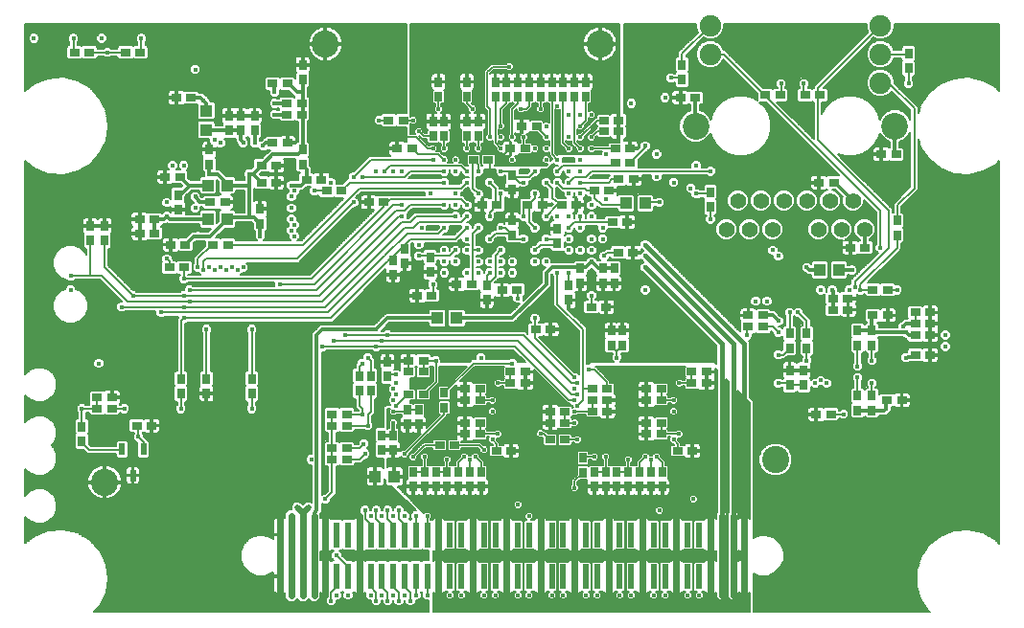
<source format=gbl>
G75*
G70*
%OFA0B0*%
%FSLAX24Y24*%
%IPPOS*%
%LPD*%
%AMOC8*
5,1,8,0,0,1.08239X$1,22.5*
%
%ADD10R,0.0354X0.0276*%
%ADD11R,0.0276X0.0354*%
%ADD12R,0.0236X0.0906*%
%ADD13C,0.0930*%
%ADD14C,0.0750*%
%ADD15C,0.0550*%
%ADD16R,0.0394X0.0433*%
%ADD17R,0.0217X0.0394*%
%ADD18R,0.0433X0.0394*%
%ADD19C,0.0945*%
%ADD20C,0.0200*%
%ADD21C,0.0240*%
%ADD22C,0.0120*%
%ADD23C,0.0160*%
%ADD24C,0.0060*%
%ADD25C,0.0200*%
%ADD26C,0.0160*%
%ADD27C,0.0170*%
D10*
X005572Y008191D03*
X006084Y008191D03*
X004706Y008781D03*
X004194Y008781D03*
X004194Y009175D03*
X004706Y009175D03*
X006703Y013703D03*
X007215Y013703D03*
X007265Y014490D03*
X006754Y014490D03*
X006183Y014883D03*
X005671Y014883D03*
X005671Y015376D03*
X006183Y015376D03*
X008131Y015966D03*
X008643Y015966D03*
X009903Y016655D03*
X010415Y016655D03*
X010415Y017246D03*
X009903Y017246D03*
X010297Y018033D03*
X010809Y018033D03*
X010789Y019017D03*
X010789Y019411D03*
X011301Y019411D03*
X011301Y019017D03*
X010809Y020100D03*
X010297Y020100D03*
X007462Y019608D03*
X006950Y019608D03*
X005691Y021183D03*
X005179Y021183D03*
X003919Y021183D03*
X003407Y021183D03*
X006557Y016852D03*
X007069Y016852D03*
X008230Y014490D03*
X008742Y014490D03*
X012167Y016360D03*
X011990Y016754D03*
X011478Y016754D03*
X012679Y016360D03*
X013643Y015966D03*
X014155Y015966D03*
X014628Y017836D03*
X015139Y017836D03*
X014844Y018820D03*
X014332Y018820D03*
X017285Y017443D03*
X017797Y017443D03*
X018565Y017836D03*
X019076Y017836D03*
X018958Y018624D03*
X019470Y018624D03*
X021813Y018820D03*
X022324Y018820D03*
X022324Y018427D03*
X021813Y018427D03*
X022206Y017836D03*
X022718Y017836D03*
X022718Y017344D03*
X022206Y017344D03*
X022324Y016773D03*
X022836Y016773D03*
X021990Y016380D03*
X021478Y016380D03*
X020848Y015868D03*
X020336Y015868D03*
X019667Y015868D03*
X019155Y015868D03*
X018092Y015868D03*
X017580Y015868D03*
X017206Y013112D03*
X016694Y013112D03*
X015828Y012718D03*
X015317Y012718D03*
X018269Y012915D03*
X018781Y012915D03*
X019450Y011537D03*
X019962Y011537D03*
X021380Y012324D03*
X021891Y012324D03*
X022305Y014214D03*
X022817Y014214D03*
X022620Y015277D03*
X022108Y015277D03*
X026832Y012029D03*
X026832Y011635D03*
X027344Y011635D03*
X027344Y012029D03*
X029785Y012226D03*
X029785Y012620D03*
X030297Y012620D03*
X030297Y012226D03*
X031163Y012029D03*
X031675Y012029D03*
X032639Y012128D03*
X032639Y011734D03*
X032639Y011340D03*
X033151Y011340D03*
X033151Y011734D03*
X033151Y012128D03*
X031675Y012915D03*
X031163Y012915D03*
X030887Y014391D03*
X030376Y014391D03*
X029805Y016655D03*
X029293Y016655D03*
X031458Y017639D03*
X031970Y017639D03*
X029313Y019706D03*
X028801Y019706D03*
X027935Y019706D03*
X027423Y019706D03*
X024982Y019608D03*
X024470Y019608D03*
X032639Y010651D03*
X033151Y010651D03*
X032167Y009076D03*
X031655Y009076D03*
X029706Y008584D03*
X029194Y008584D03*
X025376Y009667D03*
X025376Y010061D03*
X024864Y010061D03*
X024864Y009667D03*
X023801Y009470D03*
X023289Y009470D03*
X023289Y009076D03*
X023801Y009076D03*
X023801Y008289D03*
X023801Y007895D03*
X023289Y007895D03*
X023289Y008289D03*
X021931Y008683D03*
X021931Y009076D03*
X021419Y009076D03*
X021419Y008683D03*
X021419Y009470D03*
X021931Y009470D03*
X020454Y008683D03*
X019943Y008683D03*
X019943Y008289D03*
X020454Y008289D03*
X020454Y007698D03*
X019943Y007698D03*
X018584Y007305D03*
X018072Y007305D03*
X017502Y007895D03*
X017502Y008289D03*
X016990Y008289D03*
X016990Y007895D03*
X016616Y007502D03*
X016104Y007502D03*
X016990Y009076D03*
X017502Y009076D03*
X017502Y009470D03*
X016990Y009470D03*
X015533Y009273D03*
X015021Y009273D03*
X015021Y010061D03*
X015533Y010061D03*
X015533Y010454D03*
X015021Y010454D03*
X012876Y008584D03*
X012876Y008191D03*
X012364Y008191D03*
X012364Y008584D03*
X012364Y007403D03*
X012876Y007403D03*
X012876Y007009D03*
X012364Y007009D03*
X018565Y009667D03*
X018565Y010061D03*
X019076Y010061D03*
X019076Y009667D03*
X024372Y007305D03*
X024883Y007305D03*
D11*
X023840Y006576D03*
X023446Y006576D03*
X023053Y006576D03*
X022659Y006576D03*
X022265Y006576D03*
X021872Y006576D03*
X021478Y006576D03*
X021084Y006557D03*
X021084Y007069D03*
X021478Y006065D03*
X021872Y006065D03*
X022265Y006065D03*
X022659Y006065D03*
X023053Y006065D03*
X023446Y006065D03*
X023840Y006065D03*
X028269Y009608D03*
X028761Y009608D03*
X028761Y010120D03*
X028269Y010120D03*
X028269Y010887D03*
X028269Y011399D03*
X028860Y011399D03*
X028860Y010887D03*
X030631Y010986D03*
X031124Y010986D03*
X031124Y011498D03*
X030631Y011498D03*
X030631Y009234D03*
X031124Y009234D03*
X031124Y008722D03*
X030631Y008722D03*
X022462Y010986D03*
X022069Y010986D03*
X022069Y011498D03*
X022462Y011498D03*
X020592Y012561D03*
X020592Y013072D03*
X020986Y013151D03*
X020986Y013663D03*
X021773Y013663D03*
X022167Y013663D03*
X022167Y013151D03*
X021773Y013151D03*
X020198Y014529D03*
X020198Y015041D03*
X018624Y014824D03*
X018624Y015336D03*
X018624Y016399D03*
X018624Y016911D03*
X017443Y018269D03*
X017049Y018269D03*
X017049Y018781D03*
X017443Y018781D03*
X017049Y019647D03*
X017049Y020159D03*
X016065Y020159D03*
X016065Y019647D03*
X016261Y018781D03*
X015868Y018781D03*
X015868Y018269D03*
X016261Y018269D03*
X018033Y019647D03*
X018427Y019647D03*
X018820Y019647D03*
X019214Y019647D03*
X019608Y019647D03*
X020002Y019647D03*
X020395Y019647D03*
X020789Y019647D03*
X021183Y019647D03*
X021183Y020159D03*
X020789Y020159D03*
X020395Y020159D03*
X020002Y020159D03*
X019608Y020159D03*
X019214Y020159D03*
X018820Y020159D03*
X018427Y020159D03*
X018033Y020159D03*
X024529Y020238D03*
X024529Y020750D03*
X025513Y016320D03*
X025513Y015809D03*
X032009Y015336D03*
X032009Y014824D03*
X032403Y020631D03*
X032403Y021143D03*
X017738Y013072D03*
X017738Y012561D03*
X015769Y013545D03*
X015769Y014057D03*
X014883Y013840D03*
X014490Y013958D03*
X014490Y013446D03*
X014883Y014352D03*
X011340Y017285D03*
X011340Y017797D03*
X009667Y018466D03*
X009175Y018466D03*
X008781Y018466D03*
X008781Y018978D03*
X009175Y018978D03*
X009667Y018978D03*
X008092Y017797D03*
X008092Y017285D03*
X007009Y016222D03*
X007009Y015710D03*
X004450Y015139D03*
X003958Y015139D03*
X003958Y014628D03*
X004450Y014628D03*
X009864Y015218D03*
X009864Y015730D03*
X011340Y020238D03*
X011340Y020750D03*
X014293Y010415D03*
X014293Y009903D03*
X013702Y009923D03*
X013309Y009923D03*
X013309Y009411D03*
X013702Y009411D03*
X014982Y008742D03*
X015376Y008742D03*
X015376Y008230D03*
X014982Y008230D03*
X014490Y007856D03*
X014096Y007856D03*
X014096Y007344D03*
X014490Y007344D03*
X015179Y006576D03*
X015572Y006576D03*
X015966Y006576D03*
X016360Y006576D03*
X016754Y006576D03*
X017147Y006576D03*
X017541Y006576D03*
X017541Y006065D03*
X017147Y006065D03*
X016754Y006065D03*
X016360Y006065D03*
X015966Y006065D03*
X015572Y006065D03*
X015179Y006065D03*
X016261Y008820D03*
X016261Y009332D03*
X009569Y009313D03*
X009569Y009824D03*
X007994Y009824D03*
X007994Y009313D03*
X007108Y009313D03*
X007108Y009824D03*
X003663Y008151D03*
X003663Y007639D03*
D12*
X010553Y004391D03*
X010946Y004391D03*
X011340Y004391D03*
X011734Y004391D03*
X012128Y004391D03*
X012521Y004391D03*
X012915Y004391D03*
X013309Y004391D03*
X013702Y004391D03*
X014096Y004391D03*
X014490Y004391D03*
X014883Y004391D03*
X015277Y004391D03*
X015671Y004391D03*
X016065Y004391D03*
X016458Y004391D03*
X016852Y004391D03*
X017246Y004391D03*
X017639Y004391D03*
X018033Y004391D03*
X018427Y004391D03*
X018820Y004391D03*
X019214Y004391D03*
X019608Y004391D03*
X020002Y004391D03*
X020395Y004391D03*
X020789Y004391D03*
X021183Y004391D03*
X021576Y004391D03*
X021970Y004391D03*
X022364Y004391D03*
X022757Y004391D03*
X023151Y004391D03*
X023545Y004391D03*
X023939Y004391D03*
X024332Y004391D03*
X024726Y004391D03*
X025120Y004391D03*
X025513Y004391D03*
X025907Y004391D03*
X026301Y004391D03*
X026694Y004391D03*
X026694Y002935D03*
X026301Y002935D03*
X025907Y002935D03*
X025513Y002935D03*
X025120Y002935D03*
X024726Y002935D03*
X024332Y002935D03*
X023939Y002935D03*
X023545Y002935D03*
X023151Y002935D03*
X022757Y002935D03*
X022364Y002935D03*
X021970Y002935D03*
X021576Y002935D03*
X021183Y002935D03*
X020789Y002935D03*
X020395Y002935D03*
X020002Y002935D03*
X019608Y002935D03*
X019214Y002935D03*
X018820Y002935D03*
X018427Y002935D03*
X018033Y002935D03*
X017639Y002935D03*
X017246Y002935D03*
X016852Y002935D03*
X016458Y002935D03*
X016065Y002935D03*
X015671Y002935D03*
X015277Y002935D03*
X014883Y002935D03*
X014490Y002935D03*
X014096Y002935D03*
X013702Y002935D03*
X013309Y002935D03*
X012915Y002935D03*
X012521Y002935D03*
X012128Y002935D03*
X011734Y002935D03*
X011340Y002935D03*
X010946Y002935D03*
X010553Y002935D03*
D13*
X025006Y018624D03*
X031926Y018624D03*
D14*
X031426Y020124D03*
X031426Y021124D03*
X031426Y022124D03*
X025506Y022124D03*
X025506Y021124D03*
D15*
X026466Y016024D03*
X027266Y016024D03*
X028066Y016024D03*
X028866Y016024D03*
X029666Y016024D03*
X030466Y016024D03*
X030066Y015024D03*
X029266Y015024D03*
X027666Y015024D03*
X026866Y015024D03*
X026066Y015024D03*
X030866Y015024D03*
D16*
X029982Y013604D03*
X029313Y013604D03*
X023250Y015927D03*
X022580Y015927D03*
X016694Y011931D03*
X016025Y011931D03*
X008722Y015376D03*
X008053Y015376D03*
X008053Y016557D03*
X008722Y016557D03*
X013860Y006419D03*
X014529Y006419D03*
D17*
X005809Y007364D03*
X005061Y007364D03*
X005435Y006458D03*
D18*
X007994Y018486D03*
X007994Y019155D03*
D19*
X012128Y021478D03*
X021675Y021478D03*
X027777Y007009D03*
X004450Y006222D03*
D20*
X010553Y005041D03*
X010946Y005041D03*
X011143Y005336D03*
X011340Y005139D03*
X011537Y005336D03*
X011734Y005041D03*
X012128Y005041D03*
X013309Y005041D03*
X013309Y003663D03*
X012128Y003663D03*
X011734Y003663D03*
X011340Y003663D03*
X010946Y003663D03*
X010553Y003663D03*
X010553Y002285D03*
X010946Y002285D03*
X011340Y002285D03*
X011734Y002285D03*
X012128Y002285D03*
X013309Y002285D03*
X016065Y002285D03*
X017246Y002285D03*
X018427Y002285D03*
X019608Y002285D03*
X020789Y002285D03*
X021970Y002285D03*
X023151Y002285D03*
X024332Y002285D03*
X025513Y002285D03*
X025907Y002285D03*
X026301Y002285D03*
X026694Y002285D03*
X026694Y003663D03*
X026301Y003663D03*
X025907Y003663D03*
X025513Y003663D03*
X024332Y003663D03*
X023151Y003663D03*
X021970Y003663D03*
X020789Y003663D03*
X019608Y003663D03*
X018427Y003663D03*
X017246Y003663D03*
X016065Y003663D03*
X016065Y005041D03*
X017246Y005041D03*
X018427Y005041D03*
X019608Y005041D03*
X020789Y005041D03*
X021970Y005041D03*
X023151Y005041D03*
X024332Y005041D03*
X025513Y005041D03*
X025907Y005041D03*
X026301Y005041D03*
X026694Y005041D03*
D21*
X026694Y004391D01*
X026694Y003663D01*
X026694Y002935D01*
X026694Y002285D01*
X026301Y002285D02*
X026301Y002935D01*
X026301Y003663D01*
X026301Y004391D01*
X026301Y005041D01*
X025907Y005041D02*
X025907Y004391D01*
X025907Y003663D01*
X025907Y002935D01*
X025907Y002285D01*
X025513Y002285D02*
X025513Y003663D01*
X025513Y004391D01*
X025513Y005041D01*
X024332Y005041D02*
X024332Y004391D01*
X024332Y003663D01*
X024332Y002285D01*
X023151Y002285D02*
X023151Y003663D01*
X023151Y004391D01*
X023151Y005041D01*
X021970Y005041D02*
X021970Y004391D01*
X021970Y003663D01*
X021970Y002285D01*
X020789Y002285D02*
X020789Y003663D01*
X020789Y004391D01*
X020789Y005041D01*
X019608Y005041D02*
X019608Y004352D01*
X019608Y004391D01*
X019608Y004352D02*
X019608Y003663D01*
X019608Y002285D01*
X018427Y002285D02*
X018427Y003663D01*
X018427Y004391D01*
X018427Y005041D01*
X017246Y005041D02*
X017246Y004391D01*
X017246Y003663D01*
X017246Y002935D01*
X017246Y002482D01*
X017246Y002285D01*
X016065Y002285D02*
X016065Y002935D01*
X016065Y003663D01*
X016065Y004391D01*
X016065Y005041D01*
X013309Y005041D02*
X013309Y004391D01*
X013309Y003663D01*
X013309Y002285D01*
X012128Y002285D02*
X012128Y003663D01*
X012128Y004391D01*
X012128Y005041D01*
X011734Y005041D02*
X011734Y004391D01*
X011734Y003663D01*
X011734Y002935D01*
X011734Y002285D01*
X011340Y002285D02*
X011340Y002935D01*
X011340Y003663D01*
X011340Y004391D01*
X011340Y005139D01*
X010946Y005041D02*
X010946Y004391D01*
X010946Y003663D01*
X010946Y002935D01*
X010946Y002285D01*
X010553Y002285D02*
X010553Y002935D01*
X010553Y003663D01*
X010553Y004391D01*
X010553Y005041D01*
D22*
X011734Y005041D02*
X011734Y005139D01*
X011832Y005238D01*
X011832Y011340D01*
X012029Y011537D01*
X013899Y011537D01*
X014293Y011931D01*
X016025Y011931D01*
X016694Y011931D02*
X018624Y011931D01*
X019805Y013112D01*
X019805Y013506D01*
X020002Y013702D01*
X021183Y013702D01*
X021025Y013702D01*
X020986Y013663D01*
X021183Y013702D02*
X021380Y013899D01*
X021616Y013663D01*
X021773Y013663D01*
X022167Y013663D01*
X027344Y012029D02*
X027679Y012029D01*
X027876Y011832D01*
X029785Y012226D02*
X029785Y012620D01*
X029785Y012876D01*
X029746Y012915D01*
X029746Y012659D02*
X029785Y012620D01*
X029982Y013604D02*
X030435Y013604D01*
X030887Y014391D02*
X030887Y015002D01*
X030866Y015024D01*
X030466Y016024D02*
X029835Y016655D01*
X029805Y016655D01*
X031926Y017683D02*
X031926Y017910D01*
X031926Y018624D01*
X031926Y017683D02*
X031970Y017639D01*
X029313Y013604D02*
X028958Y013604D01*
X028860Y013702D01*
X031124Y011990D02*
X031124Y011498D01*
X030631Y011498D01*
X031183Y011439D02*
X032305Y011439D01*
X032403Y011340D01*
X032639Y011340D01*
X032639Y011734D02*
X032305Y011734D01*
X032206Y011635D01*
X032639Y010651D02*
X032305Y010553D01*
X031655Y009076D02*
X031616Y009037D01*
X031616Y008781D01*
X031557Y008722D01*
X031124Y008722D01*
X030631Y008722D01*
X025513Y003663D02*
X025513Y002935D01*
X025513Y002285D01*
X014490Y007344D02*
X014096Y007344D01*
X014096Y007856D02*
X014490Y007856D01*
X014490Y008289D01*
X013309Y002935D02*
X013309Y002285D01*
X012128Y002285D02*
X012128Y002935D01*
X007265Y014490D02*
X007561Y014785D01*
X007698Y014785D01*
X008131Y014785D01*
X008722Y015376D01*
X008781Y015435D01*
X009470Y015435D01*
X009647Y015435D01*
X009864Y015218D01*
X009864Y014785D01*
X009470Y015435D02*
X009470Y016557D01*
X008781Y016557D01*
X008387Y016950D01*
X008092Y016950D01*
X008092Y017285D01*
X008053Y016557D02*
X007600Y016557D01*
X007403Y016557D01*
X007069Y016222D01*
X007009Y016222D01*
X007383Y016557D02*
X007069Y016852D01*
X007383Y016557D02*
X007403Y016557D01*
X007443Y016557D01*
X007600Y016557D01*
X007443Y016557D01*
X007403Y016557D01*
X007600Y016163D02*
X007738Y015966D01*
X008131Y015966D01*
X008643Y015966D02*
X009076Y015966D01*
X009864Y016163D02*
X009864Y015730D01*
X009470Y016557D02*
X009470Y016950D01*
X009608Y016950D01*
X009903Y016655D01*
X009608Y016950D02*
X009903Y017246D01*
X010297Y017639D01*
X010848Y017639D01*
X011183Y017639D01*
X011340Y017797D01*
X011340Y018131D01*
X011340Y018624D01*
X011340Y018722D01*
X011340Y018978D01*
X011301Y019017D01*
X011340Y019057D01*
X011340Y019411D01*
X011301Y019411D01*
X011340Y019450D01*
X011340Y019608D01*
X011340Y019706D01*
X011340Y019805D01*
X011143Y019805D01*
X010848Y020100D01*
X010809Y020041D01*
X010809Y020100D01*
X011301Y020198D02*
X011340Y020238D01*
X011340Y019903D01*
X011340Y019805D01*
X010789Y019411D02*
X010356Y019411D01*
X010356Y019017D02*
X010789Y019017D01*
X010356Y019805D02*
X010356Y020041D01*
X009175Y018978D02*
X008781Y018978D01*
X008781Y018466D02*
X008013Y018466D01*
X007994Y018486D01*
X007994Y019155D02*
X007994Y019411D01*
X007895Y019509D01*
X007797Y019608D01*
X007462Y019608D01*
X006950Y019608D02*
X006517Y019608D01*
X008781Y018466D02*
X009175Y018466D01*
X009175Y018230D01*
X009175Y018131D01*
X009273Y018033D01*
X009667Y018033D02*
X009667Y018466D01*
X010061Y018033D02*
X010297Y018033D01*
X010061Y018033D02*
X009962Y017935D01*
X011340Y017285D02*
X011340Y017246D01*
X011478Y017108D01*
X011478Y016754D01*
X011281Y016557D01*
X010946Y016557D01*
X008781Y016557D02*
X008722Y016557D01*
X008053Y015376D02*
X006714Y015376D01*
X006616Y015474D01*
X006517Y015376D01*
X006183Y015376D01*
X006183Y015336D01*
X006222Y015376D01*
X006183Y015336D02*
X006183Y014883D01*
X005671Y014883D02*
X005671Y015376D01*
X024982Y018599D02*
X025006Y018624D01*
X025021Y018639D01*
X024982Y018599D02*
X024982Y019608D01*
D23*
X024431Y019214D03*
X023939Y019608D03*
X024135Y020297D03*
X022757Y020297D03*
X022167Y019509D03*
X022757Y019411D03*
X022757Y018427D03*
X023250Y017935D03*
X023643Y017639D03*
X023643Y016852D03*
X024234Y016655D03*
X024824Y016458D03*
X025021Y016261D03*
X025513Y017049D03*
X025021Y017246D03*
X023742Y015966D03*
X023250Y015080D03*
X023250Y014490D03*
X023250Y014096D03*
X023250Y013702D03*
X023250Y012915D03*
X022659Y011931D03*
X021380Y012718D03*
X021380Y013112D03*
X020592Y013506D03*
X020198Y013506D03*
X019805Y013899D03*
X019411Y013899D03*
X019411Y014293D03*
X019411Y014687D03*
X019017Y014687D03*
X019017Y014293D03*
X018624Y013899D03*
X018624Y013506D03*
X019017Y013506D03*
X018230Y013506D03*
X017836Y013506D03*
X017443Y013506D03*
X017049Y013506D03*
X016655Y013506D03*
X016261Y013506D03*
X015868Y013112D03*
X015474Y013112D03*
X014883Y013506D03*
X015376Y014096D03*
X015376Y014490D03*
X016261Y014293D03*
X016655Y014293D03*
X017049Y014293D03*
X017443Y014293D03*
X017836Y014293D03*
X017836Y014687D03*
X017443Y014687D03*
X017049Y014687D03*
X017049Y015080D03*
X017443Y015080D03*
X017836Y015080D03*
X018230Y015080D03*
X018230Y015474D03*
X017836Y015474D03*
X017443Y015474D03*
X017049Y015474D03*
X016655Y015474D03*
X016655Y015080D03*
X016261Y015080D03*
X015868Y015080D03*
X015474Y015080D03*
X015179Y015671D03*
X014785Y015868D03*
X014785Y015474D03*
X015769Y016261D03*
X016261Y016655D03*
X016655Y016655D03*
X016655Y016261D03*
X017049Y016655D03*
X017443Y016655D03*
X017836Y016655D03*
X017836Y016261D03*
X017443Y016261D03*
X017049Y015868D03*
X016655Y015868D03*
X016261Y015868D03*
X015376Y016852D03*
X014785Y017049D03*
X014490Y017049D03*
X014194Y017049D03*
X013899Y017049D03*
X013407Y016852D03*
X013112Y016852D03*
X013407Y016261D03*
X013112Y015966D03*
X012324Y016655D03*
X012029Y017147D03*
X011734Y016360D03*
X011045Y016360D03*
X010946Y016557D03*
X011045Y016852D03*
X010946Y016163D03*
X010946Y015769D03*
X010946Y015376D03*
X011045Y015179D03*
X010946Y014982D03*
X011045Y014785D03*
X009864Y014785D03*
X009569Y014785D03*
X009076Y015966D03*
X009864Y016163D03*
X009470Y016950D03*
X009962Y017935D03*
X009667Y018033D03*
X009273Y018033D03*
X008978Y018033D03*
X008486Y018033D03*
X008289Y018131D03*
X007797Y018033D03*
X007206Y017246D03*
X006813Y017246D03*
X006517Y017246D03*
X007600Y016557D03*
X008092Y016950D03*
X007600Y016163D03*
X007600Y015769D03*
X006616Y015966D03*
X006517Y016360D03*
X006616Y015474D03*
X006616Y015179D03*
X007698Y014785D03*
X006616Y013998D03*
X007206Y013309D03*
X007698Y013702D03*
X007895Y013604D03*
X008092Y013702D03*
X008289Y013604D03*
X008486Y013702D03*
X008683Y013604D03*
X008880Y013702D03*
X009076Y013604D03*
X009273Y013702D03*
X009569Y013506D03*
X010553Y013112D03*
X009569Y011537D03*
X007994Y011537D03*
X007206Y011931D03*
X007206Y012324D03*
X007403Y012521D03*
X007206Y012718D03*
X007403Y012915D03*
X006419Y012128D03*
X005435Y012718D03*
X005041Y012324D03*
X003269Y012915D03*
X003269Y013407D03*
X002482Y014490D03*
X004943Y015572D03*
X010356Y019017D03*
X010356Y019411D03*
X010356Y019805D03*
X009470Y019411D03*
X008781Y019411D03*
X008289Y019509D03*
X007895Y019509D03*
X007600Y020592D03*
X008722Y020592D03*
X009076Y020592D03*
X011340Y019805D03*
X010848Y018427D03*
X013998Y018820D03*
X014588Y018230D03*
X015376Y018427D03*
X015179Y018820D03*
X015277Y019608D03*
X016065Y019214D03*
X016458Y019214D03*
X016852Y019214D03*
X017246Y019214D03*
X017541Y019313D03*
X018230Y018624D03*
X018230Y018230D03*
X017836Y018230D03*
X017836Y017836D03*
X017443Y017836D03*
X017049Y017836D03*
X016655Y017836D03*
X016261Y017836D03*
X015868Y017836D03*
X015868Y017443D03*
X016261Y017443D03*
X016655Y017443D03*
X016655Y017049D03*
X016261Y017049D03*
X017049Y017049D03*
X017443Y017049D03*
X017836Y017049D03*
X018230Y017049D03*
X018230Y017443D03*
X018230Y017836D03*
X018624Y017443D03*
X019017Y017443D03*
X019411Y017443D03*
X019805Y017443D03*
X020198Y017443D03*
X020592Y017443D03*
X020986Y017443D03*
X020986Y017049D03*
X020592Y017049D03*
X020198Y017049D03*
X019805Y017049D03*
X019411Y017049D03*
X019017Y017049D03*
X019017Y016655D03*
X019017Y016261D03*
X019411Y016261D03*
X019805Y016261D03*
X020198Y016261D03*
X020198Y016655D03*
X019805Y016655D03*
X019411Y016655D03*
X020592Y016655D03*
X020592Y016261D03*
X020986Y016261D03*
X020986Y016655D03*
X021872Y016852D03*
X021872Y017639D03*
X021380Y017836D03*
X020986Y017836D03*
X020592Y017836D03*
X020592Y018230D03*
X020198Y018230D03*
X019805Y018230D03*
X019805Y018624D03*
X020198Y019017D03*
X020198Y019313D03*
X020592Y019017D03*
X020986Y019017D03*
X021380Y019017D03*
X020986Y018624D03*
X020986Y018230D03*
X021380Y018230D03*
X021872Y018033D03*
X019805Y017836D03*
X019411Y017836D03*
X019017Y018230D03*
X018624Y018230D03*
X019017Y019017D03*
X018919Y019214D03*
X019608Y019214D03*
X020002Y020691D03*
X018525Y020691D03*
X017443Y021675D03*
X015769Y021675D03*
X018230Y016655D03*
X018230Y016261D03*
X019017Y015474D03*
X019017Y015080D03*
X019411Y015080D03*
X019805Y015080D03*
X019805Y015474D03*
X020198Y015474D03*
X020592Y015474D03*
X020592Y015080D03*
X020986Y015080D03*
X021380Y015080D03*
X021773Y015080D03*
X021380Y015474D03*
X020986Y015474D03*
X021380Y015868D03*
X021872Y016065D03*
X021872Y015671D03*
X021773Y014687D03*
X021380Y014687D03*
X021380Y014293D03*
X021813Y014096D03*
X021380Y013899D03*
X020592Y013899D03*
X020592Y014293D03*
X020592Y014687D03*
X019805Y014687D03*
X019805Y014293D03*
X019411Y015474D03*
X018230Y014687D03*
X018230Y014293D03*
X018230Y013899D03*
X017836Y013899D03*
X017443Y013899D03*
X017049Y013899D03*
X016655Y013899D03*
X016261Y013899D03*
X017246Y012561D03*
X018427Y012324D03*
X018820Y012620D03*
X019411Y011931D03*
X018820Y011537D03*
X018820Y010553D03*
X018624Y010356D03*
X017935Y009864D03*
X018131Y009667D03*
X017935Y009076D03*
X018131Y008880D03*
X017935Y008683D03*
X018131Y008486D03*
X018131Y007895D03*
X017935Y007698D03*
X017639Y007346D03*
X017344Y007108D03*
X017147Y007009D03*
X016950Y007108D03*
X016360Y007009D03*
X016163Y007108D03*
X015572Y007108D03*
X015179Y007108D03*
X014883Y007206D03*
X013506Y007206D03*
X013456Y007551D03*
X013604Y008191D03*
X013407Y008584D03*
X014490Y008683D03*
X014588Y008880D03*
X014490Y009076D03*
X014588Y009273D03*
X014490Y009470D03*
X014588Y009667D03*
X014588Y009962D03*
X013604Y010553D03*
X013407Y010356D03*
X013899Y010946D03*
X014096Y011143D03*
X014293Y011340D03*
X013899Y011537D03*
X012817Y011340D03*
X012423Y011143D03*
X012029Y010946D03*
X009569Y008781D03*
X007974Y008781D03*
X007108Y008781D03*
X005631Y007797D03*
X005139Y008781D03*
X003663Y008781D03*
X003171Y008289D03*
X003171Y009273D03*
X004254Y010356D03*
X002482Y011734D03*
X003171Y006714D03*
X003171Y005730D03*
X011635Y007009D03*
X012128Y005631D03*
X013506Y005238D03*
X013702Y005041D03*
X013899Y005238D03*
X014096Y005041D03*
X014293Y005238D03*
X014490Y005041D03*
X014687Y005238D03*
X014883Y005041D03*
X015080Y005238D03*
X015277Y005041D03*
X015671Y005041D03*
X018033Y006714D03*
X018820Y005435D03*
X019214Y005041D03*
X020789Y006025D03*
X021478Y007108D03*
X021872Y007108D03*
X022462Y007108D03*
X022659Y007009D03*
X023250Y007108D03*
X023446Y007009D03*
X023643Y007108D03*
X024234Y007698D03*
X024431Y007895D03*
X024431Y008486D03*
X024234Y008683D03*
X024431Y008880D03*
X024234Y009076D03*
X024431Y009667D03*
X024234Y009864D03*
X025691Y009372D03*
X027777Y009864D03*
X027876Y009667D03*
X028860Y010454D03*
X029155Y009667D03*
X029352Y009765D03*
X029549Y009667D03*
X030631Y009864D03*
X030631Y010257D03*
X031124Y010454D03*
X031124Y009667D03*
X032206Y010061D03*
X032305Y010553D03*
X032206Y010848D03*
X032305Y011439D03*
X032206Y011635D03*
X033683Y011340D03*
X033978Y011734D03*
X033683Y010946D03*
X033092Y010257D03*
X031616Y008781D03*
X030139Y008584D03*
X027876Y010651D03*
X027876Y011439D03*
X027876Y011832D03*
X028269Y012128D03*
X028565Y012128D03*
X029057Y012915D03*
X029352Y012915D03*
X029746Y012915D03*
X030336Y012915D03*
X030533Y013013D03*
X030730Y012915D03*
X030435Y013604D03*
X031419Y014391D03*
X032009Y012915D03*
X030631Y011931D03*
X028860Y013702D03*
X027876Y014096D03*
X027679Y014293D03*
X025513Y015376D03*
X028860Y016655D03*
X031025Y017639D03*
X030041Y020002D03*
X028761Y020100D03*
X027974Y020100D03*
X032403Y020100D03*
X035159Y021773D03*
X027482Y012521D03*
X027088Y012521D03*
X026399Y012029D03*
X026793Y011340D03*
X022462Y010454D03*
X022265Y010553D03*
X021281Y010159D03*
X020887Y010159D03*
X020789Y009864D03*
X020887Y009667D03*
X020789Y009470D03*
X020887Y009273D03*
X020789Y009076D03*
X020887Y008880D03*
X020789Y008683D03*
X020887Y008486D03*
X020789Y008289D03*
X020887Y007698D03*
X019608Y007913D03*
X019431Y009372D03*
X017541Y010553D03*
X016163Y010553D03*
X015966Y010454D03*
X014588Y008486D03*
X014490Y008289D03*
X020002Y012620D03*
X025513Y007502D03*
X025513Y006124D03*
X024923Y005631D03*
X024332Y006124D03*
X023742Y005238D03*
X023939Y002285D03*
X023545Y002285D03*
X022757Y002285D03*
X022364Y002285D03*
X021576Y002285D03*
X021183Y002285D03*
X020395Y002285D03*
X020002Y002285D03*
X019214Y002285D03*
X018820Y002285D03*
X018033Y002285D03*
X017639Y002285D03*
X016852Y002285D03*
X016458Y002285D03*
X015671Y002285D03*
X015277Y002285D03*
X015080Y002088D03*
X014883Y002285D03*
X014687Y002088D03*
X014490Y002285D03*
X014293Y002088D03*
X014096Y002285D03*
X013899Y002088D03*
X013702Y002285D03*
X012915Y002285D03*
X012521Y002285D03*
X012324Y002088D03*
X012521Y003663D03*
X024726Y002285D03*
X025120Y002285D03*
X006517Y019608D03*
X004549Y021183D03*
X004352Y021675D03*
X003368Y021675D03*
X001990Y021675D03*
X005730Y021675D03*
D24*
X004288Y001912D02*
X004086Y001694D01*
X015728Y001694D01*
X015728Y002095D01*
X015592Y002095D01*
X015481Y002206D01*
X015481Y002364D01*
X015498Y002381D01*
X015474Y002405D01*
X015450Y002381D01*
X015467Y002364D01*
X015467Y002206D01*
X015356Y002095D01*
X015270Y002095D01*
X015270Y002009D01*
X015159Y001898D01*
X015002Y001898D01*
X014890Y002009D01*
X014890Y002095D01*
X014877Y002095D01*
X014877Y002009D01*
X014765Y001898D01*
X014608Y001898D01*
X014497Y002009D01*
X014497Y002095D01*
X014483Y002095D01*
X014483Y002009D01*
X014372Y001898D01*
X014214Y001898D01*
X014103Y002009D01*
X014103Y002095D01*
X014089Y002095D01*
X014089Y002009D01*
X013978Y001898D01*
X013821Y001898D01*
X013709Y002009D01*
X013709Y002095D01*
X013624Y002095D01*
X013512Y002206D01*
X013512Y002364D01*
X013530Y002381D01*
X013520Y002391D01*
X013507Y002378D01*
X013477Y002361D01*
X013444Y002352D01*
X013338Y002352D01*
X013338Y002906D01*
X013280Y002906D01*
X013280Y002352D01*
X013173Y002352D01*
X013140Y002361D01*
X013111Y002378D01*
X013098Y002391D01*
X013088Y002381D01*
X013105Y002364D01*
X013105Y002206D01*
X012994Y002095D01*
X012836Y002095D01*
X012725Y002206D01*
X012725Y002364D01*
X012742Y002381D01*
X012718Y002405D01*
X012694Y002381D01*
X012711Y002364D01*
X012711Y002206D01*
X012600Y002095D01*
X012514Y002095D01*
X012514Y002009D01*
X012403Y001898D01*
X012246Y001898D01*
X012134Y002009D01*
X012134Y002167D01*
X012184Y002217D01*
X012184Y002352D01*
X012157Y002352D01*
X012157Y002906D01*
X012099Y002906D01*
X012099Y002352D01*
X011992Y002352D01*
X011964Y002360D01*
X011964Y002190D01*
X011829Y002055D01*
X011639Y002055D01*
X011537Y002157D01*
X011435Y002055D01*
X011245Y002055D01*
X011143Y002157D01*
X011042Y002055D01*
X010851Y002055D01*
X010716Y002190D01*
X010716Y002360D01*
X010688Y002352D01*
X010582Y002352D01*
X010582Y002906D01*
X010524Y002906D01*
X010305Y002906D01*
X010305Y002465D01*
X010314Y002432D01*
X010331Y002402D01*
X010355Y002378D01*
X010384Y002361D01*
X010418Y002352D01*
X010524Y002352D01*
X010524Y002906D01*
X010524Y002964D01*
X010305Y002964D01*
X010305Y003086D01*
X010283Y003065D01*
X010024Y002957D01*
X009743Y002957D01*
X009484Y003065D01*
X009285Y003263D01*
X009178Y003523D01*
X009178Y003803D01*
X009285Y004063D01*
X009484Y004261D01*
X009743Y004369D01*
X010024Y004369D01*
X010283Y004261D01*
X010305Y004240D01*
X010305Y004362D01*
X010524Y004362D01*
X010524Y004420D01*
X010305Y004420D01*
X010305Y004861D01*
X010314Y004894D01*
X010331Y004924D01*
X010355Y004948D01*
X010384Y004965D01*
X010418Y004974D01*
X010524Y004974D01*
X010524Y004420D01*
X010582Y004420D01*
X010582Y004974D01*
X010688Y004974D01*
X010716Y004966D01*
X010716Y005136D01*
X010851Y005271D01*
X010933Y005271D01*
X010933Y005423D01*
X011056Y005546D01*
X011230Y005546D01*
X011340Y005436D01*
X011450Y005546D01*
X011624Y005546D01*
X011662Y005508D01*
X011662Y006819D01*
X011557Y006819D01*
X011445Y006931D01*
X011445Y007088D01*
X011557Y007199D01*
X011662Y007199D01*
X011662Y011411D01*
X011859Y011607D01*
X011859Y011607D01*
X011959Y011707D01*
X013801Y011707D01*
X013821Y011727D01*
X013849Y011727D01*
X014123Y012001D01*
X014222Y012101D01*
X015718Y012101D01*
X015718Y012193D01*
X015783Y012257D01*
X016268Y012257D01*
X016332Y012193D01*
X016332Y011669D01*
X016268Y011604D01*
X015783Y011604D01*
X015718Y011669D01*
X015718Y011761D01*
X014363Y011761D01*
X014089Y011487D01*
X014089Y011480D01*
X014164Y011480D01*
X014214Y011530D01*
X014372Y011530D01*
X014422Y011480D01*
X019075Y011480D01*
X019157Y011398D01*
X019163Y011392D01*
X019163Y011720D01*
X019228Y011785D01*
X019271Y011785D01*
X019271Y011802D01*
X019221Y011852D01*
X019221Y012009D01*
X019332Y012121D01*
X019490Y012121D01*
X019601Y012009D01*
X019601Y011852D01*
X019551Y011802D01*
X019551Y011785D01*
X019673Y011785D01*
X019692Y011766D01*
X019705Y011779D01*
X019735Y011796D01*
X019768Y011805D01*
X019932Y011805D01*
X019932Y011567D01*
X019992Y011567D01*
X019992Y011805D01*
X020156Y011805D01*
X020190Y011796D01*
X020219Y011779D01*
X020243Y011755D01*
X020261Y011725D01*
X020269Y011692D01*
X020269Y011567D01*
X019992Y011567D01*
X019992Y011507D01*
X019992Y011269D01*
X020156Y011269D01*
X020190Y011278D01*
X020219Y011295D01*
X020243Y011319D01*
X020261Y011349D01*
X020269Y011382D01*
X020269Y011507D01*
X019992Y011507D01*
X019932Y011507D01*
X019932Y011269D01*
X019768Y011269D01*
X019735Y011278D01*
X019705Y011295D01*
X019692Y011308D01*
X019673Y011289D01*
X019562Y011289D01*
X020797Y010054D01*
X020868Y010054D01*
X020944Y009977D01*
X020944Y011479D01*
X020140Y012283D01*
X020058Y012365D01*
X020058Y013377D01*
X020008Y013427D01*
X020008Y013469D01*
X019975Y013435D01*
X019975Y013041D01*
X019875Y012942D01*
X019875Y012942D01*
X018794Y011860D01*
X018794Y011860D01*
X018694Y011761D01*
X017001Y011761D01*
X017001Y011669D01*
X016937Y011604D01*
X016452Y011604D01*
X016388Y011669D01*
X016388Y012193D01*
X016452Y012257D01*
X016937Y012257D01*
X017001Y012193D01*
X017001Y012101D01*
X018553Y012101D01*
X018882Y012430D01*
X018742Y012430D01*
X018630Y012541D01*
X018630Y012667D01*
X018558Y012667D01*
X018539Y012686D01*
X018526Y012673D01*
X018497Y012656D01*
X018464Y012647D01*
X018299Y012647D01*
X018299Y012885D01*
X018239Y012885D01*
X018239Y012647D01*
X018075Y012647D01*
X018042Y012656D01*
X018012Y012673D01*
X018006Y012680D01*
X018006Y012591D01*
X017768Y012591D01*
X017768Y012531D01*
X018006Y012531D01*
X018006Y012366D01*
X017997Y012333D01*
X017980Y012304D01*
X017955Y012279D01*
X017926Y012262D01*
X017893Y012253D01*
X017768Y012253D01*
X017768Y012531D01*
X017708Y012531D01*
X017470Y012531D01*
X017470Y012366D01*
X017479Y012333D01*
X017496Y012304D01*
X017520Y012279D01*
X017550Y012262D01*
X017583Y012253D01*
X017708Y012253D01*
X017708Y012531D01*
X017708Y012591D01*
X017470Y012591D01*
X017470Y012755D01*
X017479Y012788D01*
X017496Y012818D01*
X017509Y012831D01*
X017490Y012850D01*
X017490Y012925D01*
X017429Y012864D01*
X016984Y012864D01*
X016965Y012883D01*
X016951Y012870D01*
X016922Y012853D01*
X016889Y012844D01*
X016724Y012844D01*
X016724Y013082D01*
X016664Y013082D01*
X016387Y013082D01*
X016387Y012957D01*
X016396Y012924D01*
X016413Y012894D01*
X016438Y012870D01*
X016467Y012853D01*
X016500Y012844D01*
X016664Y012844D01*
X016664Y013082D01*
X016664Y013142D01*
X016387Y013142D01*
X016387Y013267D01*
X016396Y013300D01*
X016413Y013329D01*
X016438Y013354D01*
X016467Y013371D01*
X016500Y013380D01*
X016664Y013380D01*
X016664Y013142D01*
X016724Y013142D01*
X016724Y013380D01*
X016889Y013380D01*
X016912Y013373D01*
X016859Y013427D01*
X016859Y013584D01*
X016970Y013696D01*
X017106Y013696D01*
X017106Y014103D01*
X016970Y014103D01*
X016859Y014214D01*
X016859Y014372D01*
X016970Y014483D01*
X017106Y014483D01*
X017106Y014497D01*
X016970Y014497D01*
X016859Y014608D01*
X016859Y014692D01*
X016795Y014629D01*
X016713Y014547D01*
X015566Y014547D01*
X015566Y014411D01*
X015454Y014300D01*
X015297Y014300D01*
X015186Y014411D01*
X015186Y014547D01*
X015138Y014547D01*
X015131Y014540D01*
X015131Y014129D01*
X015112Y014110D01*
X015125Y014097D01*
X015142Y014068D01*
X015151Y014034D01*
X015151Y013870D01*
X014913Y013870D01*
X014913Y013810D01*
X014913Y013533D01*
X015038Y013533D01*
X015071Y013542D01*
X015101Y013559D01*
X015125Y013583D01*
X015142Y013613D01*
X015151Y013646D01*
X015151Y013810D01*
X014913Y013810D01*
X014853Y013810D01*
X014853Y013533D01*
X014758Y013533D01*
X014758Y013476D01*
X014520Y013476D01*
X014520Y013416D01*
X014520Y013139D01*
X014645Y013139D01*
X014678Y013148D01*
X014707Y013165D01*
X014732Y013189D01*
X014749Y013219D01*
X014758Y013252D01*
X014758Y013416D01*
X014520Y013416D01*
X014460Y013416D01*
X014460Y013139D01*
X014335Y013139D01*
X014302Y013148D01*
X014272Y013165D01*
X014248Y013189D01*
X014231Y013219D01*
X014222Y013252D01*
X014222Y013416D01*
X014460Y013416D01*
X014460Y013476D01*
X014222Y013476D01*
X014222Y013630D01*
X012382Y011791D01*
X007335Y011791D01*
X007285Y011741D01*
X007248Y011741D01*
X007248Y010112D01*
X007291Y010112D01*
X007356Y010047D01*
X007356Y009602D01*
X007322Y009569D01*
X007356Y009535D01*
X007356Y009090D01*
X007291Y009025D01*
X007248Y009025D01*
X007248Y008910D01*
X007298Y008860D01*
X007298Y008702D01*
X007187Y008591D01*
X007029Y008591D01*
X006918Y008702D01*
X006918Y008860D01*
X006968Y008910D01*
X006968Y009025D01*
X006925Y009025D01*
X006860Y009090D01*
X006860Y009535D01*
X006893Y009569D01*
X006860Y009602D01*
X006860Y010047D01*
X006925Y010112D01*
X006968Y010112D01*
X006968Y011890D01*
X007016Y011939D01*
X007016Y011988D01*
X006548Y011988D01*
X006498Y011938D01*
X006340Y011938D01*
X006229Y012049D01*
X006229Y012184D01*
X005170Y012184D01*
X005120Y012134D01*
X004962Y012134D01*
X004851Y012246D01*
X004851Y012403D01*
X004962Y012514D01*
X005047Y012514D01*
X004294Y013267D01*
X003441Y013267D01*
X003392Y013247D01*
X003378Y013247D01*
X003348Y013217D01*
X003191Y013217D01*
X003161Y013247D01*
X003147Y013247D01*
X002921Y013340D01*
X002748Y013513D01*
X002654Y013739D01*
X002654Y013984D01*
X002748Y014210D01*
X002921Y014383D01*
X003147Y014477D01*
X003392Y014477D01*
X003618Y014383D01*
X003791Y014210D01*
X003818Y014144D01*
X003818Y014340D01*
X003775Y014340D01*
X003710Y014405D01*
X003710Y014850D01*
X003730Y014869D01*
X003716Y014882D01*
X003699Y014912D01*
X003690Y014945D01*
X003690Y015109D01*
X003928Y015109D01*
X003928Y015169D01*
X003690Y015169D01*
X003690Y015334D01*
X003699Y015367D01*
X003716Y015396D01*
X003741Y015421D01*
X003770Y015438D01*
X003803Y015447D01*
X003928Y015447D01*
X003928Y015169D01*
X003988Y015169D01*
X004420Y015169D01*
X004420Y015109D01*
X004183Y015109D01*
X003988Y015109D01*
X003988Y015169D01*
X003988Y015447D01*
X004113Y015447D01*
X004146Y015438D01*
X004176Y015421D01*
X004200Y015396D01*
X004204Y015389D01*
X004209Y015396D01*
X004233Y015421D01*
X004262Y015438D01*
X004295Y015447D01*
X004420Y015447D01*
X004420Y015169D01*
X004480Y015169D01*
X004480Y015447D01*
X004605Y015447D01*
X004638Y015438D01*
X004668Y015421D01*
X004692Y015396D01*
X004709Y015367D01*
X004718Y015334D01*
X004718Y015169D01*
X004480Y015169D01*
X004480Y015109D01*
X004718Y015109D01*
X004718Y014945D01*
X004709Y014912D01*
X004692Y014882D01*
X004679Y014869D01*
X004698Y014850D01*
X004698Y014405D01*
X004634Y014340D01*
X004590Y014340D01*
X004590Y013760D01*
X005443Y012908D01*
X005513Y012908D01*
X005563Y012858D01*
X007078Y012858D01*
X007128Y012908D01*
X007213Y012908D01*
X007213Y012994D01*
X007324Y013105D01*
X007482Y013105D01*
X007532Y013055D01*
X010363Y013055D01*
X010363Y013169D01*
X007335Y013169D01*
X007285Y013119D01*
X007128Y013119D01*
X007016Y013230D01*
X007016Y013387D01*
X007066Y013437D01*
X007066Y013455D01*
X006992Y013455D01*
X006959Y013489D01*
X006926Y013455D01*
X006480Y013455D01*
X006416Y013520D01*
X006416Y013887D01*
X006437Y013908D01*
X006426Y013919D01*
X006426Y014076D01*
X006537Y014188D01*
X006694Y014188D01*
X006806Y014076D01*
X006806Y014006D01*
X006843Y013968D01*
X006843Y013951D01*
X006926Y013951D01*
X006959Y013918D01*
X006992Y013951D01*
X007438Y013951D01*
X007502Y013887D01*
X007502Y013520D01*
X007438Y013455D01*
X007346Y013455D01*
X007346Y013449D01*
X007782Y013449D01*
X007718Y013512D01*
X007620Y013512D01*
X007508Y013624D01*
X007508Y013781D01*
X007558Y013831D01*
X007558Y014056D01*
X007640Y014138D01*
X007943Y014440D01*
X007943Y014615D01*
X007797Y014615D01*
X007777Y014595D01*
X007620Y014595D01*
X007615Y014599D01*
X007553Y014537D01*
X007553Y014306D01*
X007488Y014242D01*
X007043Y014242D01*
X007024Y014261D01*
X007011Y014248D01*
X006981Y014231D01*
X006948Y014222D01*
X006784Y014222D01*
X006784Y014460D01*
X006724Y014460D01*
X006724Y014222D01*
X006559Y014222D01*
X006526Y014231D01*
X006497Y014248D01*
X006472Y014272D01*
X006455Y014302D01*
X006446Y014335D01*
X006446Y014460D01*
X006724Y014460D01*
X006724Y014520D01*
X006724Y014758D01*
X006559Y014758D01*
X006526Y014749D01*
X006497Y014732D01*
X006472Y014707D01*
X006470Y014703D01*
X006470Y015067D01*
X006407Y015130D01*
X006470Y015192D01*
X006470Y015206D01*
X006588Y015206D01*
X006616Y015234D01*
X006644Y015206D01*
X007746Y015206D01*
X007746Y015113D01*
X007810Y015049D01*
X008155Y015049D01*
X008061Y014955D01*
X007797Y014955D01*
X007777Y014975D01*
X007620Y014975D01*
X007600Y014955D01*
X007490Y014955D01*
X007391Y014855D01*
X007273Y014738D01*
X007043Y014738D01*
X007024Y014719D01*
X007011Y014732D01*
X006981Y014749D01*
X006948Y014758D01*
X006784Y014758D01*
X006784Y014520D01*
X006724Y014520D01*
X006446Y014520D01*
X006446Y014645D01*
X006455Y014678D01*
X006466Y014696D01*
X006405Y014636D01*
X005960Y014636D01*
X005941Y014655D01*
X005928Y014642D01*
X005898Y014625D01*
X005865Y014616D01*
X005701Y014616D01*
X005701Y014853D01*
X005641Y014853D01*
X005641Y014616D01*
X005477Y014616D01*
X005444Y014625D01*
X005414Y014642D01*
X005390Y014666D01*
X005373Y014695D01*
X005364Y014729D01*
X005364Y014853D01*
X005641Y014853D01*
X005641Y014913D01*
X005364Y014913D01*
X005364Y015038D01*
X005373Y015071D01*
X005390Y015101D01*
X005414Y015125D01*
X005421Y015130D01*
X005414Y015134D01*
X005390Y015158D01*
X005373Y015188D01*
X005364Y015221D01*
X005364Y015346D01*
X005641Y015346D01*
X005641Y015406D01*
X005641Y015643D01*
X005477Y015643D01*
X005444Y015635D01*
X005414Y015617D01*
X005390Y015593D01*
X005373Y015564D01*
X005364Y015531D01*
X005364Y015406D01*
X005641Y015406D01*
X005701Y015406D01*
X005701Y015643D01*
X005865Y015643D01*
X005898Y015635D01*
X005928Y015617D01*
X005941Y015604D01*
X005960Y015623D01*
X006405Y015623D01*
X006451Y015578D01*
X006537Y015664D01*
X006694Y015664D01*
X006742Y015617D01*
X006742Y015680D01*
X006979Y015680D01*
X006979Y015740D01*
X006742Y015740D01*
X006742Y015823D01*
X006694Y015776D01*
X006537Y015776D01*
X006426Y015887D01*
X006426Y016045D01*
X006537Y016156D01*
X006694Y016156D01*
X006762Y016089D01*
X006762Y016445D01*
X006826Y016509D01*
X007115Y016509D01*
X007149Y016543D01*
X007084Y016604D01*
X006846Y016604D01*
X006827Y016623D01*
X006814Y016610D01*
X006784Y016593D01*
X006751Y016584D01*
X006587Y016584D01*
X006587Y016822D01*
X006527Y016822D01*
X006527Y016584D01*
X006362Y016584D01*
X006329Y016593D01*
X006300Y016610D01*
X006276Y016634D01*
X006258Y016664D01*
X006250Y016697D01*
X006250Y016822D01*
X006527Y016822D01*
X006527Y016882D01*
X006527Y017120D01*
X006362Y017120D01*
X006329Y017111D01*
X006300Y017094D01*
X006276Y017070D01*
X006258Y017040D01*
X006250Y017007D01*
X006250Y016882D01*
X006527Y016882D01*
X006587Y016882D01*
X006587Y017120D01*
X006670Y017120D01*
X006623Y017167D01*
X006623Y017324D01*
X006734Y017436D01*
X006891Y017436D01*
X007003Y017324D01*
X007003Y017167D01*
X006935Y017100D01*
X007084Y017100D01*
X007016Y017167D01*
X007016Y017324D01*
X007128Y017436D01*
X007285Y017436D01*
X007396Y017324D01*
X007396Y017167D01*
X007310Y017081D01*
X007356Y017035D01*
X007356Y016816D01*
X007451Y016727D01*
X007501Y016727D01*
X007521Y016747D01*
X007679Y016747D01*
X007699Y016727D01*
X007746Y016727D01*
X007746Y016819D01*
X007810Y016883D01*
X007902Y016883D01*
X007902Y017005D01*
X007844Y017062D01*
X007844Y017508D01*
X007863Y017527D01*
X007850Y017540D01*
X007833Y017570D01*
X007824Y017603D01*
X007824Y017767D01*
X008062Y017767D01*
X008062Y017827D01*
X008062Y018104D01*
X007937Y018104D01*
X007904Y018095D01*
X007875Y018078D01*
X007850Y018054D01*
X007833Y018024D01*
X007824Y017991D01*
X007824Y017827D01*
X008062Y017827D01*
X008122Y017827D01*
X008122Y018030D01*
X008099Y018053D01*
X008099Y018179D01*
X007732Y018179D01*
X007667Y018243D01*
X007667Y018728D01*
X007732Y018793D01*
X008256Y018793D01*
X008320Y018728D01*
X008320Y018636D01*
X008533Y018636D01*
X008533Y018689D01*
X008552Y018708D01*
X008539Y018721D01*
X008522Y018751D01*
X008513Y018784D01*
X008513Y018948D01*
X008751Y018948D01*
X008751Y019008D01*
X008513Y019008D01*
X008513Y019172D01*
X008522Y019205D01*
X008539Y019235D01*
X008563Y019259D01*
X008593Y019276D01*
X008320Y019276D01*
X008320Y019218D02*
X008529Y019218D01*
X008513Y019159D02*
X008320Y019159D01*
X008320Y019101D02*
X008513Y019101D01*
X008513Y019042D02*
X008320Y019042D01*
X008320Y018984D02*
X008751Y018984D01*
X008751Y019008D02*
X008751Y019285D01*
X008626Y019285D01*
X008593Y019276D01*
X008751Y019276D02*
X008811Y019276D01*
X008811Y019285D02*
X008811Y019008D01*
X008751Y019008D01*
X008751Y019042D02*
X008811Y019042D01*
X008811Y019008D02*
X009049Y019008D01*
X009145Y019008D01*
X009145Y019285D01*
X009020Y019285D01*
X008987Y019276D01*
X008978Y019271D01*
X008969Y019276D01*
X008936Y019285D01*
X008811Y019285D01*
X008811Y019218D02*
X008751Y019218D01*
X008751Y019159D02*
X008811Y019159D01*
X008811Y019101D02*
X008751Y019101D01*
X008811Y019008D02*
X008811Y018948D01*
X009145Y018948D01*
X009145Y019008D01*
X009205Y019008D01*
X009637Y019008D01*
X009637Y019285D01*
X009512Y019285D01*
X009479Y019276D01*
X009449Y019259D01*
X009425Y019235D01*
X009421Y019228D01*
X009417Y019235D01*
X009392Y019259D01*
X009363Y019276D01*
X009479Y019276D01*
X009363Y019276D02*
X009330Y019285D01*
X009205Y019285D01*
X009205Y019008D01*
X009205Y018948D01*
X009443Y018948D01*
X009637Y018948D01*
X009637Y019008D01*
X009697Y019008D01*
X009935Y019008D01*
X009935Y019172D01*
X009926Y019205D01*
X009909Y019235D01*
X009885Y019259D01*
X009855Y019276D01*
X010222Y019276D01*
X010277Y019221D02*
X010435Y019221D01*
X010455Y019241D01*
X010502Y019241D01*
X010502Y019228D01*
X010515Y019214D01*
X010502Y019201D01*
X010502Y019187D01*
X010455Y019187D01*
X010435Y019207D01*
X010277Y019207D01*
X010166Y019096D01*
X010166Y018939D01*
X010277Y018827D01*
X010435Y018827D01*
X010455Y018847D01*
X010502Y018847D01*
X010502Y018834D01*
X010566Y018770D01*
X011012Y018770D01*
X011045Y018803D01*
X011078Y018770D01*
X011170Y018770D01*
X011170Y018084D01*
X011157Y018084D01*
X011092Y018020D01*
X011092Y018003D01*
X010839Y018003D01*
X010839Y018063D01*
X011116Y018063D01*
X011116Y018188D01*
X011107Y018221D01*
X011090Y018251D01*
X011066Y018275D01*
X011036Y018292D01*
X011003Y018301D01*
X010839Y018301D01*
X010839Y018063D01*
X010779Y018063D01*
X010779Y018301D01*
X010614Y018301D01*
X010581Y018292D01*
X010552Y018275D01*
X010539Y018262D01*
X010520Y018281D01*
X010074Y018281D01*
X010010Y018216D01*
X010010Y018203D01*
X009990Y018203D01*
X009912Y018125D01*
X009884Y018125D01*
X009857Y018098D01*
X009857Y018112D01*
X009837Y018132D01*
X009837Y018179D01*
X009850Y018179D01*
X009915Y018243D01*
X009915Y018689D01*
X009896Y018708D01*
X009909Y018721D01*
X009926Y018751D01*
X009935Y018784D01*
X009935Y018948D01*
X009697Y018948D01*
X009697Y019008D01*
X009697Y019285D01*
X009822Y019285D01*
X009855Y019276D01*
X009919Y019218D02*
X010512Y019218D01*
X010277Y019221D02*
X010166Y019332D01*
X010166Y019490D01*
X010277Y019601D01*
X010435Y019601D01*
X010455Y019581D01*
X010502Y019581D01*
X010502Y019594D01*
X010566Y019659D01*
X011012Y019659D01*
X011045Y019626D01*
X011063Y019644D01*
X010855Y019852D01*
X010586Y019852D01*
X010553Y019885D01*
X010546Y019879D01*
X010546Y019726D01*
X010435Y019615D01*
X010277Y019615D01*
X010166Y019726D01*
X010166Y019852D01*
X010074Y019852D01*
X010010Y019917D01*
X010010Y020283D01*
X010074Y020348D01*
X010520Y020348D01*
X010553Y020315D01*
X010586Y020348D01*
X011031Y020348D01*
X011092Y020287D01*
X011092Y020461D01*
X011111Y020480D01*
X011098Y020493D01*
X011081Y020522D01*
X011072Y020555D01*
X011072Y020720D01*
X011310Y020720D01*
X011310Y020780D01*
X011310Y021057D01*
X011185Y021057D01*
X011152Y021048D01*
X011123Y021031D01*
X005978Y021031D01*
X005978Y020999D02*
X005978Y021366D01*
X005913Y021430D01*
X005870Y021430D01*
X005870Y021546D01*
X005920Y021596D01*
X005920Y021754D01*
X005809Y021865D01*
X005651Y021865D01*
X005540Y021754D01*
X005540Y021596D01*
X005590Y021546D01*
X005590Y021430D01*
X005468Y021430D01*
X005435Y021397D01*
X005401Y021430D01*
X004956Y021430D01*
X004892Y021366D01*
X004892Y021323D01*
X004678Y021323D01*
X004628Y021373D01*
X004470Y021373D01*
X004420Y021323D01*
X004206Y021323D01*
X004206Y021366D01*
X004142Y021430D01*
X003696Y021430D01*
X003663Y021397D01*
X003630Y021430D01*
X003508Y021430D01*
X003508Y021546D01*
X003558Y021596D01*
X003558Y021754D01*
X003446Y021865D01*
X003289Y021865D01*
X003178Y021754D01*
X003178Y021596D01*
X003228Y021546D01*
X003228Y021430D01*
X003184Y021430D01*
X003120Y021366D01*
X003120Y020999D01*
X003184Y020935D01*
X003630Y020935D01*
X003663Y020968D01*
X003696Y020935D01*
X004142Y020935D01*
X004206Y020999D01*
X004206Y021043D01*
X004420Y021043D01*
X004470Y020993D01*
X004628Y020993D01*
X004678Y021043D01*
X004892Y021043D01*
X004892Y020999D01*
X004956Y020935D01*
X005401Y020935D01*
X005435Y020968D01*
X005468Y020935D01*
X005913Y020935D01*
X005978Y020999D01*
X005951Y020973D02*
X011080Y020973D01*
X011081Y020977D02*
X011072Y020944D01*
X011072Y020780D01*
X011310Y020780D01*
X011370Y020780D01*
X011370Y021057D01*
X011495Y021057D01*
X011528Y021048D01*
X011558Y021031D01*
X011582Y021007D01*
X011599Y020977D01*
X011608Y020944D01*
X011608Y020780D01*
X011370Y020780D01*
X011370Y020720D01*
X011608Y020720D01*
X011608Y020555D01*
X011599Y020522D01*
X011582Y020493D01*
X011569Y020480D01*
X011588Y020461D01*
X011588Y020015D01*
X011524Y019951D01*
X011510Y019951D01*
X011510Y019903D01*
X011530Y019883D01*
X011530Y019726D01*
X011510Y019706D01*
X011510Y019659D01*
X011524Y019659D01*
X011588Y019594D01*
X011588Y019228D01*
X011574Y019214D01*
X011588Y019201D01*
X011588Y018834D01*
X011524Y018770D01*
X011510Y018770D01*
X011510Y018084D01*
X011524Y018084D01*
X011588Y018020D01*
X011588Y017574D01*
X011555Y017541D01*
X011588Y017508D01*
X011588Y017238D01*
X011648Y017178D01*
X011648Y017001D01*
X011701Y017001D01*
X011720Y016982D01*
X011733Y016995D01*
X011762Y017012D01*
X011795Y017021D01*
X011960Y017021D01*
X011960Y016784D01*
X012020Y016784D01*
X012020Y017021D01*
X012184Y017021D01*
X012217Y017012D01*
X012247Y016995D01*
X012271Y016971D01*
X012288Y016942D01*
X012297Y016908D01*
X012297Y016845D01*
X012403Y016845D01*
X012514Y016734D01*
X012514Y016608D01*
X012729Y016608D01*
X012916Y016795D01*
X012922Y016795D01*
X012922Y016931D01*
X013033Y017042D01*
X013104Y017042D01*
X013644Y017583D01*
X014391Y017583D01*
X014371Y017594D01*
X014346Y017619D01*
X014329Y017648D01*
X014320Y017681D01*
X014320Y017806D01*
X014598Y017806D01*
X014598Y017866D01*
X014598Y018104D01*
X014433Y018104D01*
X014400Y018095D01*
X014371Y018078D01*
X014346Y018054D01*
X014329Y018024D01*
X014320Y017991D01*
X014320Y017866D01*
X014598Y017866D01*
X014658Y017866D01*
X014658Y018104D01*
X014822Y018104D01*
X014855Y018095D01*
X014885Y018078D01*
X014898Y018065D01*
X014917Y018084D01*
X014940Y018084D01*
X014940Y018573D01*
X014621Y018573D01*
X014588Y018606D01*
X014555Y018573D01*
X014110Y018573D01*
X014052Y018630D01*
X013919Y018630D01*
X013808Y018742D01*
X013808Y018899D01*
X013919Y019010D01*
X014052Y019010D01*
X014110Y019068D01*
X014555Y019068D01*
X014588Y019035D01*
X014621Y019068D01*
X014940Y019068D01*
X014940Y022167D01*
X001694Y022167D01*
X001694Y019844D01*
X002021Y020105D01*
X002021Y020105D01*
X002495Y020291D01*
X002495Y020291D01*
X003003Y020329D01*
X003003Y020329D01*
X003500Y020215D01*
X003500Y020215D01*
X003942Y019961D01*
X004288Y019587D01*
X004288Y019587D01*
X004510Y019128D01*
X004586Y018624D01*
X004510Y018120D01*
X004510Y018120D01*
X004288Y017660D01*
X004288Y017660D01*
X003942Y017287D01*
X006623Y017287D01*
X006623Y017229D02*
X003841Y017229D01*
X003942Y017287D02*
X003942Y017287D01*
X003500Y017032D01*
X003500Y017032D01*
X003003Y016918D01*
X003003Y016918D01*
X002495Y016956D01*
X002495Y016956D01*
X002021Y017143D01*
X002021Y017143D01*
X001694Y017403D01*
X001694Y009984D01*
X001843Y010132D01*
X002066Y010225D01*
X002307Y010225D01*
X002531Y010132D01*
X002701Y009962D01*
X002794Y009738D01*
X002794Y009497D01*
X002701Y009274D01*
X002531Y009103D01*
X002307Y009011D01*
X002066Y009011D01*
X001843Y009103D01*
X001694Y009251D01*
X001694Y008311D01*
X001843Y008459D01*
X002066Y008552D01*
X002307Y008552D01*
X002531Y008459D01*
X002701Y008288D01*
X002794Y008065D01*
X002794Y007824D01*
X002701Y007601D01*
X002602Y007502D01*
X002701Y007403D01*
X002794Y007179D01*
X002794Y006938D01*
X002701Y006715D01*
X002531Y006544D01*
X002307Y006451D01*
X002066Y006451D01*
X001843Y006544D01*
X001694Y006692D01*
X001694Y005752D01*
X001843Y005900D01*
X002066Y005993D01*
X002307Y005993D01*
X002531Y005900D01*
X002701Y005729D01*
X002794Y005506D01*
X002794Y005265D01*
X002701Y005042D01*
X002531Y004871D01*
X002307Y004778D01*
X002066Y004778D01*
X001843Y004871D01*
X001694Y005019D01*
X001694Y004096D01*
X002021Y004356D01*
X002021Y004356D01*
X002495Y004543D01*
X002495Y004543D01*
X003003Y004581D01*
X003003Y004581D01*
X003500Y004467D01*
X003500Y004467D01*
X003942Y004213D01*
X003942Y004213D01*
X004288Y003839D01*
X004288Y003839D01*
X004510Y003380D01*
X004510Y003380D01*
X004586Y002876D01*
X004510Y002372D01*
X004510Y002372D01*
X004288Y001912D01*
X004288Y001912D01*
X004279Y001902D02*
X012242Y001902D01*
X012184Y001960D02*
X004311Y001960D01*
X004340Y002019D02*
X012134Y002019D01*
X012134Y002077D02*
X011851Y002077D01*
X011910Y002136D02*
X012134Y002136D01*
X012162Y002194D02*
X011964Y002194D01*
X011964Y002253D02*
X012184Y002253D01*
X012184Y002311D02*
X011964Y002311D01*
X012099Y002370D02*
X012157Y002370D01*
X012157Y002428D02*
X012099Y002428D01*
X012099Y002487D02*
X012157Y002487D01*
X012157Y002545D02*
X012099Y002545D01*
X012099Y002604D02*
X012157Y002604D01*
X012157Y002662D02*
X012099Y002662D01*
X012099Y002721D02*
X012157Y002721D01*
X012157Y002779D02*
X012099Y002779D01*
X012099Y002838D02*
X012157Y002838D01*
X012157Y002896D02*
X012099Y002896D01*
X012099Y002964D02*
X012099Y003517D01*
X011992Y003517D01*
X011964Y003510D01*
X011964Y003816D01*
X011992Y003809D01*
X012099Y003809D01*
X012099Y004362D01*
X012157Y004362D01*
X012157Y003809D01*
X012263Y003809D01*
X012296Y003817D01*
X012325Y003835D01*
X012339Y003848D01*
X012358Y003829D01*
X012418Y003829D01*
X012331Y003742D01*
X012331Y003584D01*
X012418Y003497D01*
X012358Y003497D01*
X012339Y003478D01*
X012325Y003491D01*
X012296Y003509D01*
X012263Y003517D01*
X012157Y003517D01*
X012157Y002964D01*
X012099Y002964D01*
X012099Y003013D02*
X012157Y003013D01*
X012157Y003072D02*
X012099Y003072D01*
X012099Y003130D02*
X012157Y003130D01*
X012157Y003189D02*
X012099Y003189D01*
X012099Y003247D02*
X012157Y003247D01*
X012157Y003306D02*
X012099Y003306D01*
X012099Y003364D02*
X012157Y003364D01*
X012157Y003423D02*
X012099Y003423D01*
X012099Y003481D02*
X012157Y003481D01*
X012336Y003481D02*
X012341Y003481D01*
X012376Y003540D02*
X011964Y003540D01*
X011964Y003598D02*
X012331Y003598D01*
X012331Y003657D02*
X011964Y003657D01*
X011964Y003715D02*
X012331Y003715D01*
X012363Y003774D02*
X011964Y003774D01*
X012099Y003832D02*
X012157Y003832D01*
X012157Y003891D02*
X012099Y003891D01*
X012099Y003949D02*
X012157Y003949D01*
X012157Y004008D02*
X012099Y004008D01*
X012099Y004066D02*
X012157Y004066D01*
X012157Y004125D02*
X012099Y004125D01*
X012099Y004183D02*
X012157Y004183D01*
X012157Y004242D02*
X012099Y004242D01*
X012099Y004300D02*
X012157Y004300D01*
X012157Y004359D02*
X012099Y004359D01*
X012099Y004420D02*
X012099Y004974D01*
X011992Y004974D01*
X011964Y004966D01*
X011964Y005129D01*
X012002Y005167D01*
X012002Y005488D01*
X012049Y005441D01*
X012206Y005441D01*
X012318Y005553D01*
X012318Y005624D01*
X012504Y005810D01*
X012504Y006762D01*
X012587Y006762D01*
X012620Y006795D01*
X012653Y006762D01*
X013098Y006762D01*
X013163Y006826D01*
X013163Y006869D01*
X013367Y006869D01*
X013514Y007016D01*
X013584Y007016D01*
X013696Y007128D01*
X013696Y007285D01*
X013584Y007396D01*
X013571Y007396D01*
X013646Y007472D01*
X013646Y007629D01*
X013535Y007741D01*
X013378Y007741D01*
X013266Y007629D01*
X013266Y007559D01*
X013251Y007543D01*
X013163Y007543D01*
X013163Y007587D01*
X013098Y007651D01*
X012653Y007651D01*
X012620Y007618D01*
X012587Y007651D01*
X012504Y007651D01*
X012504Y007943D01*
X012587Y007943D01*
X012620Y007976D01*
X012653Y007943D01*
X013098Y007943D01*
X013163Y008007D01*
X013163Y008051D01*
X013475Y008051D01*
X013525Y008001D01*
X013683Y008001D01*
X013794Y008112D01*
X013794Y008269D01*
X013744Y008319D01*
X013744Y008526D01*
X013842Y008625D01*
X013842Y009124D01*
X013886Y009124D01*
X013950Y009188D01*
X013950Y009634D01*
X013917Y009667D01*
X013950Y009700D01*
X013950Y010146D01*
X013886Y010210D01*
X013842Y010210D01*
X013842Y010512D01*
X013794Y010561D01*
X013794Y010631D01*
X013683Y010743D01*
X013525Y010743D01*
X013414Y010631D01*
X013414Y010546D01*
X013328Y010546D01*
X013217Y010435D01*
X013217Y010364D01*
X013169Y010315D01*
X013169Y010210D01*
X013125Y010210D01*
X013061Y010146D01*
X013061Y009700D01*
X013094Y009667D01*
X013061Y009634D01*
X013061Y009188D01*
X013125Y009124D01*
X013169Y009124D01*
X013169Y008822D01*
X013251Y008740D01*
X013266Y008724D01*
X013163Y008724D01*
X013163Y008768D01*
X013098Y008832D01*
X012653Y008832D01*
X012620Y008799D01*
X012587Y008832D01*
X012141Y008832D01*
X012077Y008768D01*
X012077Y008401D01*
X012090Y008387D01*
X012077Y008374D01*
X012077Y008007D01*
X012141Y007943D01*
X012224Y007943D01*
X012224Y007651D01*
X012141Y007651D01*
X012077Y007587D01*
X012077Y007220D01*
X012090Y007206D01*
X012077Y007193D01*
X012077Y006826D01*
X012141Y006762D01*
X012224Y006762D01*
X012224Y005926D01*
X012120Y005821D01*
X012049Y005821D01*
X012002Y005775D01*
X012002Y010756D01*
X012108Y010756D01*
X012158Y010806D01*
X013771Y010806D01*
X013821Y010756D01*
X013978Y010756D01*
X014028Y010806D01*
X018664Y010806D01*
X019073Y010397D01*
X018814Y010397D01*
X018814Y010435D01*
X018702Y010546D01*
X018545Y010546D01*
X018495Y010496D01*
X017731Y010496D01*
X017731Y010631D01*
X017620Y010743D01*
X017462Y010743D01*
X017351Y010631D01*
X017351Y010496D01*
X017227Y010496D01*
X017145Y010414D01*
X017129Y010397D01*
X016156Y010397D01*
X016156Y010533D01*
X016045Y010644D01*
X015887Y010644D01*
X015837Y010594D01*
X015820Y010594D01*
X015820Y010638D01*
X015756Y010702D01*
X015310Y010702D01*
X015291Y010683D01*
X015278Y010696D01*
X015249Y010713D01*
X015216Y010722D01*
X015051Y010722D01*
X015051Y010484D01*
X014991Y010484D01*
X014991Y010424D01*
X014714Y010424D01*
X014714Y010299D01*
X014723Y010266D01*
X014728Y010257D01*
X014723Y010249D01*
X014714Y010216D01*
X014714Y010105D01*
X014667Y010152D01*
X014529Y010152D01*
X014535Y010158D01*
X014552Y010188D01*
X014561Y010221D01*
X014561Y010385D01*
X014323Y010385D01*
X014323Y010445D01*
X014561Y010445D01*
X014561Y010609D01*
X014552Y010642D01*
X014535Y010672D01*
X014511Y010696D01*
X014481Y010713D01*
X014448Y010722D01*
X014323Y010722D01*
X014323Y010445D01*
X014263Y010445D01*
X014263Y010722D01*
X014138Y010722D01*
X014105Y010713D01*
X014075Y010696D01*
X014051Y010672D01*
X014034Y010642D01*
X014025Y010609D01*
X014025Y010445D01*
X014263Y010445D01*
X014263Y010385D01*
X014025Y010385D01*
X014025Y010221D01*
X014034Y010188D01*
X014051Y010158D01*
X014064Y010145D01*
X014045Y010126D01*
X014045Y009680D01*
X014110Y009616D01*
X014367Y009616D01*
X014300Y009549D01*
X014300Y009391D01*
X014398Y009293D01*
X014398Y009254D01*
X014300Y009155D01*
X014300Y008998D01*
X014376Y008921D01*
X014235Y008921D01*
X014153Y008839D01*
X014153Y008143D01*
X013913Y008143D01*
X013848Y008079D01*
X013848Y007633D01*
X013881Y007600D01*
X013848Y007567D01*
X013848Y007121D01*
X013913Y007057D01*
X014153Y007057D01*
X014153Y006723D01*
X014137Y006739D01*
X014107Y006757D01*
X014074Y006765D01*
X013890Y006765D01*
X013890Y006449D01*
X013830Y006449D01*
X013830Y006765D01*
X013646Y006765D01*
X013613Y006757D01*
X013583Y006739D01*
X013559Y006715D01*
X013542Y006686D01*
X013533Y006653D01*
X013533Y006449D01*
X013830Y006449D01*
X013830Y006389D01*
X013890Y006389D01*
X013890Y006072D01*
X014074Y006072D01*
X014107Y006081D01*
X014137Y006098D01*
X014161Y006123D01*
X014178Y006152D01*
X014187Y006185D01*
X014187Y006327D01*
X014222Y006292D01*
X014222Y006157D01*
X014287Y006092D01*
X014421Y006092D01*
X015283Y005231D01*
X015198Y005231D01*
X015087Y005120D01*
X015087Y004962D01*
X015104Y004945D01*
X015080Y004921D01*
X015056Y004945D01*
X015073Y004962D01*
X015073Y005120D01*
X014962Y005231D01*
X014877Y005231D01*
X014877Y005316D01*
X014765Y005428D01*
X014608Y005428D01*
X014497Y005316D01*
X014497Y005231D01*
X014483Y005231D01*
X014483Y005316D01*
X014372Y005428D01*
X014214Y005428D01*
X014103Y005316D01*
X014103Y005231D01*
X014089Y005231D01*
X014089Y005316D01*
X013978Y005428D01*
X013821Y005428D01*
X013709Y005316D01*
X013709Y005231D01*
X013696Y005231D01*
X013696Y005316D01*
X013584Y005428D01*
X013427Y005428D01*
X013316Y005316D01*
X013316Y005159D01*
X013366Y005109D01*
X013366Y004974D01*
X013338Y004974D01*
X013338Y004420D01*
X013280Y004420D01*
X013280Y004974D01*
X013173Y004974D01*
X013140Y004965D01*
X013111Y004948D01*
X013098Y004935D01*
X013079Y004954D01*
X012751Y004954D01*
X012718Y004921D01*
X012685Y004954D01*
X012358Y004954D01*
X012339Y004935D01*
X012325Y004948D01*
X012296Y004965D01*
X012263Y004974D01*
X012157Y004974D01*
X012157Y004420D01*
X012099Y004420D01*
X012099Y004476D02*
X012157Y004476D01*
X012157Y004534D02*
X012099Y004534D01*
X012099Y004593D02*
X012157Y004593D01*
X012157Y004651D02*
X012099Y004651D01*
X012099Y004710D02*
X012157Y004710D01*
X012157Y004768D02*
X012099Y004768D01*
X012099Y004827D02*
X012157Y004827D01*
X012157Y004885D02*
X012099Y004885D01*
X012099Y004944D02*
X012157Y004944D01*
X012330Y004944D02*
X012347Y004944D01*
X012695Y004944D02*
X012741Y004944D01*
X013089Y004944D02*
X013106Y004944D01*
X013280Y004944D02*
X013338Y004944D01*
X013338Y004885D02*
X013280Y004885D01*
X013280Y004827D02*
X013338Y004827D01*
X013338Y004768D02*
X013280Y004768D01*
X013280Y004710D02*
X013338Y004710D01*
X013338Y004651D02*
X013280Y004651D01*
X013280Y004593D02*
X013338Y004593D01*
X013338Y004534D02*
X013280Y004534D01*
X013280Y004476D02*
X013338Y004476D01*
X013338Y004362D02*
X013338Y003809D01*
X013444Y003809D01*
X013477Y003817D01*
X013507Y003835D01*
X013520Y003848D01*
X013539Y003829D01*
X013866Y003829D01*
X013899Y003862D01*
X013932Y003829D01*
X014260Y003829D01*
X014293Y003862D01*
X014326Y003829D01*
X014653Y003829D01*
X014687Y003862D01*
X014720Y003829D01*
X015047Y003829D01*
X015080Y003862D01*
X015113Y003829D01*
X015441Y003829D01*
X015474Y003862D01*
X015507Y003829D01*
X015728Y003829D01*
X015728Y003497D01*
X015507Y003497D01*
X015474Y003464D01*
X015441Y003497D01*
X015113Y003497D01*
X015080Y003464D01*
X015047Y003497D01*
X014720Y003497D01*
X014687Y003464D01*
X014653Y003497D01*
X014326Y003497D01*
X014293Y003464D01*
X014260Y003497D01*
X013932Y003497D01*
X013899Y003464D01*
X013866Y003497D01*
X013539Y003497D01*
X013520Y003478D01*
X013507Y003491D01*
X013477Y003509D01*
X013444Y003517D01*
X013338Y003517D01*
X013338Y002964D01*
X013280Y002964D01*
X013280Y003517D01*
X013173Y003517D01*
X013140Y003509D01*
X013111Y003491D01*
X013098Y003478D01*
X013079Y003497D01*
X012885Y003497D01*
X012711Y003671D01*
X012711Y003742D01*
X012624Y003829D01*
X012685Y003829D01*
X012718Y003862D01*
X012751Y003829D01*
X013079Y003829D01*
X013098Y003848D01*
X013111Y003835D01*
X013140Y003817D01*
X013173Y003809D01*
X013280Y003809D01*
X013280Y004362D01*
X013338Y004362D01*
X013338Y004359D02*
X013280Y004359D01*
X013280Y004300D02*
X013338Y004300D01*
X013338Y004242D02*
X013280Y004242D01*
X013280Y004183D02*
X013338Y004183D01*
X013338Y004125D02*
X013280Y004125D01*
X013280Y004066D02*
X013338Y004066D01*
X013338Y004008D02*
X013280Y004008D01*
X013280Y003949D02*
X013338Y003949D01*
X013338Y003891D02*
X013280Y003891D01*
X013280Y003832D02*
X013338Y003832D01*
X013502Y003832D02*
X013535Y003832D01*
X013870Y003832D02*
X013929Y003832D01*
X014263Y003832D02*
X014323Y003832D01*
X014657Y003832D02*
X014716Y003832D01*
X015051Y003832D02*
X015110Y003832D01*
X015444Y003832D02*
X015504Y003832D01*
X015728Y003774D02*
X012679Y003774D01*
X012688Y003832D02*
X012748Y003832D01*
X012711Y003715D02*
X015728Y003715D01*
X015728Y003657D02*
X012726Y003657D01*
X012784Y003598D02*
X015728Y003598D01*
X015728Y003540D02*
X012843Y003540D01*
X013095Y003481D02*
X013100Y003481D01*
X013280Y003481D02*
X013338Y003481D01*
X013338Y003423D02*
X013280Y003423D01*
X013280Y003364D02*
X013338Y003364D01*
X013338Y003306D02*
X013280Y003306D01*
X013280Y003247D02*
X013338Y003247D01*
X013338Y003189D02*
X013280Y003189D01*
X013280Y003130D02*
X013338Y003130D01*
X013338Y003072D02*
X013280Y003072D01*
X013280Y003013D02*
X013338Y003013D01*
X013338Y002896D02*
X013280Y002896D01*
X013280Y002838D02*
X013338Y002838D01*
X013338Y002779D02*
X013280Y002779D01*
X013280Y002721D02*
X013338Y002721D01*
X013338Y002662D02*
X013280Y002662D01*
X013280Y002604D02*
X013338Y002604D01*
X013338Y002545D02*
X013280Y002545D01*
X013280Y002487D02*
X013338Y002487D01*
X013338Y002428D02*
X013280Y002428D01*
X013280Y002370D02*
X013338Y002370D01*
X013492Y002370D02*
X013518Y002370D01*
X013512Y002311D02*
X013105Y002311D01*
X013105Y002253D02*
X013512Y002253D01*
X013525Y002194D02*
X013093Y002194D01*
X013034Y002136D02*
X013583Y002136D01*
X013709Y002077D02*
X012514Y002077D01*
X012514Y002019D02*
X013709Y002019D01*
X013759Y001960D02*
X012465Y001960D01*
X012407Y001902D02*
X013817Y001902D01*
X013981Y001902D02*
X014211Y001902D01*
X014152Y001960D02*
X014040Y001960D01*
X014089Y002019D02*
X014103Y002019D01*
X014103Y002077D02*
X014089Y002077D01*
X013899Y002088D02*
X013899Y002383D01*
X013702Y002580D01*
X013702Y002935D01*
X014096Y002935D02*
X014096Y002580D01*
X014293Y002383D01*
X014293Y002088D01*
X014434Y001960D02*
X014546Y001960D01*
X014497Y002019D02*
X014483Y002019D01*
X014483Y002077D02*
X014497Y002077D01*
X014687Y002088D02*
X014687Y002383D01*
X014490Y002580D01*
X014490Y002935D01*
X014883Y002935D02*
X014883Y002580D01*
X015080Y002383D01*
X015080Y002088D01*
X014940Y001960D02*
X014827Y001960D01*
X014877Y002019D02*
X014890Y002019D01*
X014890Y002077D02*
X014877Y002077D01*
X014769Y001902D02*
X014998Y001902D01*
X015162Y001902D02*
X015728Y001902D01*
X015728Y001960D02*
X015221Y001960D01*
X015270Y002019D02*
X015728Y002019D01*
X015728Y002077D02*
X015270Y002077D01*
X015396Y002136D02*
X015552Y002136D01*
X015493Y002194D02*
X015455Y002194D01*
X015467Y002253D02*
X015481Y002253D01*
X015481Y002311D02*
X015467Y002311D01*
X015461Y002370D02*
X015487Y002370D01*
X015671Y002285D02*
X015671Y002935D01*
X016036Y002964D02*
X016036Y003517D01*
X015929Y003517D01*
X015896Y003509D01*
X015868Y003492D01*
X015868Y003834D01*
X015896Y003817D01*
X015929Y003809D01*
X016036Y003809D01*
X016036Y004362D01*
X016094Y004362D01*
X016094Y003809D01*
X016200Y003809D01*
X016233Y003817D01*
X016262Y003835D01*
X016287Y003859D01*
X016299Y003880D01*
X016311Y003869D01*
X016605Y003869D01*
X016646Y003910D01*
X016646Y004873D01*
X016605Y004914D01*
X016311Y004914D01*
X016299Y004902D01*
X016287Y004924D01*
X016262Y004948D01*
X016233Y004965D01*
X016200Y004974D01*
X016094Y004974D01*
X016094Y004420D01*
X016036Y004420D01*
X016036Y004974D01*
X015929Y004974D01*
X015896Y004965D01*
X015867Y004948D01*
X015842Y004924D01*
X015830Y004902D01*
X015818Y004914D01*
X015798Y004914D01*
X015777Y004935D01*
X015821Y004979D01*
X015821Y005103D01*
X015733Y005191D01*
X015609Y005191D01*
X015565Y005147D01*
X014639Y006072D01*
X014743Y006072D01*
X014776Y006081D01*
X014806Y006098D01*
X014830Y006123D01*
X014847Y006152D01*
X014856Y006185D01*
X014856Y006389D01*
X014559Y006389D01*
X014559Y006449D01*
X014499Y006449D01*
X014499Y006765D01*
X014315Y006765D01*
X014293Y006759D01*
X014293Y007051D01*
X014302Y007046D01*
X014335Y007037D01*
X014460Y007037D01*
X014460Y007314D01*
X014520Y007314D01*
X014520Y007374D01*
X014758Y007374D01*
X014758Y007538D01*
X014749Y007571D01*
X014732Y007601D01*
X014707Y007625D01*
X014686Y007638D01*
X014698Y007650D01*
X014698Y008062D01*
X014657Y008103D01*
X014714Y008103D01*
X014657Y008103D02*
X014620Y008103D01*
X014620Y008207D01*
X014640Y008227D01*
X014640Y008351D01*
X014552Y008439D01*
X014428Y008439D01*
X014340Y008351D01*
X014340Y008227D01*
X014360Y008207D01*
X014360Y008103D01*
X014323Y008103D01*
X014293Y008073D01*
X014293Y008781D01*
X014376Y008781D01*
X014340Y008745D01*
X014340Y008621D01*
X014428Y008533D01*
X014552Y008533D01*
X014602Y008583D01*
X014774Y008583D01*
X014774Y008536D01*
X014786Y008524D01*
X014764Y008511D01*
X014740Y008487D01*
X014723Y008457D01*
X014714Y008424D01*
X014714Y008260D01*
X014952Y008260D01*
X014952Y008200D01*
X015012Y008200D01*
X015012Y008260D01*
X015250Y008260D01*
X015346Y008260D01*
X015346Y008200D01*
X015406Y008200D01*
X015406Y008260D01*
X015643Y008260D01*
X015643Y008424D01*
X015635Y008457D01*
X015617Y008487D01*
X015593Y008511D01*
X015571Y008524D01*
X015583Y008536D01*
X015583Y008948D01*
X015542Y008989D01*
X015209Y008989D01*
X015179Y008959D01*
X015149Y008989D01*
X015080Y008989D01*
X015080Y009065D01*
X015227Y009065D01*
X015268Y009106D01*
X015268Y009440D01*
X015227Y009481D01*
X015080Y009481D01*
X015080Y009853D01*
X015227Y009853D01*
X015268Y009894D01*
X015268Y010227D01*
X015238Y010257D01*
X015238Y010257D01*
X015316Y010257D01*
X015286Y010227D01*
X015286Y009894D01*
X015327Y009853D01*
X015739Y009853D01*
X015780Y009894D01*
X015780Y010227D01*
X015750Y010257D01*
X015750Y010257D01*
X015866Y010257D01*
X015866Y009748D01*
X015599Y009481D01*
X015327Y009481D01*
X015286Y009440D01*
X015286Y009106D01*
X015327Y009065D01*
X015739Y009065D01*
X015780Y009106D01*
X015780Y009379D01*
X016008Y009606D01*
X016066Y009665D01*
X016066Y010257D01*
X017045Y010257D01*
X016367Y009579D01*
X016095Y009579D01*
X016054Y009538D01*
X016054Y009126D01*
X016095Y009085D01*
X016428Y009085D01*
X016469Y009126D01*
X016469Y009399D01*
X016683Y009612D01*
X016683Y009500D01*
X016960Y009500D01*
X016960Y009738D01*
X016808Y009738D01*
X017326Y010256D01*
X018346Y010256D01*
X018317Y010227D01*
X018317Y009894D01*
X018347Y009864D01*
X018317Y009834D01*
X018317Y009767D01*
X018244Y009767D01*
X018194Y009817D01*
X018069Y009817D01*
X017981Y009729D01*
X017981Y009605D01*
X018069Y009517D01*
X018194Y009517D01*
X018244Y009567D01*
X018317Y009567D01*
X018317Y009500D01*
X018358Y009459D01*
X018771Y009459D01*
X018783Y009471D01*
X018795Y009449D01*
X018819Y009425D01*
X018849Y009408D01*
X018882Y009399D01*
X019046Y009399D01*
X019046Y009637D01*
X019106Y009637D01*
X019106Y009399D01*
X019271Y009399D01*
X019304Y009408D01*
X019333Y009425D01*
X019358Y009449D01*
X019375Y009479D01*
X019384Y009512D01*
X019384Y009637D01*
X019106Y009637D01*
X019106Y009697D01*
X019046Y009697D01*
X019046Y010031D01*
X019106Y010031D01*
X019106Y009793D01*
X019106Y009697D01*
X019384Y009697D01*
X019384Y009822D01*
X019375Y009855D01*
X019370Y009864D01*
X019375Y009873D01*
X019384Y009906D01*
X019384Y010031D01*
X019106Y010031D01*
X019106Y010091D01*
X019384Y010091D01*
X019384Y010144D01*
X020551Y008976D01*
X020594Y008976D01*
X020737Y008833D01*
X020727Y008833D01*
X020701Y008807D01*
X020701Y008849D01*
X020660Y008890D01*
X020248Y008890D01*
X020236Y008879D01*
X020224Y008900D01*
X020200Y008924D01*
X020170Y008942D01*
X020137Y008950D01*
X019973Y008950D01*
X019973Y008713D01*
X019913Y008713D01*
X019913Y008950D01*
X019748Y008950D01*
X019715Y008942D01*
X019686Y008924D01*
X019661Y008900D01*
X019644Y008871D01*
X019635Y008838D01*
X019635Y008713D01*
X019913Y008713D01*
X019913Y008653D01*
X019973Y008653D01*
X019973Y008319D01*
X019913Y008319D01*
X019913Y008557D01*
X019913Y008653D01*
X019635Y008653D01*
X019635Y008528D01*
X019644Y008495D01*
X019649Y008486D01*
X019644Y008477D01*
X019635Y008444D01*
X019635Y008319D01*
X019913Y008319D01*
X019913Y008259D01*
X019973Y008259D01*
X019973Y008021D01*
X020137Y008021D01*
X020170Y008030D01*
X020200Y008047D01*
X020224Y008071D01*
X020236Y008093D01*
X020248Y008081D01*
X020660Y008081D01*
X020701Y008122D01*
X020701Y008164D01*
X020727Y008139D01*
X020851Y008139D01*
X020939Y008227D01*
X020939Y008351D01*
X020851Y008439D01*
X020727Y008439D01*
X020701Y008414D01*
X020701Y008456D01*
X020671Y008486D01*
X020701Y008516D01*
X020701Y008558D01*
X020727Y008533D01*
X020851Y008533D01*
X020901Y008583D01*
X021172Y008583D01*
X021172Y008516D01*
X021213Y008475D01*
X021625Y008475D01*
X021637Y008487D01*
X021650Y008465D01*
X021674Y008441D01*
X021703Y008424D01*
X021736Y008415D01*
X021901Y008415D01*
X021901Y008653D01*
X021961Y008653D01*
X021961Y008713D01*
X021901Y008713D01*
X021901Y008950D01*
X021901Y009046D01*
X021961Y009046D01*
X021961Y008713D01*
X022238Y008713D01*
X022238Y008838D01*
X022229Y008871D01*
X022224Y008880D01*
X022229Y008888D01*
X022238Y008921D01*
X022238Y009046D01*
X021961Y009046D01*
X021961Y009106D01*
X022238Y009106D01*
X022238Y009231D01*
X022229Y009264D01*
X022212Y009294D01*
X022188Y009318D01*
X022178Y009324D01*
X022178Y009637D01*
X022137Y009678D01*
X022031Y009678D01*
X022031Y009748D01*
X021578Y010200D01*
X021521Y010257D01*
X024647Y010257D01*
X024617Y010227D01*
X024617Y009894D01*
X024647Y009864D01*
X024617Y009834D01*
X024617Y009767D01*
X024543Y009767D01*
X024493Y009817D01*
X024369Y009817D01*
X024281Y009729D01*
X024281Y009605D01*
X024369Y009517D01*
X024493Y009517D01*
X024543Y009567D01*
X024617Y009567D01*
X024617Y009500D01*
X024658Y009459D01*
X025070Y009459D01*
X025082Y009471D01*
X025094Y009449D01*
X025119Y009425D01*
X025148Y009408D01*
X025181Y009399D01*
X025346Y009399D01*
X025346Y009637D01*
X025406Y009637D01*
X025406Y009697D01*
X025683Y009697D01*
X025683Y009822D01*
X025674Y009855D01*
X025669Y009864D01*
X025674Y009873D01*
X025683Y009906D01*
X025683Y010031D01*
X025406Y010031D01*
X025406Y010091D01*
X025683Y010091D01*
X025683Y010187D01*
X025757Y010112D01*
X025757Y005160D01*
X025717Y005120D01*
X025717Y004942D01*
X025711Y004948D01*
X025682Y004965D01*
X025649Y004974D01*
X025542Y004974D01*
X025542Y004420D01*
X025484Y004420D01*
X025484Y004974D01*
X025378Y004974D01*
X025345Y004965D01*
X025315Y004948D01*
X025291Y004924D01*
X025279Y004902D01*
X025267Y004914D01*
X024973Y004914D01*
X024932Y004873D01*
X024932Y003910D01*
X024973Y003869D01*
X025267Y003869D01*
X025279Y003880D01*
X025291Y003859D01*
X025315Y003835D01*
X025345Y003817D01*
X025378Y003809D01*
X025484Y003809D01*
X025484Y004362D01*
X025542Y004362D01*
X025542Y003809D01*
X025649Y003809D01*
X025682Y003817D01*
X025711Y003835D01*
X025717Y003840D01*
X025717Y003486D01*
X025711Y003491D01*
X025682Y003509D01*
X025649Y003517D01*
X025542Y003517D01*
X025542Y002964D01*
X025484Y002964D01*
X025484Y003517D01*
X025378Y003517D01*
X025345Y003509D01*
X025315Y003491D01*
X025291Y003467D01*
X025279Y003445D01*
X025267Y003457D01*
X024973Y003457D01*
X024932Y003416D01*
X024932Y002453D01*
X024973Y002412D01*
X025034Y002412D01*
X024970Y002347D01*
X024970Y002223D01*
X025058Y002135D01*
X025182Y002135D01*
X025270Y002223D01*
X025270Y002347D01*
X025205Y002412D01*
X025267Y002412D01*
X025279Y002424D01*
X025291Y002402D01*
X025315Y002378D01*
X025345Y002361D01*
X025378Y002352D01*
X025484Y002352D01*
X025484Y002906D01*
X025542Y002906D01*
X025542Y002352D01*
X025649Y002352D01*
X025682Y002361D01*
X025711Y002378D01*
X025717Y002384D01*
X025717Y002206D01*
X025828Y002095D01*
X025986Y002095D01*
X026097Y002206D01*
X026097Y005120D01*
X026057Y005160D01*
X026057Y009812D01*
X026151Y009719D01*
X026151Y005160D01*
X026111Y005120D01*
X026111Y002206D01*
X026222Y002095D01*
X026379Y002095D01*
X026491Y002206D01*
X026491Y002384D01*
X026497Y002378D01*
X026526Y002361D01*
X026559Y002352D01*
X026665Y002352D01*
X026665Y002906D01*
X026724Y002906D01*
X026724Y002352D01*
X026830Y002352D01*
X026863Y002361D01*
X026891Y002377D01*
X026891Y001694D01*
X015868Y001694D01*
X015868Y002377D01*
X015896Y002361D01*
X015929Y002352D01*
X016036Y002352D01*
X016036Y002906D01*
X016094Y002906D01*
X016094Y002352D01*
X016200Y002352D01*
X016233Y002361D01*
X016262Y002378D01*
X016287Y002402D01*
X016299Y002424D01*
X016311Y002412D01*
X016373Y002412D01*
X016308Y002347D01*
X016308Y002223D01*
X016396Y002135D01*
X016520Y002135D01*
X016608Y002223D01*
X016608Y002347D01*
X016544Y002412D01*
X016605Y002412D01*
X016646Y002453D01*
X016646Y003416D01*
X016605Y003457D01*
X016311Y003457D01*
X016299Y003445D01*
X016287Y003467D01*
X016262Y003491D01*
X016233Y003509D01*
X016200Y003517D01*
X016094Y003517D01*
X016094Y002964D01*
X016036Y002964D01*
X016036Y003013D02*
X016094Y003013D01*
X016094Y003072D02*
X016036Y003072D01*
X016036Y003130D02*
X016094Y003130D01*
X016094Y003189D02*
X016036Y003189D01*
X016036Y003247D02*
X016094Y003247D01*
X016094Y003306D02*
X016036Y003306D01*
X016036Y003364D02*
X016094Y003364D01*
X016094Y003423D02*
X016036Y003423D01*
X016036Y003481D02*
X016094Y003481D01*
X016273Y003481D02*
X017037Y003481D01*
X017048Y003491D02*
X017024Y003467D01*
X017011Y003445D01*
X016999Y003457D01*
X016705Y003457D01*
X016664Y003416D01*
X016664Y002453D01*
X016705Y002412D01*
X016767Y002412D01*
X016702Y002347D01*
X016702Y002223D01*
X016790Y002135D01*
X016914Y002135D01*
X017002Y002223D01*
X017002Y002347D01*
X016937Y002412D01*
X016999Y002412D01*
X017011Y002424D01*
X017024Y002402D01*
X017048Y002378D01*
X017077Y002361D01*
X017110Y002352D01*
X017217Y002352D01*
X017217Y002906D01*
X017275Y002906D01*
X017275Y002352D01*
X017381Y002352D01*
X017414Y002361D01*
X017444Y002378D01*
X017468Y002402D01*
X017480Y002424D01*
X017492Y002412D01*
X017554Y002412D01*
X017489Y002347D01*
X017489Y002223D01*
X017577Y002135D01*
X017702Y002135D01*
X017789Y002223D01*
X017789Y002347D01*
X017725Y002412D01*
X017786Y002412D01*
X017827Y002453D01*
X017827Y003416D01*
X017786Y003457D01*
X017492Y003457D01*
X017480Y003445D01*
X017468Y003467D01*
X017444Y003491D01*
X017414Y003509D01*
X017381Y003517D01*
X017275Y003517D01*
X017275Y002964D01*
X017217Y002964D01*
X017217Y003517D01*
X017110Y003517D01*
X017077Y003509D01*
X017048Y003491D01*
X017217Y003481D02*
X017275Y003481D01*
X017275Y003423D02*
X017217Y003423D01*
X017217Y003364D02*
X017275Y003364D01*
X017275Y003306D02*
X017217Y003306D01*
X017217Y003247D02*
X017275Y003247D01*
X017275Y003189D02*
X017217Y003189D01*
X017217Y003130D02*
X017275Y003130D01*
X017275Y003072D02*
X017217Y003072D01*
X017217Y003013D02*
X017275Y003013D01*
X017275Y002896D02*
X017217Y002896D01*
X017217Y002838D02*
X017275Y002838D01*
X017275Y002779D02*
X017217Y002779D01*
X017217Y002721D02*
X017275Y002721D01*
X017275Y002662D02*
X017217Y002662D01*
X017217Y002604D02*
X017275Y002604D01*
X017275Y002545D02*
X017217Y002545D01*
X017217Y002487D02*
X017275Y002487D01*
X017275Y002428D02*
X017217Y002428D01*
X017217Y002370D02*
X017275Y002370D01*
X017429Y002370D02*
X017512Y002370D01*
X017489Y002311D02*
X017002Y002311D01*
X017002Y002253D02*
X017489Y002253D01*
X017518Y002194D02*
X016973Y002194D01*
X016915Y002136D02*
X017577Y002136D01*
X017702Y002136D02*
X017970Y002136D01*
X017971Y002135D02*
X018095Y002135D01*
X018183Y002223D01*
X018183Y002347D01*
X018118Y002412D01*
X018180Y002412D01*
X018192Y002424D01*
X018205Y002402D01*
X018229Y002378D01*
X018258Y002361D01*
X018292Y002352D01*
X018398Y002352D01*
X018398Y002906D01*
X018456Y002906D01*
X018456Y002352D01*
X018562Y002352D01*
X018595Y002361D01*
X018625Y002378D01*
X018649Y002402D01*
X018661Y002424D01*
X018673Y002412D01*
X018735Y002412D01*
X018670Y002347D01*
X018670Y002223D01*
X018758Y002135D01*
X018883Y002135D01*
X018970Y002223D01*
X018970Y002347D01*
X018906Y002412D01*
X018968Y002412D01*
X019009Y002453D01*
X019009Y003416D01*
X018968Y003457D01*
X018673Y003457D01*
X018661Y003445D01*
X018649Y003467D01*
X018625Y003491D01*
X018595Y003509D01*
X018562Y003517D01*
X018456Y003517D01*
X018456Y002964D01*
X018398Y002964D01*
X018398Y003517D01*
X018292Y003517D01*
X018258Y003509D01*
X018229Y003491D01*
X018205Y003467D01*
X018192Y003445D01*
X018180Y003457D01*
X017886Y003457D01*
X017845Y003416D01*
X017845Y002453D01*
X017886Y002412D01*
X017948Y002412D01*
X017883Y002347D01*
X017883Y002223D01*
X017971Y002135D01*
X017912Y002194D02*
X017761Y002194D01*
X017789Y002253D02*
X017883Y002253D01*
X017883Y002311D02*
X017789Y002311D01*
X017767Y002370D02*
X017905Y002370D01*
X017870Y002428D02*
X017803Y002428D01*
X017827Y002487D02*
X017845Y002487D01*
X017845Y002545D02*
X017827Y002545D01*
X017827Y002604D02*
X017845Y002604D01*
X017845Y002662D02*
X017827Y002662D01*
X017827Y002721D02*
X017845Y002721D01*
X017845Y002779D02*
X017827Y002779D01*
X017827Y002838D02*
X017845Y002838D01*
X017845Y002896D02*
X017827Y002896D01*
X017827Y002955D02*
X017845Y002955D01*
X017845Y003013D02*
X017827Y003013D01*
X017827Y003072D02*
X017845Y003072D01*
X017845Y003130D02*
X017827Y003130D01*
X017827Y003189D02*
X017845Y003189D01*
X017845Y003247D02*
X017827Y003247D01*
X017827Y003306D02*
X017845Y003306D01*
X017845Y003364D02*
X017827Y003364D01*
X017821Y003423D02*
X017851Y003423D01*
X018219Y003481D02*
X017454Y003481D01*
X017381Y003809D02*
X017414Y003817D01*
X017444Y003835D01*
X017468Y003859D01*
X017480Y003880D01*
X017492Y003869D01*
X017786Y003869D01*
X017827Y003910D01*
X017827Y004873D01*
X017786Y004914D01*
X017492Y004914D01*
X017480Y004902D01*
X017468Y004924D01*
X017444Y004948D01*
X017414Y004965D01*
X017381Y004974D01*
X017275Y004974D01*
X017275Y004420D01*
X017217Y004420D01*
X017217Y004974D01*
X017110Y004974D01*
X017077Y004965D01*
X017048Y004948D01*
X017024Y004924D01*
X017011Y004902D01*
X016999Y004914D01*
X016705Y004914D01*
X016664Y004873D01*
X016664Y003910D01*
X016705Y003869D01*
X016999Y003869D01*
X017011Y003880D01*
X017024Y003859D01*
X017048Y003835D01*
X017077Y003817D01*
X017110Y003809D01*
X017217Y003809D01*
X017217Y004362D01*
X017275Y004362D01*
X017275Y003809D01*
X017381Y003809D01*
X017439Y003832D02*
X018233Y003832D01*
X018229Y003835D02*
X018258Y003817D01*
X018292Y003809D01*
X018398Y003809D01*
X018398Y004362D01*
X018456Y004362D01*
X018456Y003809D01*
X018562Y003809D01*
X018595Y003817D01*
X018625Y003835D01*
X018649Y003859D01*
X018661Y003880D01*
X018673Y003869D01*
X018968Y003869D01*
X019009Y003910D01*
X019009Y004873D01*
X018968Y004914D01*
X018673Y004914D01*
X018661Y004902D01*
X018649Y004924D01*
X018625Y004948D01*
X018595Y004965D01*
X018562Y004974D01*
X018456Y004974D01*
X018456Y004420D01*
X018398Y004420D01*
X018398Y004974D01*
X018292Y004974D01*
X018258Y004965D01*
X018229Y004948D01*
X018205Y004924D01*
X018192Y004902D01*
X018180Y004914D01*
X017886Y004914D01*
X017845Y004873D01*
X017845Y003910D01*
X017886Y003869D01*
X018180Y003869D01*
X018192Y003880D01*
X018205Y003859D01*
X018229Y003835D01*
X018398Y003832D02*
X018456Y003832D01*
X018456Y003891D02*
X018398Y003891D01*
X018398Y003949D02*
X018456Y003949D01*
X018456Y004008D02*
X018398Y004008D01*
X018398Y004066D02*
X018456Y004066D01*
X018456Y004125D02*
X018398Y004125D01*
X018398Y004183D02*
X018456Y004183D01*
X018456Y004242D02*
X018398Y004242D01*
X018398Y004300D02*
X018456Y004300D01*
X018456Y004359D02*
X018398Y004359D01*
X018398Y004476D02*
X018456Y004476D01*
X018456Y004534D02*
X018398Y004534D01*
X018398Y004593D02*
X018456Y004593D01*
X018456Y004651D02*
X018398Y004651D01*
X018398Y004710D02*
X018456Y004710D01*
X018456Y004768D02*
X018398Y004768D01*
X018398Y004827D02*
X018456Y004827D01*
X018456Y004885D02*
X018398Y004885D01*
X018398Y004944D02*
X018456Y004944D01*
X018629Y004944D02*
X019099Y004944D01*
X019129Y004914D02*
X019064Y004979D01*
X019064Y005103D01*
X019152Y005191D01*
X019276Y005191D01*
X019364Y005103D01*
X019364Y004979D01*
X019299Y004914D01*
X019361Y004914D01*
X019373Y004902D01*
X019386Y004924D01*
X019410Y004948D01*
X019440Y004965D01*
X019473Y004974D01*
X019579Y004974D01*
X019579Y004420D01*
X019637Y004420D01*
X019637Y004974D01*
X019743Y004974D01*
X019776Y004965D01*
X019806Y004948D01*
X019830Y004924D01*
X019843Y004902D01*
X019854Y004914D01*
X020149Y004914D01*
X020190Y004873D01*
X020190Y003910D01*
X020149Y003869D01*
X019854Y003869D01*
X019843Y003880D01*
X019830Y003859D01*
X019806Y003835D01*
X019776Y003817D01*
X019743Y003809D01*
X019637Y003809D01*
X019637Y004362D01*
X019579Y004362D01*
X019579Y003809D01*
X019473Y003809D01*
X019440Y003817D01*
X019410Y003835D01*
X019386Y003859D01*
X019373Y003880D01*
X019361Y003869D01*
X019067Y003869D01*
X019026Y003910D01*
X019026Y004873D01*
X019067Y004914D01*
X019129Y004914D01*
X019038Y004885D02*
X018997Y004885D01*
X019009Y004827D02*
X019026Y004827D01*
X019026Y004768D02*
X019009Y004768D01*
X019009Y004710D02*
X019026Y004710D01*
X019026Y004651D02*
X019009Y004651D01*
X019009Y004593D02*
X019026Y004593D01*
X019026Y004534D02*
X019009Y004534D01*
X019009Y004476D02*
X019026Y004476D01*
X019026Y004417D02*
X019009Y004417D01*
X019009Y004359D02*
X019026Y004359D01*
X019026Y004300D02*
X019009Y004300D01*
X019009Y004242D02*
X019026Y004242D01*
X019026Y004183D02*
X019009Y004183D01*
X019009Y004125D02*
X019026Y004125D01*
X019026Y004066D02*
X019009Y004066D01*
X019009Y004008D02*
X019026Y004008D01*
X019026Y003949D02*
X019009Y003949D01*
X018990Y003891D02*
X019045Y003891D01*
X019414Y003832D02*
X018620Y003832D01*
X018635Y003481D02*
X019400Y003481D01*
X019410Y003491D02*
X019386Y003467D01*
X019373Y003445D01*
X019361Y003457D01*
X019067Y003457D01*
X019026Y003416D01*
X019026Y002453D01*
X019067Y002412D01*
X019129Y002412D01*
X019064Y002347D01*
X019064Y002223D01*
X019152Y002135D01*
X019276Y002135D01*
X019364Y002223D01*
X019364Y002347D01*
X019299Y002412D01*
X019361Y002412D01*
X019373Y002424D01*
X019386Y002402D01*
X019410Y002378D01*
X019440Y002361D01*
X019473Y002352D01*
X019579Y002352D01*
X019579Y002906D01*
X019637Y002906D01*
X019637Y002352D01*
X019743Y002352D01*
X019776Y002361D01*
X019806Y002378D01*
X019830Y002402D01*
X019843Y002424D01*
X019854Y002412D01*
X019916Y002412D01*
X019852Y002347D01*
X019852Y002223D01*
X019939Y002135D01*
X020064Y002135D01*
X020152Y002223D01*
X020152Y002347D01*
X020087Y002412D01*
X020149Y002412D01*
X020190Y002453D01*
X020190Y003416D01*
X020149Y003457D01*
X019854Y003457D01*
X019843Y003445D01*
X019830Y003467D01*
X019806Y003491D01*
X019776Y003509D01*
X019743Y003517D01*
X019637Y003517D01*
X019637Y002964D01*
X019579Y002964D01*
X019579Y003517D01*
X019473Y003517D01*
X019440Y003509D01*
X019410Y003491D01*
X019579Y003481D02*
X019637Y003481D01*
X019637Y003423D02*
X019579Y003423D01*
X019579Y003364D02*
X019637Y003364D01*
X019637Y003306D02*
X019579Y003306D01*
X019579Y003247D02*
X019637Y003247D01*
X019637Y003189D02*
X019579Y003189D01*
X019579Y003130D02*
X019637Y003130D01*
X019637Y003072D02*
X019579Y003072D01*
X019579Y003013D02*
X019637Y003013D01*
X019637Y002896D02*
X019579Y002896D01*
X019579Y002838D02*
X019637Y002838D01*
X019637Y002779D02*
X019579Y002779D01*
X019579Y002721D02*
X019637Y002721D01*
X019637Y002662D02*
X019579Y002662D01*
X019579Y002604D02*
X019637Y002604D01*
X019637Y002545D02*
X019579Y002545D01*
X019579Y002487D02*
X019637Y002487D01*
X019637Y002428D02*
X019579Y002428D01*
X019579Y002370D02*
X019637Y002370D01*
X019791Y002370D02*
X019874Y002370D01*
X019852Y002311D02*
X019364Y002311D01*
X019364Y002253D02*
X019852Y002253D01*
X019880Y002194D02*
X019335Y002194D01*
X019277Y002136D02*
X019939Y002136D01*
X020064Y002136D02*
X020333Y002136D01*
X020333Y002135D02*
X020457Y002135D01*
X020545Y002223D01*
X020545Y002347D01*
X020481Y002412D01*
X020542Y002412D01*
X020554Y002424D01*
X020567Y002402D01*
X020591Y002378D01*
X020621Y002361D01*
X020654Y002352D01*
X020760Y002352D01*
X020760Y002906D01*
X020818Y002906D01*
X020818Y002352D01*
X020924Y002352D01*
X020957Y002361D01*
X020987Y002378D01*
X021011Y002402D01*
X021024Y002424D01*
X021036Y002412D01*
X021097Y002412D01*
X021033Y002347D01*
X021033Y002223D01*
X021121Y002135D01*
X021245Y002135D01*
X021333Y002223D01*
X021333Y002347D01*
X021268Y002412D01*
X021330Y002412D01*
X021371Y002453D01*
X021371Y003416D01*
X021330Y003457D01*
X021036Y003457D01*
X021024Y003445D01*
X021011Y003467D01*
X020987Y003491D01*
X020957Y003509D01*
X020924Y003517D01*
X020818Y003517D01*
X020818Y002964D01*
X020760Y002964D01*
X020760Y003517D01*
X020654Y003517D01*
X020621Y003509D01*
X020591Y003491D01*
X020567Y003467D01*
X020554Y003445D01*
X020542Y003457D01*
X020248Y003457D01*
X020207Y003416D01*
X020207Y002453D01*
X020248Y002412D01*
X020310Y002412D01*
X020245Y002347D01*
X020245Y002223D01*
X020333Y002135D01*
X020274Y002194D02*
X020123Y002194D01*
X020152Y002253D02*
X020245Y002253D01*
X020245Y002311D02*
X020152Y002311D01*
X020129Y002370D02*
X020268Y002370D01*
X020232Y002428D02*
X020165Y002428D01*
X020190Y002487D02*
X020207Y002487D01*
X020207Y002545D02*
X020190Y002545D01*
X020190Y002604D02*
X020207Y002604D01*
X020207Y002662D02*
X020190Y002662D01*
X020190Y002721D02*
X020207Y002721D01*
X020207Y002779D02*
X020190Y002779D01*
X020190Y002838D02*
X020207Y002838D01*
X020207Y002896D02*
X020190Y002896D01*
X020190Y002955D02*
X020207Y002955D01*
X020207Y003013D02*
X020190Y003013D01*
X020190Y003072D02*
X020207Y003072D01*
X020207Y003130D02*
X020190Y003130D01*
X020190Y003189D02*
X020207Y003189D01*
X020207Y003247D02*
X020190Y003247D01*
X020190Y003306D02*
X020207Y003306D01*
X020207Y003364D02*
X020190Y003364D01*
X020183Y003423D02*
X020213Y003423D01*
X020581Y003481D02*
X019816Y003481D01*
X019802Y003832D02*
X020595Y003832D01*
X020591Y003835D02*
X020621Y003817D01*
X020654Y003809D01*
X020760Y003809D01*
X020760Y004362D01*
X020818Y004362D01*
X020818Y003809D01*
X020924Y003809D01*
X020957Y003817D01*
X020987Y003835D01*
X021011Y003859D01*
X021024Y003880D01*
X021036Y003869D01*
X021330Y003869D01*
X021371Y003910D01*
X021371Y004873D01*
X021330Y004914D01*
X021036Y004914D01*
X021024Y004902D01*
X021011Y004924D01*
X020987Y004948D01*
X020957Y004965D01*
X020924Y004974D01*
X020818Y004974D01*
X020818Y004420D01*
X020760Y004420D01*
X020760Y004974D01*
X020654Y004974D01*
X020621Y004965D01*
X020591Y004948D01*
X020567Y004924D01*
X020554Y004902D01*
X020542Y004914D01*
X020248Y004914D01*
X020207Y004873D01*
X020207Y003910D01*
X020248Y003869D01*
X020542Y003869D01*
X020554Y003880D01*
X020567Y003859D01*
X020591Y003835D01*
X020760Y003832D02*
X020818Y003832D01*
X020818Y003891D02*
X020760Y003891D01*
X020760Y003949D02*
X020818Y003949D01*
X020818Y004008D02*
X020760Y004008D01*
X020760Y004066D02*
X020818Y004066D01*
X020818Y004125D02*
X020760Y004125D01*
X020760Y004183D02*
X020818Y004183D01*
X020818Y004242D02*
X020760Y004242D01*
X020760Y004300D02*
X020818Y004300D01*
X020818Y004359D02*
X020760Y004359D01*
X020760Y004476D02*
X020818Y004476D01*
X020818Y004534D02*
X020760Y004534D01*
X020760Y004593D02*
X020818Y004593D01*
X020818Y004651D02*
X020760Y004651D01*
X020760Y004710D02*
X020818Y004710D01*
X020818Y004768D02*
X020760Y004768D01*
X020760Y004827D02*
X020818Y004827D01*
X020818Y004885D02*
X020760Y004885D01*
X020760Y004944D02*
X020818Y004944D01*
X020991Y004944D02*
X021768Y004944D01*
X021772Y004948D02*
X021748Y004924D01*
X021735Y004902D01*
X021723Y004914D01*
X021429Y004914D01*
X021388Y004873D01*
X021388Y003910D01*
X021429Y003869D01*
X021723Y003869D01*
X021735Y003880D01*
X021748Y003859D01*
X021772Y003835D01*
X021802Y003817D01*
X021835Y003809D01*
X021941Y003809D01*
X021941Y004362D01*
X021999Y004362D01*
X021999Y003809D01*
X022105Y003809D01*
X022138Y003817D01*
X022168Y003835D01*
X022192Y003859D01*
X022205Y003880D01*
X022217Y003869D01*
X022511Y003869D01*
X022552Y003910D01*
X022552Y004873D01*
X022511Y004914D01*
X022217Y004914D01*
X022205Y004902D01*
X022192Y004924D01*
X022168Y004948D01*
X022138Y004965D01*
X022105Y004974D01*
X021999Y004974D01*
X021999Y004420D01*
X021941Y004420D01*
X021941Y004974D01*
X021835Y004974D01*
X021802Y004965D01*
X021772Y004948D01*
X021941Y004944D02*
X021999Y004944D01*
X021999Y004885D02*
X021941Y004885D01*
X021941Y004827D02*
X021999Y004827D01*
X021999Y004768D02*
X021941Y004768D01*
X021941Y004710D02*
X021999Y004710D01*
X021999Y004651D02*
X021941Y004651D01*
X021941Y004593D02*
X021999Y004593D01*
X021999Y004534D02*
X021941Y004534D01*
X021941Y004476D02*
X021999Y004476D01*
X021999Y004359D02*
X021941Y004359D01*
X021941Y004300D02*
X021999Y004300D01*
X021999Y004242D02*
X021941Y004242D01*
X021941Y004183D02*
X021999Y004183D01*
X021999Y004125D02*
X021941Y004125D01*
X021941Y004066D02*
X021999Y004066D01*
X021999Y004008D02*
X021941Y004008D01*
X021941Y003949D02*
X021999Y003949D01*
X021999Y003891D02*
X021941Y003891D01*
X021941Y003832D02*
X021999Y003832D01*
X022164Y003832D02*
X022958Y003832D01*
X022953Y003835D02*
X022983Y003817D01*
X023016Y003809D01*
X023122Y003809D01*
X023122Y004362D01*
X023180Y004362D01*
X023180Y003809D01*
X023286Y003809D01*
X023319Y003817D01*
X023349Y003835D01*
X023373Y003859D01*
X023386Y003880D01*
X023398Y003869D01*
X023692Y003869D01*
X023733Y003910D01*
X023733Y004873D01*
X023692Y004914D01*
X023398Y004914D01*
X023386Y004902D01*
X023373Y004924D01*
X023349Y004948D01*
X023319Y004965D01*
X023286Y004974D01*
X023180Y004974D01*
X023180Y004420D01*
X023122Y004420D01*
X023122Y004974D01*
X023016Y004974D01*
X022983Y004965D01*
X022953Y004948D01*
X022929Y004924D01*
X022916Y004902D01*
X022905Y004914D01*
X022610Y004914D01*
X022569Y004873D01*
X022569Y003910D01*
X022610Y003869D01*
X022905Y003869D01*
X022916Y003880D01*
X022929Y003859D01*
X022953Y003835D01*
X023122Y003832D02*
X023180Y003832D01*
X023180Y003891D02*
X023122Y003891D01*
X023122Y003949D02*
X023180Y003949D01*
X023180Y004008D02*
X023122Y004008D01*
X023122Y004066D02*
X023180Y004066D01*
X023180Y004125D02*
X023122Y004125D01*
X023122Y004183D02*
X023180Y004183D01*
X023180Y004242D02*
X023122Y004242D01*
X023122Y004300D02*
X023180Y004300D01*
X023180Y004359D02*
X023122Y004359D01*
X023122Y004476D02*
X023180Y004476D01*
X023180Y004534D02*
X023122Y004534D01*
X023122Y004593D02*
X023180Y004593D01*
X023180Y004651D02*
X023122Y004651D01*
X023122Y004710D02*
X023180Y004710D01*
X023180Y004768D02*
X023122Y004768D01*
X023122Y004827D02*
X023180Y004827D01*
X023180Y004885D02*
X023122Y004885D01*
X023122Y004944D02*
X023180Y004944D01*
X023354Y004944D02*
X024130Y004944D01*
X024134Y004948D02*
X024110Y004924D01*
X024098Y004902D01*
X024086Y004914D01*
X023791Y004914D01*
X023750Y004873D01*
X023750Y003910D01*
X023791Y003869D01*
X024086Y003869D01*
X024098Y003880D01*
X024110Y003859D01*
X024134Y003835D01*
X024164Y003817D01*
X024197Y003809D01*
X024303Y003809D01*
X024303Y004362D01*
X024361Y004362D01*
X024361Y003809D01*
X024468Y003809D01*
X024501Y003817D01*
X024530Y003835D01*
X024554Y003859D01*
X024567Y003880D01*
X024579Y003869D01*
X024873Y003869D01*
X024914Y003910D01*
X024914Y004873D01*
X024873Y004914D01*
X024579Y004914D01*
X024567Y004902D01*
X024554Y004924D01*
X024530Y004948D01*
X024501Y004965D01*
X024468Y004974D01*
X024361Y004974D01*
X024361Y004420D01*
X024303Y004420D01*
X024303Y004974D01*
X024197Y004974D01*
X024164Y004965D01*
X024134Y004948D01*
X024303Y004944D02*
X024361Y004944D01*
X024361Y004885D02*
X024303Y004885D01*
X024303Y004827D02*
X024361Y004827D01*
X024361Y004768D02*
X024303Y004768D01*
X024303Y004710D02*
X024361Y004710D01*
X024361Y004651D02*
X024303Y004651D01*
X024303Y004593D02*
X024361Y004593D01*
X024361Y004534D02*
X024303Y004534D01*
X024303Y004476D02*
X024361Y004476D01*
X024361Y004359D02*
X024303Y004359D01*
X024303Y004300D02*
X024361Y004300D01*
X024361Y004242D02*
X024303Y004242D01*
X024303Y004183D02*
X024361Y004183D01*
X024361Y004125D02*
X024303Y004125D01*
X024303Y004066D02*
X024361Y004066D01*
X024361Y004008D02*
X024303Y004008D01*
X024303Y003949D02*
X024361Y003949D01*
X024361Y003891D02*
X024303Y003891D01*
X024303Y003832D02*
X024361Y003832D01*
X024526Y003832D02*
X025320Y003832D01*
X025484Y003832D02*
X025542Y003832D01*
X025542Y003891D02*
X025484Y003891D01*
X025484Y003949D02*
X025542Y003949D01*
X025542Y004008D02*
X025484Y004008D01*
X025484Y004066D02*
X025542Y004066D01*
X025542Y004125D02*
X025484Y004125D01*
X025484Y004183D02*
X025542Y004183D01*
X025542Y004242D02*
X025484Y004242D01*
X025484Y004300D02*
X025542Y004300D01*
X025542Y004359D02*
X025484Y004359D01*
X025484Y004476D02*
X025542Y004476D01*
X025542Y004534D02*
X025484Y004534D01*
X025484Y004593D02*
X025542Y004593D01*
X025542Y004651D02*
X025484Y004651D01*
X025484Y004710D02*
X025542Y004710D01*
X025542Y004768D02*
X025484Y004768D01*
X025484Y004827D02*
X025542Y004827D01*
X025542Y004885D02*
X025484Y004885D01*
X025484Y004944D02*
X025542Y004944D01*
X025716Y004944D02*
X025717Y004944D01*
X025717Y005002D02*
X019364Y005002D01*
X019364Y005061D02*
X025717Y005061D01*
X025717Y005119D02*
X023835Y005119D01*
X023804Y005088D02*
X023892Y005176D01*
X023892Y005300D01*
X023804Y005388D01*
X023680Y005388D01*
X023592Y005300D01*
X023592Y005176D01*
X023680Y005088D01*
X023804Y005088D01*
X023892Y005178D02*
X025757Y005178D01*
X025757Y005236D02*
X023892Y005236D01*
X023892Y005295D02*
X025757Y005295D01*
X025757Y005353D02*
X023839Y005353D01*
X023645Y005353D02*
X018951Y005353D01*
X018970Y005373D02*
X018883Y005285D01*
X018758Y005285D01*
X018670Y005373D01*
X018670Y005497D01*
X018758Y005585D01*
X018883Y005585D01*
X018970Y005497D01*
X018970Y005373D01*
X018970Y005412D02*
X025757Y005412D01*
X025757Y005470D02*
X018970Y005470D01*
X018939Y005529D02*
X024814Y005529D01*
X024773Y005569D02*
X024861Y005481D01*
X024985Y005481D01*
X025073Y005569D01*
X025073Y005694D01*
X024985Y005781D01*
X024861Y005781D01*
X024773Y005694D01*
X024773Y005569D01*
X024773Y005587D02*
X015125Y005587D01*
X015183Y005529D02*
X018702Y005529D01*
X018670Y005470D02*
X015242Y005470D01*
X015300Y005412D02*
X018670Y005412D01*
X018690Y005353D02*
X015359Y005353D01*
X015417Y005295D02*
X018748Y005295D01*
X018893Y005295D02*
X023592Y005295D01*
X023592Y005236D02*
X015476Y005236D01*
X015534Y005178D02*
X015595Y005178D01*
X015746Y005178D02*
X019139Y005178D01*
X019080Y005119D02*
X015805Y005119D01*
X015821Y005061D02*
X019064Y005061D01*
X019064Y005002D02*
X015821Y005002D01*
X015786Y004944D02*
X015862Y004944D01*
X016036Y004944D02*
X016094Y004944D01*
X016094Y004885D02*
X016036Y004885D01*
X016036Y004827D02*
X016094Y004827D01*
X016094Y004768D02*
X016036Y004768D01*
X016036Y004710D02*
X016094Y004710D01*
X016094Y004651D02*
X016036Y004651D01*
X016036Y004593D02*
X016094Y004593D01*
X016094Y004534D02*
X016036Y004534D01*
X016036Y004476D02*
X016094Y004476D01*
X016094Y004359D02*
X016036Y004359D01*
X016036Y004300D02*
X016094Y004300D01*
X016094Y004242D02*
X016036Y004242D01*
X016036Y004183D02*
X016094Y004183D01*
X016094Y004125D02*
X016036Y004125D01*
X016036Y004066D02*
X016094Y004066D01*
X016094Y004008D02*
X016036Y004008D01*
X016036Y003949D02*
X016094Y003949D01*
X016094Y003891D02*
X016036Y003891D01*
X016036Y003832D02*
X016094Y003832D01*
X016258Y003832D02*
X017052Y003832D01*
X017217Y003832D02*
X017275Y003832D01*
X017275Y003891D02*
X017217Y003891D01*
X017217Y003949D02*
X017275Y003949D01*
X017275Y004008D02*
X017217Y004008D01*
X017217Y004066D02*
X017275Y004066D01*
X017275Y004125D02*
X017217Y004125D01*
X017217Y004183D02*
X017275Y004183D01*
X017275Y004242D02*
X017217Y004242D01*
X017217Y004300D02*
X017275Y004300D01*
X017275Y004359D02*
X017217Y004359D01*
X017217Y004476D02*
X017275Y004476D01*
X017275Y004534D02*
X017217Y004534D01*
X017217Y004593D02*
X017275Y004593D01*
X017275Y004651D02*
X017217Y004651D01*
X017217Y004710D02*
X017275Y004710D01*
X017275Y004768D02*
X017217Y004768D01*
X017217Y004827D02*
X017275Y004827D01*
X017275Y004885D02*
X017217Y004885D01*
X017217Y004944D02*
X017275Y004944D01*
X017448Y004944D02*
X018224Y004944D01*
X017857Y004885D02*
X017815Y004885D01*
X017827Y004827D02*
X017845Y004827D01*
X017845Y004768D02*
X017827Y004768D01*
X017827Y004710D02*
X017845Y004710D01*
X017845Y004651D02*
X017827Y004651D01*
X017827Y004593D02*
X017845Y004593D01*
X017845Y004534D02*
X017827Y004534D01*
X017827Y004476D02*
X017845Y004476D01*
X017845Y004417D02*
X017827Y004417D01*
X017827Y004359D02*
X017845Y004359D01*
X017845Y004300D02*
X017827Y004300D01*
X017827Y004242D02*
X017845Y004242D01*
X017845Y004183D02*
X017827Y004183D01*
X017827Y004125D02*
X017845Y004125D01*
X017845Y004066D02*
X017827Y004066D01*
X017827Y004008D02*
X017845Y004008D01*
X017845Y003949D02*
X017827Y003949D01*
X017808Y003891D02*
X017864Y003891D01*
X018398Y003481D02*
X018456Y003481D01*
X018456Y003423D02*
X018398Y003423D01*
X018398Y003364D02*
X018456Y003364D01*
X018456Y003306D02*
X018398Y003306D01*
X018398Y003247D02*
X018456Y003247D01*
X018456Y003189D02*
X018398Y003189D01*
X018398Y003130D02*
X018456Y003130D01*
X018456Y003072D02*
X018398Y003072D01*
X018398Y003013D02*
X018456Y003013D01*
X018456Y002896D02*
X018398Y002896D01*
X018398Y002838D02*
X018456Y002838D01*
X018456Y002779D02*
X018398Y002779D01*
X018398Y002721D02*
X018456Y002721D01*
X018456Y002662D02*
X018398Y002662D01*
X018398Y002604D02*
X018456Y002604D01*
X018456Y002545D02*
X018398Y002545D01*
X018398Y002487D02*
X018456Y002487D01*
X018456Y002428D02*
X018398Y002428D01*
X018398Y002370D02*
X018456Y002370D01*
X018610Y002370D02*
X018693Y002370D01*
X018670Y002311D02*
X018183Y002311D01*
X018183Y002253D02*
X018670Y002253D01*
X018699Y002194D02*
X018154Y002194D01*
X018096Y002136D02*
X018758Y002136D01*
X018883Y002136D02*
X019151Y002136D01*
X019093Y002194D02*
X018942Y002194D01*
X018970Y002253D02*
X019064Y002253D01*
X019064Y002311D02*
X018970Y002311D01*
X018948Y002370D02*
X019087Y002370D01*
X019051Y002428D02*
X018984Y002428D01*
X019009Y002487D02*
X019026Y002487D01*
X019026Y002545D02*
X019009Y002545D01*
X019009Y002604D02*
X019026Y002604D01*
X019026Y002662D02*
X019009Y002662D01*
X019009Y002721D02*
X019026Y002721D01*
X019026Y002779D02*
X019009Y002779D01*
X019009Y002838D02*
X019026Y002838D01*
X019026Y002896D02*
X019009Y002896D01*
X019009Y002955D02*
X019026Y002955D01*
X019026Y003013D02*
X019009Y003013D01*
X019009Y003072D02*
X019026Y003072D01*
X019026Y003130D02*
X019009Y003130D01*
X019009Y003189D02*
X019026Y003189D01*
X019026Y003247D02*
X019009Y003247D01*
X019009Y003306D02*
X019026Y003306D01*
X019026Y003364D02*
X019009Y003364D01*
X019002Y003423D02*
X019032Y003423D01*
X019579Y003832D02*
X019637Y003832D01*
X019637Y003891D02*
X019579Y003891D01*
X019579Y003949D02*
X019637Y003949D01*
X019637Y004008D02*
X019579Y004008D01*
X019579Y004066D02*
X019637Y004066D01*
X019637Y004125D02*
X019579Y004125D01*
X019579Y004183D02*
X019637Y004183D01*
X019637Y004242D02*
X019579Y004242D01*
X019579Y004300D02*
X019637Y004300D01*
X019637Y004359D02*
X019579Y004359D01*
X019579Y004476D02*
X019637Y004476D01*
X019637Y004534D02*
X019579Y004534D01*
X019579Y004593D02*
X019637Y004593D01*
X019637Y004651D02*
X019579Y004651D01*
X019579Y004710D02*
X019637Y004710D01*
X019637Y004768D02*
X019579Y004768D01*
X019579Y004827D02*
X019637Y004827D01*
X019637Y004885D02*
X019579Y004885D01*
X019579Y004944D02*
X019637Y004944D01*
X019810Y004944D02*
X020587Y004944D01*
X020219Y004885D02*
X020178Y004885D01*
X020190Y004827D02*
X020207Y004827D01*
X020207Y004768D02*
X020190Y004768D01*
X020190Y004710D02*
X020207Y004710D01*
X020207Y004651D02*
X020190Y004651D01*
X020190Y004593D02*
X020207Y004593D01*
X020207Y004534D02*
X020190Y004534D01*
X020190Y004476D02*
X020207Y004476D01*
X020207Y004417D02*
X020190Y004417D01*
X020190Y004359D02*
X020207Y004359D01*
X020207Y004300D02*
X020190Y004300D01*
X020190Y004242D02*
X020207Y004242D01*
X020207Y004183D02*
X020190Y004183D01*
X020190Y004125D02*
X020207Y004125D01*
X020207Y004066D02*
X020190Y004066D01*
X020190Y004008D02*
X020207Y004008D01*
X020207Y003949D02*
X020190Y003949D01*
X020171Y003891D02*
X020226Y003891D01*
X020760Y003481D02*
X020818Y003481D01*
X020818Y003423D02*
X020760Y003423D01*
X020760Y003364D02*
X020818Y003364D01*
X020818Y003306D02*
X020760Y003306D01*
X020760Y003247D02*
X020818Y003247D01*
X020818Y003189D02*
X020760Y003189D01*
X020760Y003130D02*
X020818Y003130D01*
X020818Y003072D02*
X020760Y003072D01*
X020760Y003013D02*
X020818Y003013D01*
X020818Y002896D02*
X020760Y002896D01*
X020760Y002838D02*
X020818Y002838D01*
X020818Y002779D02*
X020760Y002779D01*
X020760Y002721D02*
X020818Y002721D01*
X020818Y002662D02*
X020760Y002662D01*
X020760Y002604D02*
X020818Y002604D01*
X020818Y002545D02*
X020760Y002545D01*
X020760Y002487D02*
X020818Y002487D01*
X020818Y002428D02*
X020760Y002428D01*
X020760Y002370D02*
X020818Y002370D01*
X020973Y002370D02*
X021055Y002370D01*
X021033Y002311D02*
X020545Y002311D01*
X020545Y002253D02*
X021033Y002253D01*
X021061Y002194D02*
X020516Y002194D01*
X020458Y002136D02*
X021120Y002136D01*
X021245Y002136D02*
X021514Y002136D01*
X021514Y002135D02*
X021639Y002135D01*
X021726Y002223D01*
X021726Y002347D01*
X021662Y002412D01*
X021723Y002412D01*
X021735Y002424D01*
X021748Y002402D01*
X021772Y002378D01*
X021802Y002361D01*
X021835Y002352D01*
X021941Y002352D01*
X021941Y002906D01*
X021999Y002906D01*
X021999Y002352D01*
X022105Y002352D01*
X022138Y002361D01*
X022168Y002378D01*
X022192Y002402D01*
X022205Y002424D01*
X022217Y002412D01*
X022278Y002412D01*
X022214Y002347D01*
X022214Y002223D01*
X022302Y002135D01*
X022426Y002135D01*
X022514Y002223D01*
X022514Y002347D01*
X022449Y002412D01*
X022511Y002412D01*
X022552Y002453D01*
X022552Y003416D01*
X022511Y003457D01*
X022217Y003457D01*
X022205Y003445D01*
X022192Y003467D01*
X022168Y003491D01*
X022138Y003509D01*
X022105Y003517D01*
X021999Y003517D01*
X021999Y002964D01*
X021941Y002964D01*
X021941Y003517D01*
X021835Y003517D01*
X021802Y003509D01*
X021772Y003491D01*
X021748Y003467D01*
X021735Y003445D01*
X021723Y003457D01*
X021429Y003457D01*
X021388Y003416D01*
X021388Y002453D01*
X021429Y002412D01*
X021491Y002412D01*
X021426Y002347D01*
X021426Y002223D01*
X021514Y002135D01*
X021455Y002194D02*
X021304Y002194D01*
X021333Y002253D02*
X021426Y002253D01*
X021426Y002311D02*
X021333Y002311D01*
X021310Y002370D02*
X021449Y002370D01*
X021413Y002428D02*
X021346Y002428D01*
X021371Y002487D02*
X021388Y002487D01*
X021388Y002545D02*
X021371Y002545D01*
X021371Y002604D02*
X021388Y002604D01*
X021388Y002662D02*
X021371Y002662D01*
X021371Y002721D02*
X021388Y002721D01*
X021388Y002779D02*
X021371Y002779D01*
X021371Y002838D02*
X021388Y002838D01*
X021388Y002896D02*
X021371Y002896D01*
X021371Y002955D02*
X021388Y002955D01*
X021388Y003013D02*
X021371Y003013D01*
X021371Y003072D02*
X021388Y003072D01*
X021388Y003130D02*
X021371Y003130D01*
X021371Y003189D02*
X021388Y003189D01*
X021388Y003247D02*
X021371Y003247D01*
X021371Y003306D02*
X021388Y003306D01*
X021388Y003364D02*
X021371Y003364D01*
X021365Y003423D02*
X021394Y003423D01*
X021762Y003481D02*
X020997Y003481D01*
X020983Y003832D02*
X021776Y003832D01*
X021407Y003891D02*
X021352Y003891D01*
X021371Y003949D02*
X021388Y003949D01*
X021388Y004008D02*
X021371Y004008D01*
X021371Y004066D02*
X021388Y004066D01*
X021388Y004125D02*
X021371Y004125D01*
X021371Y004183D02*
X021388Y004183D01*
X021388Y004242D02*
X021371Y004242D01*
X021371Y004300D02*
X021388Y004300D01*
X021388Y004359D02*
X021371Y004359D01*
X021371Y004417D02*
X021388Y004417D01*
X021388Y004476D02*
X021371Y004476D01*
X021371Y004534D02*
X021388Y004534D01*
X021388Y004593D02*
X021371Y004593D01*
X021371Y004651D02*
X021388Y004651D01*
X021388Y004710D02*
X021371Y004710D01*
X021371Y004768D02*
X021388Y004768D01*
X021388Y004827D02*
X021371Y004827D01*
X021359Y004885D02*
X021400Y004885D01*
X022173Y004944D02*
X022949Y004944D01*
X022581Y004885D02*
X022540Y004885D01*
X022552Y004827D02*
X022569Y004827D01*
X022569Y004768D02*
X022552Y004768D01*
X022552Y004710D02*
X022569Y004710D01*
X022569Y004651D02*
X022552Y004651D01*
X022552Y004593D02*
X022569Y004593D01*
X022569Y004534D02*
X022552Y004534D01*
X022552Y004476D02*
X022569Y004476D01*
X022569Y004417D02*
X022552Y004417D01*
X022552Y004359D02*
X022569Y004359D01*
X022569Y004300D02*
X022552Y004300D01*
X022552Y004242D02*
X022569Y004242D01*
X022569Y004183D02*
X022552Y004183D01*
X022552Y004125D02*
X022569Y004125D01*
X022569Y004066D02*
X022552Y004066D01*
X022552Y004008D02*
X022569Y004008D01*
X022569Y003949D02*
X022552Y003949D01*
X022533Y003891D02*
X022588Y003891D01*
X022610Y003457D02*
X022569Y003416D01*
X022569Y002453D01*
X022610Y002412D01*
X022672Y002412D01*
X022607Y002347D01*
X022607Y002223D01*
X022695Y002135D01*
X022820Y002135D01*
X022907Y002223D01*
X022907Y002347D01*
X022843Y002412D01*
X022905Y002412D01*
X022916Y002424D01*
X022929Y002402D01*
X022953Y002378D01*
X022983Y002361D01*
X023016Y002352D01*
X023122Y002352D01*
X023122Y002906D01*
X023180Y002906D01*
X023180Y002352D01*
X023286Y002352D01*
X023319Y002361D01*
X023349Y002378D01*
X023373Y002402D01*
X023386Y002424D01*
X023398Y002412D01*
X023460Y002412D01*
X023395Y002347D01*
X023395Y002223D01*
X023483Y002135D01*
X023607Y002135D01*
X023695Y002223D01*
X023695Y002347D01*
X023630Y002412D01*
X023692Y002412D01*
X023733Y002453D01*
X023733Y003416D01*
X023692Y003457D01*
X023398Y003457D01*
X023386Y003445D01*
X023373Y003467D01*
X023349Y003491D01*
X023319Y003509D01*
X023286Y003517D01*
X023180Y003517D01*
X023180Y002964D01*
X023122Y002964D01*
X023122Y003517D01*
X023016Y003517D01*
X022983Y003509D01*
X022953Y003491D01*
X022929Y003467D01*
X022916Y003445D01*
X022905Y003457D01*
X022610Y003457D01*
X022576Y003423D02*
X022546Y003423D01*
X022552Y003364D02*
X022569Y003364D01*
X022569Y003306D02*
X022552Y003306D01*
X022552Y003247D02*
X022569Y003247D01*
X022569Y003189D02*
X022552Y003189D01*
X022552Y003130D02*
X022569Y003130D01*
X022569Y003072D02*
X022552Y003072D01*
X022552Y003013D02*
X022569Y003013D01*
X022569Y002955D02*
X022552Y002955D01*
X022552Y002896D02*
X022569Y002896D01*
X022569Y002838D02*
X022552Y002838D01*
X022552Y002779D02*
X022569Y002779D01*
X022569Y002721D02*
X022552Y002721D01*
X022552Y002662D02*
X022569Y002662D01*
X022569Y002604D02*
X022552Y002604D01*
X022552Y002545D02*
X022569Y002545D01*
X022569Y002487D02*
X022552Y002487D01*
X022527Y002428D02*
X022594Y002428D01*
X022630Y002370D02*
X022491Y002370D01*
X022514Y002311D02*
X022607Y002311D01*
X022607Y002253D02*
X022514Y002253D01*
X022485Y002194D02*
X022636Y002194D01*
X022695Y002136D02*
X022426Y002136D01*
X022301Y002136D02*
X021639Y002136D01*
X021698Y002194D02*
X022243Y002194D01*
X022214Y002253D02*
X021726Y002253D01*
X021726Y002311D02*
X022214Y002311D01*
X022236Y002370D02*
X022154Y002370D01*
X021999Y002370D02*
X021941Y002370D01*
X021941Y002428D02*
X021999Y002428D01*
X021999Y002487D02*
X021941Y002487D01*
X021941Y002545D02*
X021999Y002545D01*
X021999Y002604D02*
X021941Y002604D01*
X021941Y002662D02*
X021999Y002662D01*
X021999Y002721D02*
X021941Y002721D01*
X021941Y002779D02*
X021999Y002779D01*
X021999Y002838D02*
X021941Y002838D01*
X021941Y002896D02*
X021999Y002896D01*
X021999Y003013D02*
X021941Y003013D01*
X021941Y003072D02*
X021999Y003072D01*
X021999Y003130D02*
X021941Y003130D01*
X021941Y003189D02*
X021999Y003189D01*
X021999Y003247D02*
X021941Y003247D01*
X021941Y003306D02*
X021999Y003306D01*
X021999Y003364D02*
X021941Y003364D01*
X021941Y003423D02*
X021999Y003423D01*
X021999Y003481D02*
X021941Y003481D01*
X022178Y003481D02*
X022943Y003481D01*
X023122Y003481D02*
X023180Y003481D01*
X023180Y003423D02*
X023122Y003423D01*
X023122Y003364D02*
X023180Y003364D01*
X023180Y003306D02*
X023122Y003306D01*
X023122Y003247D02*
X023180Y003247D01*
X023180Y003189D02*
X023122Y003189D01*
X023122Y003130D02*
X023180Y003130D01*
X023180Y003072D02*
X023122Y003072D01*
X023122Y003013D02*
X023180Y003013D01*
X023180Y002896D02*
X023122Y002896D01*
X023122Y002838D02*
X023180Y002838D01*
X023180Y002779D02*
X023122Y002779D01*
X023122Y002721D02*
X023180Y002721D01*
X023180Y002662D02*
X023122Y002662D01*
X023122Y002604D02*
X023180Y002604D01*
X023180Y002545D02*
X023122Y002545D01*
X023122Y002487D02*
X023180Y002487D01*
X023180Y002428D02*
X023122Y002428D01*
X023122Y002370D02*
X023180Y002370D01*
X023335Y002370D02*
X023417Y002370D01*
X023395Y002311D02*
X022907Y002311D01*
X022907Y002253D02*
X023395Y002253D01*
X023424Y002194D02*
X022879Y002194D01*
X022820Y002136D02*
X023482Y002136D01*
X023608Y002136D02*
X023876Y002136D01*
X023876Y002135D02*
X024001Y002135D01*
X024089Y002223D01*
X024089Y002347D01*
X024024Y002412D01*
X024086Y002412D01*
X024098Y002424D01*
X024110Y002402D01*
X024134Y002378D01*
X024164Y002361D01*
X024197Y002352D01*
X024303Y002352D01*
X024303Y002906D01*
X024361Y002906D01*
X024361Y002352D01*
X024468Y002352D01*
X024501Y002361D01*
X024530Y002378D01*
X024554Y002402D01*
X024567Y002424D01*
X024579Y002412D01*
X024641Y002412D01*
X024576Y002347D01*
X024576Y002223D01*
X024664Y002135D01*
X024788Y002135D01*
X024876Y002223D01*
X024876Y002347D01*
X024811Y002412D01*
X024873Y002412D01*
X024914Y002453D01*
X024914Y003416D01*
X024873Y003457D01*
X024579Y003457D01*
X024567Y003445D01*
X024554Y003467D01*
X024530Y003491D01*
X024501Y003509D01*
X024468Y003517D01*
X024361Y003517D01*
X024361Y002964D01*
X024303Y002964D01*
X024303Y003517D01*
X024197Y003517D01*
X024164Y003509D01*
X024134Y003491D01*
X024110Y003467D01*
X024098Y003445D01*
X024086Y003457D01*
X023791Y003457D01*
X023750Y003416D01*
X023750Y002453D01*
X023791Y002412D01*
X023853Y002412D01*
X023789Y002347D01*
X023789Y002223D01*
X023876Y002135D01*
X023817Y002194D02*
X023666Y002194D01*
X023695Y002253D02*
X023789Y002253D01*
X023789Y002311D02*
X023695Y002311D01*
X023672Y002370D02*
X023811Y002370D01*
X023775Y002428D02*
X023708Y002428D01*
X023733Y002487D02*
X023750Y002487D01*
X023750Y002545D02*
X023733Y002545D01*
X023733Y002604D02*
X023750Y002604D01*
X023750Y002662D02*
X023733Y002662D01*
X023733Y002721D02*
X023750Y002721D01*
X023750Y002779D02*
X023733Y002779D01*
X023733Y002838D02*
X023750Y002838D01*
X023750Y002896D02*
X023733Y002896D01*
X023733Y002955D02*
X023750Y002955D01*
X023750Y003013D02*
X023733Y003013D01*
X023733Y003072D02*
X023750Y003072D01*
X023750Y003130D02*
X023733Y003130D01*
X023733Y003189D02*
X023750Y003189D01*
X023750Y003247D02*
X023733Y003247D01*
X023733Y003306D02*
X023750Y003306D01*
X023750Y003364D02*
X023733Y003364D01*
X023727Y003423D02*
X023757Y003423D01*
X024124Y003481D02*
X023359Y003481D01*
X023345Y003832D02*
X024139Y003832D01*
X023769Y003891D02*
X023714Y003891D01*
X023733Y003949D02*
X023750Y003949D01*
X023750Y004008D02*
X023733Y004008D01*
X023733Y004066D02*
X023750Y004066D01*
X023750Y004125D02*
X023733Y004125D01*
X023733Y004183D02*
X023750Y004183D01*
X023750Y004242D02*
X023733Y004242D01*
X023733Y004300D02*
X023750Y004300D01*
X023750Y004359D02*
X023733Y004359D01*
X023733Y004417D02*
X023750Y004417D01*
X023750Y004476D02*
X023733Y004476D01*
X023733Y004534D02*
X023750Y004534D01*
X023750Y004593D02*
X023733Y004593D01*
X023733Y004651D02*
X023750Y004651D01*
X023750Y004710D02*
X023733Y004710D01*
X023733Y004768D02*
X023750Y004768D01*
X023750Y004827D02*
X023733Y004827D01*
X023721Y004885D02*
X023762Y004885D01*
X023648Y005119D02*
X019348Y005119D01*
X019290Y005178D02*
X023592Y005178D01*
X023601Y005757D02*
X023634Y005766D01*
X023643Y005771D01*
X023652Y005766D01*
X023685Y005757D01*
X023810Y005757D01*
X023810Y006035D01*
X023476Y006035D01*
X023476Y005757D01*
X023601Y005757D01*
X023621Y005763D02*
X023666Y005763D01*
X023810Y005763D02*
X023870Y005763D01*
X023870Y005757D02*
X023995Y005757D01*
X024028Y005766D01*
X024058Y005783D01*
X024082Y005808D01*
X024099Y005837D01*
X024108Y005870D01*
X024108Y006035D01*
X023870Y006035D01*
X023870Y006095D01*
X024108Y006095D01*
X024108Y006259D01*
X024099Y006292D01*
X024082Y006322D01*
X024058Y006346D01*
X024036Y006358D01*
X024048Y006370D01*
X024048Y006783D01*
X024007Y006824D01*
X023940Y006824D01*
X023940Y006952D01*
X023793Y007099D01*
X023793Y007170D01*
X023705Y007258D01*
X023581Y007258D01*
X023493Y007170D01*
X023493Y007159D01*
X023400Y007159D01*
X023400Y007170D01*
X023312Y007258D01*
X023187Y007258D01*
X023100Y007170D01*
X023100Y007099D01*
X023011Y007011D01*
X022953Y006952D01*
X022953Y006824D01*
X022886Y006824D01*
X022856Y006793D01*
X022826Y006824D01*
X022759Y006824D01*
X022759Y006897D01*
X022809Y006947D01*
X022809Y007072D01*
X022721Y007159D01*
X022597Y007159D01*
X022509Y007072D01*
X022509Y006947D01*
X022559Y006897D01*
X022559Y006824D01*
X022492Y006824D01*
X022462Y006793D01*
X022432Y006824D01*
X022099Y006824D01*
X022069Y006793D01*
X022038Y006824D01*
X021972Y006824D01*
X021972Y006996D01*
X022022Y007046D01*
X022022Y007170D01*
X021934Y007258D01*
X021810Y007258D01*
X021722Y007170D01*
X021722Y007046D01*
X021772Y006996D01*
X021772Y006824D01*
X021705Y006824D01*
X021675Y006793D01*
X021645Y006824D01*
X021311Y006824D01*
X021271Y006784D01*
X021251Y006804D01*
X020917Y006804D01*
X020876Y006763D01*
X020876Y006490D01*
X020689Y006303D01*
X020689Y006137D01*
X020639Y006087D01*
X020639Y005963D01*
X020727Y005875D01*
X020851Y005875D01*
X020939Y005963D01*
X020939Y006087D01*
X020889Y006137D01*
X020889Y006220D01*
X020979Y006310D01*
X021229Y006310D01*
X021219Y006292D01*
X021210Y006259D01*
X021210Y006095D01*
X021448Y006095D01*
X021448Y006035D01*
X021210Y006035D01*
X021210Y005870D01*
X021219Y005837D01*
X021236Y005808D01*
X021260Y005783D01*
X021290Y005766D01*
X021323Y005757D01*
X021448Y005757D01*
X021448Y006035D01*
X021508Y006035D01*
X021508Y006095D01*
X021842Y006095D01*
X021842Y006035D01*
X021604Y006035D01*
X021508Y006035D01*
X021508Y005757D01*
X021633Y005757D01*
X021666Y005766D01*
X021675Y005771D01*
X021684Y005766D01*
X021717Y005757D01*
X021842Y005757D01*
X021842Y006035D01*
X021902Y006035D01*
X021998Y006035D01*
X022235Y006035D01*
X022235Y006095D01*
X021902Y006095D01*
X021902Y006035D01*
X021902Y005757D01*
X022027Y005757D01*
X022060Y005766D01*
X022069Y005771D01*
X022077Y005766D01*
X022110Y005757D01*
X022235Y005757D01*
X022235Y006035D01*
X022295Y006035D01*
X022295Y006095D01*
X022533Y006095D01*
X022629Y006095D01*
X022629Y006035D01*
X022295Y006035D01*
X022295Y005757D01*
X022420Y005757D01*
X022453Y005766D01*
X022462Y005771D01*
X022471Y005766D01*
X022504Y005757D01*
X022629Y005757D01*
X022629Y006035D01*
X022689Y006035D01*
X022689Y006095D01*
X023023Y006095D01*
X023023Y006035D01*
X022927Y006035D01*
X022689Y006035D01*
X022689Y005757D01*
X022814Y005757D01*
X022847Y005766D01*
X022856Y005771D01*
X022865Y005766D01*
X022898Y005757D01*
X023023Y005757D01*
X023023Y006035D01*
X023083Y006035D01*
X023083Y006095D01*
X023321Y006095D01*
X023416Y006095D01*
X023416Y006035D01*
X023083Y006035D01*
X023083Y005757D01*
X023208Y005757D01*
X023241Y005766D01*
X023250Y005771D01*
X023258Y005766D01*
X023292Y005757D01*
X023416Y005757D01*
X023416Y006035D01*
X023476Y006035D01*
X023476Y006095D01*
X023714Y006095D01*
X023810Y006095D01*
X023810Y006035D01*
X023870Y006035D01*
X023870Y005757D01*
X023870Y005821D02*
X023810Y005821D01*
X023810Y005880D02*
X023870Y005880D01*
X023870Y005938D02*
X023810Y005938D01*
X023810Y005997D02*
X023870Y005997D01*
X023870Y006055D02*
X025757Y006055D01*
X025757Y005997D02*
X024108Y005997D01*
X024108Y005938D02*
X025757Y005938D01*
X025757Y005880D02*
X024108Y005880D01*
X024090Y005821D02*
X025757Y005821D01*
X025757Y005763D02*
X025004Y005763D01*
X025062Y005704D02*
X025757Y005704D01*
X025757Y005646D02*
X025073Y005646D01*
X025073Y005587D02*
X025757Y005587D01*
X025757Y005529D02*
X025032Y005529D01*
X024773Y005646D02*
X015066Y005646D01*
X015008Y005704D02*
X024783Y005704D01*
X024842Y005763D02*
X024014Y005763D01*
X023810Y006055D02*
X023476Y006055D01*
X023476Y005997D02*
X023416Y005997D01*
X023416Y006055D02*
X023083Y006055D01*
X023083Y005997D02*
X023023Y005997D01*
X023023Y006055D02*
X022689Y006055D01*
X022689Y005997D02*
X022629Y005997D01*
X022629Y006055D02*
X022295Y006055D01*
X022295Y005997D02*
X022235Y005997D01*
X022235Y006055D02*
X021902Y006055D01*
X021902Y005997D02*
X021842Y005997D01*
X021842Y006055D02*
X021508Y006055D01*
X021508Y005997D02*
X021448Y005997D01*
X021448Y006055D02*
X020939Y006055D01*
X020939Y005997D02*
X021210Y005997D01*
X021210Y005938D02*
X020914Y005938D01*
X020856Y005880D02*
X021210Y005880D01*
X021228Y005821D02*
X017791Y005821D01*
X017783Y005808D02*
X017800Y005837D01*
X017809Y005870D01*
X017809Y006035D01*
X017571Y006035D01*
X017571Y006095D01*
X017809Y006095D01*
X017809Y006259D01*
X017800Y006292D01*
X017783Y006322D01*
X017759Y006346D01*
X017737Y006358D01*
X017749Y006370D01*
X017749Y006783D01*
X017708Y006824D01*
X017641Y006824D01*
X017641Y006952D01*
X017582Y007011D01*
X017494Y007099D01*
X017494Y007170D01*
X017406Y007258D01*
X017282Y007258D01*
X017194Y007170D01*
X017194Y007159D01*
X017100Y007159D01*
X017100Y007170D01*
X017013Y007258D01*
X016888Y007258D01*
X016800Y007170D01*
X016800Y007099D01*
X016712Y007011D01*
X016654Y006952D01*
X016654Y006824D01*
X016587Y006824D01*
X016557Y006793D01*
X016527Y006824D01*
X016460Y006824D01*
X016460Y006897D01*
X016510Y006947D01*
X016510Y007072D01*
X016422Y007159D01*
X016298Y007159D01*
X016210Y007072D01*
X016210Y006947D01*
X016260Y006897D01*
X016260Y006824D01*
X016193Y006824D01*
X016163Y006793D01*
X016133Y006824D01*
X015799Y006824D01*
X015769Y006793D01*
X015739Y006824D01*
X015672Y006824D01*
X015672Y006996D01*
X015722Y007046D01*
X015722Y007170D01*
X015635Y007258D01*
X015510Y007258D01*
X015422Y007170D01*
X015422Y007046D01*
X015472Y006996D01*
X015472Y006824D01*
X015406Y006824D01*
X015376Y006793D01*
X015346Y006824D01*
X015012Y006824D01*
X014971Y006783D01*
X014971Y006370D01*
X014983Y006358D01*
X014961Y006346D01*
X014937Y006322D01*
X014920Y006292D01*
X014911Y006259D01*
X014911Y006095D01*
X015149Y006095D01*
X015149Y006035D01*
X014911Y006035D01*
X014911Y005870D01*
X014920Y005837D01*
X014937Y005808D01*
X014961Y005783D01*
X014991Y005766D01*
X015024Y005757D01*
X015149Y005757D01*
X015149Y006035D01*
X015209Y006035D01*
X015209Y006095D01*
X015542Y006095D01*
X015542Y006035D01*
X015305Y006035D01*
X015209Y006035D01*
X015209Y005757D01*
X015334Y005757D01*
X015367Y005766D01*
X015376Y005771D01*
X015384Y005766D01*
X015418Y005757D01*
X015542Y005757D01*
X015542Y006035D01*
X015602Y006035D01*
X015602Y005757D01*
X015727Y005757D01*
X015760Y005766D01*
X015769Y005771D01*
X015778Y005766D01*
X015811Y005757D01*
X015936Y005757D01*
X015936Y006035D01*
X015698Y006035D01*
X015602Y006035D01*
X015602Y006095D01*
X015936Y006095D01*
X015936Y006035D01*
X015996Y006035D01*
X015996Y006095D01*
X016234Y006095D01*
X016330Y006095D01*
X016330Y006035D01*
X015996Y006035D01*
X015996Y005757D01*
X016121Y005757D01*
X016154Y005766D01*
X016163Y005771D01*
X016172Y005766D01*
X016205Y005757D01*
X016330Y005757D01*
X016330Y006035D01*
X016390Y006035D01*
X016390Y006095D01*
X016724Y006095D01*
X016724Y006035D01*
X016784Y006035D01*
X016784Y006095D01*
X017021Y006095D01*
X017117Y006095D01*
X017117Y006035D01*
X016784Y006035D01*
X016784Y005757D01*
X016908Y005757D01*
X016942Y005766D01*
X016950Y005771D01*
X016959Y005766D01*
X016992Y005757D01*
X017117Y005757D01*
X017117Y006035D01*
X017177Y006035D01*
X017177Y006095D01*
X017415Y006095D01*
X017511Y006095D01*
X017511Y006035D01*
X017177Y006035D01*
X017177Y005757D01*
X017302Y005757D01*
X017335Y005766D01*
X017344Y005771D01*
X017353Y005766D01*
X017386Y005757D01*
X017511Y005757D01*
X017511Y006035D01*
X017571Y006035D01*
X017571Y005757D01*
X017696Y005757D01*
X017729Y005766D01*
X017759Y005783D01*
X017783Y005808D01*
X017809Y005880D02*
X020722Y005880D01*
X020664Y005938D02*
X017809Y005938D01*
X017809Y005997D02*
X020639Y005997D01*
X020639Y006055D02*
X017571Y006055D01*
X017571Y005997D02*
X017511Y005997D01*
X017511Y006055D02*
X017177Y006055D01*
X017177Y005997D02*
X017117Y005997D01*
X017117Y006055D02*
X016784Y006055D01*
X016784Y005997D02*
X016724Y005997D01*
X016724Y006035D02*
X016724Y005757D01*
X016599Y005757D01*
X016566Y005766D01*
X016557Y005771D01*
X016548Y005766D01*
X016515Y005757D01*
X016390Y005757D01*
X016390Y006035D01*
X016628Y006035D01*
X016724Y006035D01*
X016724Y006055D02*
X016390Y006055D01*
X016390Y005997D02*
X016330Y005997D01*
X016330Y006055D02*
X015996Y006055D01*
X015996Y005997D02*
X015936Y005997D01*
X015936Y006055D02*
X015602Y006055D01*
X015602Y005997D02*
X015542Y005997D01*
X015542Y006055D02*
X015209Y006055D01*
X015209Y005997D02*
X015149Y005997D01*
X015149Y006055D02*
X014657Y006055D01*
X014715Y005997D02*
X014911Y005997D01*
X014911Y005938D02*
X014774Y005938D01*
X014832Y005880D02*
X014911Y005880D01*
X014929Y005821D02*
X014891Y005821D01*
X014949Y005763D02*
X015004Y005763D01*
X015149Y005763D02*
X015209Y005763D01*
X015209Y005821D02*
X015149Y005821D01*
X015149Y005880D02*
X015209Y005880D01*
X015209Y005938D02*
X015149Y005938D01*
X015353Y005763D02*
X015398Y005763D01*
X015542Y005763D02*
X015602Y005763D01*
X015602Y005821D02*
X015542Y005821D01*
X015542Y005880D02*
X015602Y005880D01*
X015602Y005938D02*
X015542Y005938D01*
X015747Y005763D02*
X015792Y005763D01*
X015936Y005763D02*
X015996Y005763D01*
X015996Y005821D02*
X015936Y005821D01*
X015936Y005880D02*
X015996Y005880D01*
X015996Y005938D02*
X015936Y005938D01*
X016140Y005763D02*
X016186Y005763D01*
X016330Y005763D02*
X016390Y005763D01*
X016390Y005821D02*
X016330Y005821D01*
X016330Y005880D02*
X016390Y005880D01*
X016390Y005938D02*
X016330Y005938D01*
X016534Y005763D02*
X016579Y005763D01*
X016724Y005763D02*
X016784Y005763D01*
X016784Y005821D02*
X016724Y005821D01*
X016724Y005880D02*
X016784Y005880D01*
X016784Y005938D02*
X016724Y005938D01*
X016928Y005763D02*
X016973Y005763D01*
X017117Y005763D02*
X017177Y005763D01*
X017177Y005821D02*
X017117Y005821D01*
X017117Y005880D02*
X017177Y005880D01*
X017177Y005938D02*
X017117Y005938D01*
X017322Y005763D02*
X017367Y005763D01*
X017511Y005763D02*
X017571Y005763D01*
X017571Y005821D02*
X017511Y005821D01*
X017511Y005880D02*
X017571Y005880D01*
X017571Y005938D02*
X017511Y005938D01*
X017715Y005763D02*
X021304Y005763D01*
X021448Y005763D02*
X021508Y005763D01*
X021508Y005821D02*
X021448Y005821D01*
X021448Y005880D02*
X021508Y005880D01*
X021508Y005938D02*
X021448Y005938D01*
X021652Y005763D02*
X021697Y005763D01*
X021842Y005763D02*
X021902Y005763D01*
X021902Y005821D02*
X021842Y005821D01*
X021842Y005880D02*
X021902Y005880D01*
X021902Y005938D02*
X021842Y005938D01*
X022046Y005763D02*
X022091Y005763D01*
X022235Y005763D02*
X022295Y005763D01*
X022295Y005821D02*
X022235Y005821D01*
X022235Y005880D02*
X022295Y005880D01*
X022295Y005938D02*
X022235Y005938D01*
X022440Y005763D02*
X022485Y005763D01*
X022629Y005763D02*
X022689Y005763D01*
X022689Y005821D02*
X022629Y005821D01*
X022629Y005880D02*
X022689Y005880D01*
X022689Y005938D02*
X022629Y005938D01*
X022833Y005763D02*
X022878Y005763D01*
X023023Y005763D02*
X023083Y005763D01*
X023083Y005821D02*
X023023Y005821D01*
X023023Y005880D02*
X023083Y005880D01*
X023083Y005938D02*
X023023Y005938D01*
X023227Y005763D02*
X023272Y005763D01*
X023416Y005763D02*
X023476Y005763D01*
X023476Y005821D02*
X023416Y005821D01*
X023416Y005880D02*
X023476Y005880D01*
X023476Y005938D02*
X023416Y005938D01*
X023446Y006576D02*
X023446Y006813D01*
X023446Y006911D01*
X023446Y007009D01*
X023400Y007167D02*
X023493Y007167D01*
X023548Y007225D02*
X023344Y007225D01*
X023250Y007108D02*
X023053Y006911D01*
X023053Y006576D01*
X022878Y006816D02*
X022834Y006816D01*
X022759Y006874D02*
X022953Y006874D01*
X022953Y006933D02*
X022794Y006933D01*
X022809Y006991D02*
X022991Y006991D01*
X023050Y007050D02*
X022809Y007050D01*
X022773Y007108D02*
X023100Y007108D01*
X023100Y007167D02*
X022022Y007167D01*
X022022Y007108D02*
X022546Y007108D01*
X022509Y007050D02*
X022022Y007050D01*
X021972Y006991D02*
X022509Y006991D01*
X022524Y006933D02*
X021972Y006933D01*
X021972Y006874D02*
X022559Y006874D01*
X022484Y006816D02*
X022440Y006816D01*
X022659Y007009D02*
X022659Y006576D01*
X022265Y006576D01*
X022091Y006816D02*
X022046Y006816D01*
X021772Y006874D02*
X021292Y006874D01*
X021292Y006862D02*
X021292Y007008D01*
X021366Y007008D01*
X021416Y006958D01*
X021540Y006958D01*
X021628Y007046D01*
X021628Y007170D01*
X021540Y007258D01*
X021416Y007258D01*
X021366Y007208D01*
X021292Y007208D01*
X021292Y007275D01*
X021251Y007316D01*
X020917Y007316D01*
X020876Y007275D01*
X020876Y006862D01*
X020917Y006821D01*
X021251Y006821D01*
X021292Y006862D01*
X021303Y006816D02*
X017716Y006816D01*
X017749Y006757D02*
X020876Y006757D01*
X020876Y006699D02*
X017749Y006699D01*
X017749Y006640D02*
X020876Y006640D01*
X020876Y006582D02*
X017749Y006582D01*
X017749Y006523D02*
X020876Y006523D01*
X020851Y006465D02*
X017749Y006465D01*
X017749Y006406D02*
X020792Y006406D01*
X020734Y006348D02*
X017755Y006348D01*
X017801Y006289D02*
X020689Y006289D01*
X020689Y006231D02*
X017809Y006231D01*
X017809Y006172D02*
X020689Y006172D01*
X020665Y006114D02*
X017809Y006114D01*
X017541Y006576D02*
X017541Y006911D01*
X017344Y007108D01*
X017494Y007108D02*
X017855Y007108D01*
X017866Y007097D02*
X018279Y007097D01*
X018291Y007109D01*
X018303Y007087D01*
X018327Y007063D01*
X018357Y007046D01*
X018390Y007037D01*
X018554Y007037D01*
X018554Y007275D01*
X018614Y007275D01*
X018614Y007335D01*
X018554Y007335D01*
X018554Y007573D01*
X018390Y007573D01*
X018357Y007564D01*
X018327Y007547D01*
X018303Y007522D01*
X018291Y007501D01*
X018279Y007513D01*
X018172Y007513D01*
X018172Y007538D01*
X018175Y007576D01*
X018172Y007579D01*
X018172Y007582D01*
X018146Y007609D01*
X018085Y007679D01*
X018085Y007745D01*
X018194Y007745D01*
X018281Y007833D01*
X018281Y007957D01*
X018194Y008045D01*
X018069Y008045D01*
X018019Y007995D01*
X017749Y007995D01*
X017749Y008062D01*
X017719Y008092D01*
X017749Y008122D01*
X017749Y008456D01*
X017708Y008497D01*
X017295Y008497D01*
X017284Y008485D01*
X017271Y008507D01*
X017247Y008531D01*
X017217Y008548D01*
X017184Y008557D01*
X017020Y008557D01*
X017020Y008319D01*
X016960Y008319D01*
X016960Y008557D01*
X016795Y008557D01*
X016762Y008548D01*
X016733Y008531D01*
X016709Y008507D01*
X016691Y008477D01*
X016683Y008444D01*
X016683Y008319D01*
X016960Y008319D01*
X016960Y008259D01*
X017020Y008259D01*
X017020Y008021D01*
X017020Y007925D01*
X016960Y007925D01*
X016960Y007865D01*
X017020Y007865D01*
X017020Y007627D01*
X017184Y007627D01*
X017217Y007636D01*
X017247Y007653D01*
X017271Y007678D01*
X017284Y007699D01*
X017295Y007687D01*
X017708Y007687D01*
X017749Y007728D01*
X017749Y007795D01*
X017819Y007795D01*
X017785Y007761D01*
X017785Y007636D01*
X017873Y007548D01*
X017933Y007548D01*
X017964Y007513D01*
X017866Y007513D01*
X017825Y007472D01*
X017825Y007138D01*
X017866Y007097D01*
X017825Y007167D02*
X017494Y007167D01*
X017439Y007225D02*
X017548Y007225D01*
X017577Y007196D02*
X017702Y007196D01*
X017789Y007284D01*
X017789Y007408D01*
X017702Y007496D01*
X017631Y007496D01*
X017584Y007543D01*
X017525Y007602D01*
X016863Y007602D01*
X016863Y007627D01*
X016960Y007627D01*
X016960Y007865D01*
X016683Y007865D01*
X016683Y007740D01*
X016691Y007709D01*
X016410Y007709D01*
X016369Y007668D01*
X016369Y007335D01*
X016410Y007294D01*
X016822Y007294D01*
X016863Y007335D01*
X016863Y007402D01*
X017442Y007402D01*
X017489Y007355D01*
X017489Y007284D01*
X017577Y007196D01*
X017490Y007284D02*
X015496Y007284D01*
X015478Y007225D02*
X015437Y007225D01*
X015422Y007167D02*
X015379Y007167D01*
X015329Y007116D02*
X015614Y007402D01*
X015857Y007402D01*
X015857Y007335D01*
X015898Y007294D01*
X016310Y007294D01*
X016351Y007335D01*
X016351Y007668D01*
X016310Y007709D01*
X015898Y007709D01*
X015857Y007668D01*
X015857Y007602D01*
X015531Y007602D01*
X015187Y007258D01*
X015117Y007258D01*
X015033Y007175D01*
X015033Y007215D01*
X015279Y007460D01*
X016303Y008484D01*
X016361Y008543D01*
X016361Y008573D01*
X016428Y008573D01*
X016469Y008614D01*
X016469Y009027D01*
X016428Y009068D01*
X016095Y009068D01*
X016054Y009027D01*
X016054Y008614D01*
X016095Y008573D01*
X016109Y008573D01*
X015643Y008108D01*
X015643Y008200D01*
X015406Y008200D01*
X015406Y007923D01*
X015459Y007923D01*
X015137Y007602D01*
X014892Y007356D01*
X014821Y007356D01*
X014758Y007293D01*
X014758Y007314D01*
X014520Y007314D01*
X014520Y007037D01*
X014645Y007037D01*
X014678Y007046D01*
X014707Y007063D01*
X014732Y007087D01*
X014749Y007117D01*
X014751Y007126D01*
X014821Y007056D01*
X014946Y007056D01*
X015029Y007139D01*
X015029Y007046D01*
X015117Y006958D01*
X015241Y006958D01*
X015329Y007046D01*
X015329Y007116D01*
X015329Y007108D02*
X015422Y007108D01*
X015422Y007050D02*
X015329Y007050D01*
X015274Y006991D02*
X015472Y006991D01*
X015472Y006933D02*
X014293Y006933D01*
X014293Y006991D02*
X015083Y006991D01*
X015029Y007050D02*
X014684Y007050D01*
X014744Y007108D02*
X014770Y007108D01*
X014883Y007206D02*
X015179Y007502D01*
X016261Y008584D01*
X016261Y008820D01*
X016054Y008805D02*
X015583Y008805D01*
X015583Y008863D02*
X016054Y008863D01*
X016054Y008922D02*
X015583Y008922D01*
X015551Y008980D02*
X016054Y008980D01*
X016066Y009039D02*
X015080Y009039D01*
X015157Y008980D02*
X015200Y008980D01*
X015259Y009097D02*
X015295Y009097D01*
X015286Y009156D02*
X015268Y009156D01*
X015268Y009214D02*
X015286Y009214D01*
X015286Y009273D02*
X015268Y009273D01*
X015268Y009331D02*
X015286Y009331D01*
X015286Y009390D02*
X015268Y009390D01*
X015260Y009448D02*
X015294Y009448D01*
X015080Y009507D02*
X015625Y009507D01*
X015684Y009565D02*
X015080Y009565D01*
X015080Y009624D02*
X015742Y009624D01*
X015801Y009682D02*
X015080Y009682D01*
X015080Y009741D02*
X015859Y009741D01*
X015866Y009799D02*
X015080Y009799D01*
X015232Y009858D02*
X015322Y009858D01*
X015286Y009916D02*
X015268Y009916D01*
X015268Y009975D02*
X015286Y009975D01*
X015286Y010033D02*
X015268Y010033D01*
X015268Y010092D02*
X015286Y010092D01*
X015286Y010150D02*
X015268Y010150D01*
X015268Y010209D02*
X015286Y010209D01*
X015316Y010257D02*
X015316Y010257D01*
X015533Y010061D02*
X015533Y010454D01*
X015966Y010454D01*
X015966Y009706D01*
X015533Y009273D01*
X015780Y009273D02*
X016054Y009273D01*
X016054Y009331D02*
X015780Y009331D01*
X015791Y009390D02*
X016054Y009390D01*
X016054Y009448D02*
X015849Y009448D01*
X015908Y009507D02*
X016054Y009507D01*
X016080Y009565D02*
X015966Y009565D01*
X016025Y009624D02*
X016411Y009624D01*
X016470Y009682D02*
X016066Y009682D01*
X016066Y009741D02*
X016528Y009741D01*
X016587Y009799D02*
X016066Y009799D01*
X016066Y009858D02*
X016645Y009858D01*
X016704Y009916D02*
X016066Y009916D01*
X016066Y009975D02*
X016762Y009975D01*
X016821Y010033D02*
X016066Y010033D01*
X016066Y010092D02*
X016879Y010092D01*
X016938Y010150D02*
X016066Y010150D01*
X016066Y010209D02*
X016996Y010209D01*
X017162Y010092D02*
X018317Y010092D01*
X018317Y010150D02*
X017221Y010150D01*
X017279Y010209D02*
X018317Y010209D01*
X018317Y010033D02*
X017104Y010033D01*
X017045Y009975D02*
X018317Y009975D01*
X018317Y009916D02*
X016987Y009916D01*
X016928Y009858D02*
X018341Y009858D01*
X018317Y009799D02*
X018211Y009799D01*
X018131Y009667D02*
X018565Y009667D01*
X018565Y010061D01*
X018052Y009799D02*
X016870Y009799D01*
X016811Y009741D02*
X017993Y009741D01*
X017981Y009682D02*
X017274Y009682D01*
X017271Y009688D02*
X017247Y009712D01*
X017217Y009729D01*
X017184Y009738D01*
X017020Y009738D01*
X017020Y009500D01*
X016960Y009500D01*
X016960Y009440D01*
X017020Y009440D01*
X017020Y009202D01*
X017020Y009106D01*
X016960Y009106D01*
X016960Y009046D01*
X017020Y009046D01*
X017020Y008809D01*
X017184Y008809D01*
X017217Y008817D01*
X017247Y008835D01*
X017271Y008859D01*
X017284Y008880D01*
X017295Y008869D01*
X017708Y008869D01*
X017749Y008910D01*
X017749Y008976D01*
X017823Y008976D01*
X017873Y008926D01*
X017997Y008926D01*
X018085Y009014D01*
X018085Y009139D01*
X017997Y009226D01*
X017873Y009226D01*
X017823Y009176D01*
X017749Y009176D01*
X017749Y009243D01*
X017719Y009273D01*
X017749Y009303D01*
X017749Y009637D01*
X017708Y009678D01*
X017295Y009678D01*
X017284Y009666D01*
X017271Y009688D01*
X017020Y009682D02*
X016960Y009682D01*
X016960Y009624D02*
X017020Y009624D01*
X017020Y009565D02*
X016960Y009565D01*
X016960Y009507D02*
X017020Y009507D01*
X016960Y009448D02*
X016519Y009448D01*
X016469Y009390D02*
X016683Y009390D01*
X016683Y009440D02*
X016683Y009315D01*
X016691Y009282D01*
X016697Y009273D01*
X016691Y009264D01*
X016683Y009231D01*
X016683Y009106D01*
X016960Y009106D01*
X016960Y009440D01*
X016683Y009440D01*
X016683Y009507D02*
X016577Y009507D01*
X016636Y009565D02*
X016683Y009565D01*
X016683Y009331D02*
X016469Y009331D01*
X016469Y009273D02*
X016696Y009273D01*
X016683Y009214D02*
X016469Y009214D01*
X016469Y009156D02*
X016683Y009156D01*
X016683Y009046D02*
X016683Y008921D01*
X016691Y008888D01*
X016709Y008859D01*
X016733Y008835D01*
X016762Y008817D01*
X016795Y008809D01*
X016960Y008809D01*
X016960Y009046D01*
X016683Y009046D01*
X016683Y009039D02*
X016457Y009039D01*
X016469Y008980D02*
X016683Y008980D01*
X016683Y008922D02*
X016469Y008922D01*
X016469Y008863D02*
X016706Y008863D01*
X016469Y008805D02*
X017844Y008805D01*
X017873Y008833D02*
X017785Y008745D01*
X017785Y008621D01*
X017873Y008533D01*
X017997Y008533D01*
X018085Y008621D01*
X018085Y008745D01*
X017997Y008833D01*
X017873Y008833D01*
X017786Y008746D02*
X016469Y008746D01*
X016469Y008688D02*
X017785Y008688D01*
X017785Y008629D02*
X016469Y008629D01*
X016361Y008571D02*
X017835Y008571D01*
X017749Y008454D02*
X019638Y008454D01*
X019640Y008512D02*
X017265Y008512D01*
X017020Y008512D02*
X016960Y008512D01*
X016960Y008454D02*
X017020Y008454D01*
X017020Y008395D02*
X016960Y008395D01*
X016960Y008337D02*
X017020Y008337D01*
X016960Y008278D02*
X016097Y008278D01*
X016155Y008337D02*
X016683Y008337D01*
X016683Y008395D02*
X016214Y008395D01*
X016272Y008454D02*
X016685Y008454D01*
X016714Y008512D02*
X016331Y008512D01*
X016106Y008571D02*
X015583Y008571D01*
X015583Y008629D02*
X016054Y008629D01*
X016054Y008688D02*
X015583Y008688D01*
X015583Y008746D02*
X016054Y008746D01*
X016048Y008512D02*
X015591Y008512D01*
X015636Y008454D02*
X015989Y008454D01*
X015931Y008395D02*
X015643Y008395D01*
X015643Y008337D02*
X015872Y008337D01*
X015814Y008278D02*
X015643Y008278D01*
X015643Y008161D02*
X015697Y008161D01*
X015755Y008220D02*
X015406Y008220D01*
X015406Y008161D02*
X015346Y008161D01*
X015346Y008200D02*
X015346Y007923D01*
X015221Y007923D01*
X015188Y007932D01*
X015179Y007937D01*
X015170Y007932D01*
X015137Y007923D01*
X015012Y007923D01*
X015012Y008200D01*
X015346Y008200D01*
X015346Y008220D02*
X015012Y008220D01*
X015012Y008161D02*
X014952Y008161D01*
X014952Y008200D02*
X014952Y007923D01*
X014827Y007923D01*
X014794Y007932D01*
X014764Y007949D01*
X014740Y007973D01*
X014723Y008003D01*
X014714Y008036D01*
X014714Y008200D01*
X014952Y008200D01*
X014952Y008220D02*
X014633Y008220D01*
X014640Y008278D02*
X014714Y008278D01*
X014714Y008337D02*
X014640Y008337D01*
X014596Y008395D02*
X014714Y008395D01*
X014722Y008454D02*
X014293Y008454D01*
X014293Y008512D02*
X014766Y008512D01*
X014774Y008571D02*
X014590Y008571D01*
X014490Y008683D02*
X014883Y008683D01*
X014943Y008742D01*
X014982Y008742D01*
X015376Y008742D01*
X015771Y009097D02*
X016083Y009097D01*
X016054Y009156D02*
X015780Y009156D01*
X015780Y009214D02*
X016054Y009214D01*
X016261Y009332D02*
X017285Y010356D01*
X018624Y010356D01*
X018747Y010501D02*
X018969Y010501D01*
X018911Y010560D02*
X017731Y010560D01*
X017731Y010618D02*
X018852Y010618D01*
X018794Y010677D02*
X017686Y010677D01*
X017627Y010735D02*
X018735Y010735D01*
X018677Y010794D02*
X014015Y010794D01*
X014056Y010677D02*
X013749Y010677D01*
X013794Y010618D02*
X014028Y010618D01*
X014025Y010560D02*
X013795Y010560D01*
X013842Y010501D02*
X014025Y010501D01*
X014025Y010384D02*
X013842Y010384D01*
X013842Y010326D02*
X014025Y010326D01*
X014025Y010267D02*
X013842Y010267D01*
X013887Y010209D02*
X014028Y010209D01*
X014059Y010150D02*
X013946Y010150D01*
X013950Y010092D02*
X014045Y010092D01*
X014045Y010033D02*
X013950Y010033D01*
X013950Y009975D02*
X014045Y009975D01*
X014045Y009916D02*
X013950Y009916D01*
X013950Y009858D02*
X014045Y009858D01*
X014045Y009799D02*
X013950Y009799D01*
X013950Y009741D02*
X014045Y009741D01*
X014045Y009682D02*
X013932Y009682D01*
X013950Y009624D02*
X014102Y009624D01*
X013950Y009565D02*
X014316Y009565D01*
X014300Y009507D02*
X013950Y009507D01*
X013950Y009448D02*
X014300Y009448D01*
X014302Y009390D02*
X013950Y009390D01*
X013950Y009331D02*
X014360Y009331D01*
X014398Y009273D02*
X013950Y009273D01*
X013950Y009214D02*
X014359Y009214D01*
X014300Y009156D02*
X013917Y009156D01*
X013842Y009097D02*
X014300Y009097D01*
X014300Y009039D02*
X013842Y009039D01*
X013842Y008980D02*
X014317Y008980D01*
X014376Y008922D02*
X013842Y008922D01*
X013842Y008863D02*
X014177Y008863D01*
X014153Y008805D02*
X013842Y008805D01*
X013842Y008746D02*
X014153Y008746D01*
X014153Y008688D02*
X013842Y008688D01*
X013842Y008629D02*
X014153Y008629D01*
X014153Y008571D02*
X013788Y008571D01*
X013744Y008512D02*
X014153Y008512D01*
X014153Y008454D02*
X013744Y008454D01*
X013744Y008395D02*
X014153Y008395D01*
X014153Y008337D02*
X013744Y008337D01*
X013785Y008278D02*
X014153Y008278D01*
X014153Y008220D02*
X013794Y008220D01*
X013794Y008161D02*
X014153Y008161D01*
X014293Y008161D02*
X014360Y008161D01*
X014347Y008220D02*
X014293Y008220D01*
X014293Y008278D02*
X014340Y008278D01*
X014340Y008337D02*
X014293Y008337D01*
X014293Y008395D02*
X014384Y008395D01*
X014390Y008571D02*
X014293Y008571D01*
X014293Y008629D02*
X014340Y008629D01*
X014340Y008688D02*
X014293Y008688D01*
X014293Y008746D02*
X014341Y008746D01*
X014588Y008880D02*
X014785Y009076D01*
X014883Y009175D01*
X014982Y009175D01*
X015021Y009273D01*
X015021Y010061D02*
X015021Y010454D01*
X014991Y010443D02*
X014323Y010443D01*
X014323Y010501D02*
X014263Y010501D01*
X014263Y010443D02*
X013842Y010443D01*
X013702Y010454D02*
X013702Y009923D01*
X013309Y009923D02*
X013309Y010257D01*
X013407Y010356D01*
X013284Y010501D02*
X012002Y010501D01*
X012002Y010443D02*
X013225Y010443D01*
X013217Y010384D02*
X012002Y010384D01*
X012002Y010326D02*
X013179Y010326D01*
X013169Y010267D02*
X012002Y010267D01*
X012002Y010209D02*
X013124Y010209D01*
X013065Y010150D02*
X012002Y010150D01*
X012002Y010092D02*
X013061Y010092D01*
X013061Y010033D02*
X012002Y010033D01*
X012002Y009975D02*
X013061Y009975D01*
X013061Y009916D02*
X012002Y009916D01*
X012002Y009858D02*
X013061Y009858D01*
X013061Y009799D02*
X012002Y009799D01*
X012002Y009741D02*
X013061Y009741D01*
X013079Y009682D02*
X012002Y009682D01*
X012002Y009624D02*
X013061Y009624D01*
X013061Y009565D02*
X012002Y009565D01*
X012002Y009507D02*
X013061Y009507D01*
X013061Y009448D02*
X012002Y009448D01*
X012002Y009390D02*
X013061Y009390D01*
X013061Y009331D02*
X012002Y009331D01*
X012002Y009273D02*
X013061Y009273D01*
X013061Y009214D02*
X012002Y009214D01*
X012002Y009156D02*
X013094Y009156D01*
X013169Y009097D02*
X012002Y009097D01*
X012002Y009039D02*
X013169Y009039D01*
X013169Y008980D02*
X012002Y008980D01*
X012002Y008922D02*
X013169Y008922D01*
X013169Y008863D02*
X012002Y008863D01*
X012002Y008805D02*
X012114Y008805D01*
X012077Y008746D02*
X012002Y008746D01*
X012002Y008688D02*
X012077Y008688D01*
X012077Y008629D02*
X012002Y008629D01*
X012002Y008571D02*
X012077Y008571D01*
X012077Y008512D02*
X012002Y008512D01*
X012002Y008454D02*
X012077Y008454D01*
X012082Y008395D02*
X012002Y008395D01*
X012002Y008337D02*
X012077Y008337D01*
X012077Y008278D02*
X012002Y008278D01*
X012002Y008220D02*
X012077Y008220D01*
X012077Y008161D02*
X012002Y008161D01*
X012002Y008103D02*
X012077Y008103D01*
X012077Y008044D02*
X012002Y008044D01*
X012002Y007986D02*
X012098Y007986D01*
X012002Y007927D02*
X012224Y007927D01*
X012224Y007869D02*
X012002Y007869D01*
X012002Y007810D02*
X012224Y007810D01*
X012224Y007752D02*
X012002Y007752D01*
X012002Y007693D02*
X012224Y007693D01*
X012125Y007635D02*
X012002Y007635D01*
X012002Y007576D02*
X012077Y007576D01*
X012077Y007518D02*
X012002Y007518D01*
X012002Y007459D02*
X012077Y007459D01*
X012077Y007401D02*
X012002Y007401D01*
X012002Y007342D02*
X012077Y007342D01*
X012077Y007284D02*
X012002Y007284D01*
X012002Y007225D02*
X012077Y007225D01*
X012077Y007167D02*
X012002Y007167D01*
X012002Y007108D02*
X012077Y007108D01*
X012077Y007050D02*
X012002Y007050D01*
X012002Y006991D02*
X012077Y006991D01*
X012077Y006933D02*
X012002Y006933D01*
X012002Y006874D02*
X012077Y006874D01*
X012087Y006816D02*
X012002Y006816D01*
X012002Y006757D02*
X012224Y006757D01*
X012224Y006699D02*
X012002Y006699D01*
X012002Y006640D02*
X012224Y006640D01*
X012224Y006582D02*
X012002Y006582D01*
X012002Y006523D02*
X012224Y006523D01*
X012224Y006465D02*
X012002Y006465D01*
X012002Y006406D02*
X012224Y006406D01*
X012224Y006348D02*
X012002Y006348D01*
X012002Y006289D02*
X012224Y006289D01*
X012224Y006231D02*
X012002Y006231D01*
X012002Y006172D02*
X012224Y006172D01*
X012224Y006114D02*
X012002Y006114D01*
X012002Y006055D02*
X012224Y006055D01*
X012224Y005997D02*
X012002Y005997D01*
X012002Y005938D02*
X012224Y005938D01*
X012178Y005880D02*
X012002Y005880D01*
X012002Y005821D02*
X012048Y005821D01*
X012128Y005631D02*
X012364Y005868D01*
X012364Y007009D01*
X012364Y007403D01*
X012364Y008191D01*
X012364Y008584D01*
X012614Y008805D02*
X012625Y008805D01*
X012876Y008584D02*
X013407Y008584D01*
X013407Y008781D01*
X013309Y008880D01*
X013309Y009273D01*
X013309Y009411D01*
X013702Y009411D02*
X013702Y008683D01*
X013604Y008584D01*
X013604Y008191D01*
X012876Y008191D01*
X013163Y008044D02*
X013482Y008044D01*
X013726Y008044D02*
X013848Y008044D01*
X013848Y007986D02*
X013141Y007986D01*
X013330Y007693D02*
X012504Y007693D01*
X012504Y007752D02*
X013848Y007752D01*
X013848Y007810D02*
X012504Y007810D01*
X012504Y007869D02*
X013848Y007869D01*
X013848Y007927D02*
X012504Y007927D01*
X012603Y007635D02*
X012637Y007635D01*
X012876Y007403D02*
X013309Y007403D01*
X013456Y007551D01*
X013583Y007693D02*
X013848Y007693D01*
X013848Y007635D02*
X013641Y007635D01*
X013646Y007576D02*
X013858Y007576D01*
X013848Y007518D02*
X013646Y007518D01*
X013633Y007459D02*
X013848Y007459D01*
X013848Y007401D02*
X013575Y007401D01*
X013638Y007342D02*
X013848Y007342D01*
X013848Y007284D02*
X013696Y007284D01*
X013696Y007225D02*
X013848Y007225D01*
X013848Y007167D02*
X013696Y007167D01*
X013676Y007108D02*
X013862Y007108D01*
X013618Y007050D02*
X014153Y007050D01*
X014153Y006991D02*
X013488Y006991D01*
X013430Y006933D02*
X014153Y006933D01*
X014153Y006874D02*
X013371Y006874D01*
X013309Y007009D02*
X012876Y007009D01*
X013152Y006816D02*
X014153Y006816D01*
X014153Y006757D02*
X014105Y006757D01*
X014293Y006816D02*
X015004Y006816D01*
X014971Y006757D02*
X014774Y006757D01*
X014776Y006757D02*
X014743Y006765D01*
X014559Y006765D01*
X014559Y006449D01*
X014856Y006449D01*
X014856Y006653D01*
X014847Y006686D01*
X014830Y006715D01*
X014806Y006739D01*
X014776Y006757D01*
X014840Y006699D02*
X014971Y006699D01*
X014971Y006640D02*
X014856Y006640D01*
X014856Y006582D02*
X014971Y006582D01*
X014971Y006523D02*
X014856Y006523D01*
X014856Y006465D02*
X014971Y006465D01*
X014971Y006406D02*
X014559Y006406D01*
X014559Y006465D02*
X014499Y006465D01*
X014499Y006523D02*
X014559Y006523D01*
X014559Y006582D02*
X014499Y006582D01*
X014499Y006640D02*
X014559Y006640D01*
X014559Y006699D02*
X014499Y006699D01*
X014499Y006757D02*
X014559Y006757D01*
X014293Y006874D02*
X015472Y006874D01*
X015398Y006816D02*
X015353Y006816D01*
X015179Y006576D02*
X015572Y006576D01*
X015572Y007108D01*
X015722Y007108D02*
X016246Y007108D01*
X016210Y007050D02*
X015722Y007050D01*
X015672Y006991D02*
X016210Y006991D01*
X016225Y006933D02*
X015672Y006933D01*
X015672Y006874D02*
X016260Y006874D01*
X016185Y006816D02*
X016141Y006816D01*
X016360Y007009D02*
X016360Y006576D01*
X015966Y006576D01*
X015791Y006816D02*
X015747Y006816D01*
X015722Y007167D02*
X016800Y007167D01*
X016800Y007108D02*
X016473Y007108D01*
X016510Y007050D02*
X016751Y007050D01*
X016712Y007011D02*
X016712Y007011D01*
X016692Y006991D02*
X016510Y006991D01*
X016495Y006933D02*
X016654Y006933D01*
X016654Y006874D02*
X016460Y006874D01*
X016535Y006816D02*
X016579Y006816D01*
X016754Y006911D02*
X016754Y006576D01*
X016754Y006911D02*
X016950Y007108D01*
X016950Y007069D01*
X017100Y007167D02*
X017194Y007167D01*
X017249Y007225D02*
X017045Y007225D01*
X016856Y007225D02*
X015667Y007225D01*
X015554Y007342D02*
X015857Y007342D01*
X015857Y007401D02*
X015613Y007401D01*
X015572Y007502D02*
X015179Y007108D01*
X015029Y007108D02*
X014997Y007108D01*
X015044Y007225D02*
X015084Y007225D01*
X015102Y007284D02*
X015213Y007284D01*
X015161Y007342D02*
X015272Y007342D01*
X015219Y007401D02*
X015330Y007401D01*
X015278Y007459D02*
X015389Y007459D01*
X015336Y007518D02*
X015447Y007518D01*
X015395Y007576D02*
X015506Y007576D01*
X015453Y007635D02*
X015857Y007635D01*
X015882Y007693D02*
X015512Y007693D01*
X015570Y007752D02*
X016683Y007752D01*
X016683Y007810D02*
X015629Y007810D01*
X015687Y007869D02*
X016960Y007869D01*
X016960Y007925D02*
X016683Y007925D01*
X016683Y008050D01*
X016691Y008083D01*
X016697Y008092D01*
X016691Y008101D01*
X016683Y008134D01*
X016683Y008259D01*
X016960Y008259D01*
X016960Y007925D01*
X016960Y007927D02*
X017020Y007927D01*
X017020Y007986D02*
X016960Y007986D01*
X016960Y008044D02*
X017020Y008044D01*
X017020Y008103D02*
X016960Y008103D01*
X016960Y008161D02*
X017020Y008161D01*
X017020Y008220D02*
X016960Y008220D01*
X016683Y008220D02*
X016038Y008220D01*
X015980Y008161D02*
X016683Y008161D01*
X016691Y008103D02*
X015921Y008103D01*
X015863Y008044D02*
X016683Y008044D01*
X016683Y007986D02*
X015804Y007986D01*
X015746Y007927D02*
X016683Y007927D01*
X016960Y007810D02*
X017020Y007810D01*
X017020Y007752D02*
X016960Y007752D01*
X016960Y007693D02*
X017020Y007693D01*
X017020Y007635D02*
X016960Y007635D01*
X017211Y007635D02*
X017786Y007635D01*
X017785Y007693D02*
X017713Y007693D01*
X017749Y007752D02*
X017785Y007752D01*
X017935Y007698D02*
X018072Y007541D01*
X018072Y007305D01*
X018172Y007518D02*
X018300Y007518D01*
X018175Y007576D02*
X019695Y007576D01*
X019695Y007532D02*
X019736Y007491D01*
X020149Y007491D01*
X020190Y007532D01*
X020190Y007865D01*
X020149Y007906D01*
X019876Y007906D01*
X019769Y008013D01*
X019720Y008013D01*
X019686Y008047D01*
X019715Y008030D01*
X019748Y008021D01*
X019913Y008021D01*
X019913Y008259D01*
X019635Y008259D01*
X019635Y008134D01*
X019644Y008101D01*
X019661Y008071D01*
X019670Y008063D01*
X019546Y008063D01*
X019458Y007975D01*
X019458Y007851D01*
X019546Y007763D01*
X019670Y007763D01*
X019695Y007788D01*
X019695Y007532D01*
X019709Y007518D02*
X018868Y007518D01*
X018865Y007522D02*
X018841Y007547D01*
X018812Y007564D01*
X018779Y007573D01*
X018614Y007573D01*
X018614Y007335D01*
X018891Y007335D01*
X018891Y007460D01*
X018883Y007493D01*
X018865Y007522D01*
X018891Y007459D02*
X024124Y007459D01*
X024124Y007472D02*
X024124Y007138D01*
X024165Y007097D01*
X024578Y007097D01*
X024590Y007109D01*
X024602Y007087D01*
X024626Y007063D01*
X024656Y007046D01*
X024689Y007037D01*
X024853Y007037D01*
X024853Y007275D01*
X024913Y007275D01*
X024913Y007037D01*
X025078Y007037D01*
X025111Y007046D01*
X025140Y007063D01*
X025165Y007087D01*
X025182Y007117D01*
X025191Y007150D01*
X025191Y007275D01*
X024913Y007275D01*
X024913Y007335D01*
X024853Y007335D01*
X024853Y007573D01*
X024689Y007573D01*
X024656Y007564D01*
X024626Y007547D01*
X024602Y007522D01*
X024590Y007501D01*
X024578Y007513D01*
X024472Y007513D01*
X024472Y007538D01*
X024474Y007576D01*
X025757Y007576D01*
X025757Y007518D02*
X025167Y007518D01*
X025165Y007522D02*
X025140Y007547D01*
X025111Y007564D01*
X025078Y007573D01*
X024913Y007573D01*
X024913Y007335D01*
X025191Y007335D01*
X025191Y007460D01*
X025182Y007493D01*
X025165Y007522D01*
X025191Y007459D02*
X025757Y007459D01*
X025757Y007401D02*
X025191Y007401D01*
X025191Y007342D02*
X025757Y007342D01*
X025757Y007284D02*
X024913Y007284D01*
X024913Y007342D02*
X024853Y007342D01*
X024853Y007401D02*
X024913Y007401D01*
X024913Y007459D02*
X024853Y007459D01*
X024853Y007518D02*
X024913Y007518D01*
X024913Y007225D02*
X024853Y007225D01*
X024853Y007167D02*
X024913Y007167D01*
X024913Y007108D02*
X024853Y007108D01*
X024853Y007050D02*
X024913Y007050D01*
X025117Y007050D02*
X025757Y007050D01*
X025757Y007108D02*
X025177Y007108D01*
X025191Y007167D02*
X025757Y007167D01*
X025757Y007225D02*
X025191Y007225D01*
X024649Y007050D02*
X023843Y007050D01*
X023793Y007108D02*
X024154Y007108D01*
X024124Y007167D02*
X023793Y007167D01*
X023738Y007225D02*
X024124Y007225D01*
X024124Y007284D02*
X021283Y007284D01*
X021292Y007225D02*
X021383Y007225D01*
X021478Y007108D02*
X021084Y007108D01*
X021084Y007069D01*
X020876Y007050D02*
X018818Y007050D01*
X018812Y007046D02*
X018841Y007063D01*
X018865Y007087D01*
X018883Y007117D01*
X018891Y007150D01*
X018891Y007275D01*
X018614Y007275D01*
X018614Y007037D01*
X018779Y007037D01*
X018812Y007046D01*
X018878Y007108D02*
X020876Y007108D01*
X020876Y007167D02*
X018891Y007167D01*
X018891Y007225D02*
X020876Y007225D01*
X020885Y007284D02*
X018614Y007284D01*
X018614Y007342D02*
X018554Y007342D01*
X018554Y007401D02*
X018614Y007401D01*
X018614Y007459D02*
X018554Y007459D01*
X018554Y007518D02*
X018614Y007518D01*
X018614Y007225D02*
X018554Y007225D01*
X018554Y007167D02*
X018614Y007167D01*
X018614Y007108D02*
X018554Y007108D01*
X018554Y007050D02*
X018614Y007050D01*
X018350Y007050D02*
X017544Y007050D01*
X017602Y006991D02*
X020876Y006991D01*
X020876Y006933D02*
X017641Y006933D01*
X017641Y006874D02*
X020876Y006874D01*
X021084Y006557D02*
X020789Y006261D01*
X020789Y006025D01*
X020913Y006114D02*
X021210Y006114D01*
X021210Y006172D02*
X020889Y006172D01*
X020900Y006231D02*
X021210Y006231D01*
X021218Y006289D02*
X020958Y006289D01*
X021478Y006576D02*
X021872Y006576D01*
X021872Y007108D01*
X021722Y007108D02*
X021628Y007108D01*
X021628Y007050D02*
X021722Y007050D01*
X021772Y006991D02*
X021573Y006991D01*
X021628Y007167D02*
X021722Y007167D01*
X021777Y007225D02*
X021573Y007225D01*
X021383Y006991D02*
X021292Y006991D01*
X021292Y006933D02*
X021772Y006933D01*
X021697Y006816D02*
X021653Y006816D01*
X021967Y007225D02*
X023155Y007225D01*
X023095Y007627D02*
X023259Y007627D01*
X023259Y007865D01*
X023319Y007865D01*
X023319Y007627D01*
X023483Y007627D01*
X023516Y007636D01*
X023546Y007653D01*
X023570Y007678D01*
X023583Y007699D01*
X023595Y007687D01*
X024007Y007687D01*
X024048Y007728D01*
X024048Y007795D01*
X024119Y007795D01*
X024084Y007761D01*
X024084Y007636D01*
X024172Y007548D01*
X024232Y007548D01*
X024264Y007513D01*
X024165Y007513D01*
X024124Y007472D01*
X024124Y007401D02*
X018891Y007401D01*
X018891Y007342D02*
X024124Y007342D01*
X024259Y007518D02*
X020687Y007518D01*
X020701Y007532D02*
X020701Y007598D01*
X020775Y007598D01*
X020825Y007548D01*
X020950Y007548D01*
X021037Y007636D01*
X021037Y007761D01*
X020950Y007848D01*
X020825Y007848D01*
X020775Y007798D01*
X020701Y007798D01*
X020701Y007865D01*
X020660Y007906D01*
X020248Y007906D01*
X020207Y007865D01*
X020207Y007532D01*
X020248Y007491D01*
X020660Y007491D01*
X020701Y007532D01*
X020701Y007576D02*
X020798Y007576D01*
X020887Y007698D02*
X020454Y007698D01*
X020207Y007693D02*
X020190Y007693D01*
X020190Y007635D02*
X020207Y007635D01*
X020207Y007576D02*
X020190Y007576D01*
X020176Y007518D02*
X020221Y007518D01*
X020207Y007752D02*
X020190Y007752D01*
X020190Y007810D02*
X020207Y007810D01*
X020211Y007869D02*
X020186Y007869D01*
X020194Y008044D02*
X022982Y008044D01*
X022982Y008050D02*
X022982Y007925D01*
X023259Y007925D01*
X023259Y007865D01*
X022982Y007865D01*
X022982Y007740D01*
X022991Y007707D01*
X023008Y007678D01*
X023032Y007653D01*
X023062Y007636D01*
X023095Y007627D01*
X023068Y007635D02*
X021036Y007635D01*
X021037Y007693D02*
X022999Y007693D01*
X022982Y007752D02*
X021037Y007752D01*
X020988Y007810D02*
X022982Y007810D01*
X022982Y007927D02*
X019855Y007927D01*
X019797Y007986D02*
X022982Y007986D01*
X022982Y008050D02*
X022991Y008083D01*
X022996Y008092D01*
X022991Y008101D01*
X022982Y008134D01*
X022982Y008259D01*
X023259Y008259D01*
X023259Y008319D01*
X023259Y008557D01*
X023095Y008557D01*
X023062Y008548D01*
X023032Y008531D01*
X023008Y008507D01*
X022991Y008477D01*
X022982Y008444D01*
X022982Y008319D01*
X023259Y008319D01*
X023319Y008319D01*
X023319Y008557D01*
X023483Y008557D01*
X023516Y008548D01*
X023546Y008531D01*
X023570Y008507D01*
X023583Y008485D01*
X023595Y008497D01*
X024007Y008497D01*
X024048Y008456D01*
X024048Y008122D01*
X024018Y008092D01*
X024048Y008062D01*
X024048Y007995D01*
X024319Y007995D01*
X024369Y008045D01*
X024493Y008045D01*
X024581Y007957D01*
X024581Y007833D01*
X024493Y007745D01*
X024384Y007745D01*
X024384Y007679D01*
X024445Y007609D01*
X024472Y007582D01*
X024472Y007579D01*
X024474Y007576D01*
X024472Y007518D02*
X024600Y007518D01*
X024423Y007635D02*
X025757Y007635D01*
X025757Y007693D02*
X024384Y007693D01*
X024499Y007752D02*
X025757Y007752D01*
X025757Y007810D02*
X024558Y007810D01*
X024581Y007869D02*
X025757Y007869D01*
X025757Y007927D02*
X024581Y007927D01*
X024552Y007986D02*
X025757Y007986D01*
X025757Y008044D02*
X024494Y008044D01*
X024367Y008044D02*
X024048Y008044D01*
X024028Y008103D02*
X025757Y008103D01*
X025757Y008161D02*
X024048Y008161D01*
X024048Y008220D02*
X025757Y008220D01*
X025757Y008278D02*
X024048Y008278D01*
X024048Y008337D02*
X025757Y008337D01*
X025757Y008395D02*
X024048Y008395D01*
X024048Y008454D02*
X025757Y008454D01*
X025757Y008512D02*
X023565Y008512D01*
X023319Y008512D02*
X023259Y008512D01*
X023259Y008454D02*
X023319Y008454D01*
X023319Y008395D02*
X023259Y008395D01*
X023259Y008337D02*
X023319Y008337D01*
X023289Y008289D02*
X023289Y007895D01*
X023259Y007869D02*
X020698Y007869D01*
X020701Y007810D02*
X020787Y007810D01*
X020977Y007576D02*
X024144Y007576D01*
X024086Y007635D02*
X023510Y007635D01*
X023579Y007693D02*
X023589Y007693D01*
X023319Y007693D02*
X023259Y007693D01*
X023259Y007635D02*
X023319Y007635D01*
X023319Y007752D02*
X023259Y007752D01*
X023259Y007810D02*
X023319Y007810D01*
X023319Y007925D02*
X023259Y007925D01*
X023259Y008259D01*
X023319Y008259D01*
X023319Y008021D01*
X023319Y007925D01*
X023319Y007927D02*
X023259Y007927D01*
X023259Y007986D02*
X023319Y007986D01*
X023319Y008044D02*
X023259Y008044D01*
X023259Y008103D02*
X023319Y008103D01*
X023319Y008161D02*
X023259Y008161D01*
X023259Y008220D02*
X023319Y008220D01*
X023259Y008278D02*
X020939Y008278D01*
X020939Y008337D02*
X022982Y008337D01*
X022982Y008395D02*
X020895Y008395D01*
X020789Y008289D02*
X020454Y008289D01*
X020454Y008683D01*
X020688Y008863D02*
X020707Y008863D01*
X020648Y008922D02*
X020202Y008922D01*
X019973Y008922D02*
X019913Y008922D01*
X019913Y008863D02*
X019973Y008863D01*
X019973Y008805D02*
X019913Y008805D01*
X019913Y008746D02*
X019973Y008746D01*
X019913Y008688D02*
X018085Y008688D01*
X018083Y008746D02*
X019635Y008746D01*
X019635Y008805D02*
X018025Y008805D01*
X018051Y008980D02*
X020547Y008980D01*
X020488Y009039D02*
X018085Y009039D01*
X018085Y009097D02*
X020430Y009097D01*
X020371Y009156D02*
X018068Y009156D01*
X018009Y009214D02*
X020313Y009214D01*
X020254Y009273D02*
X017719Y009273D01*
X017749Y009331D02*
X020196Y009331D01*
X020137Y009390D02*
X017749Y009390D01*
X017749Y009448D02*
X018796Y009448D01*
X019046Y009448D02*
X019106Y009448D01*
X019106Y009507D02*
X019046Y009507D01*
X019046Y009565D02*
X019106Y009565D01*
X019106Y009624D02*
X019046Y009624D01*
X019106Y009682D02*
X019845Y009682D01*
X019903Y009624D02*
X019384Y009624D01*
X019384Y009565D02*
X019962Y009565D01*
X020020Y009507D02*
X019382Y009507D01*
X019356Y009448D02*
X020079Y009448D01*
X019786Y009741D02*
X019384Y009741D01*
X019384Y009799D02*
X019728Y009799D01*
X019669Y009858D02*
X019373Y009858D01*
X019384Y009916D02*
X019611Y009916D01*
X019552Y009975D02*
X019384Y009975D01*
X019384Y010092D02*
X019435Y010092D01*
X019494Y010033D02*
X019106Y010033D01*
X019106Y009975D02*
X019046Y009975D01*
X019046Y009916D02*
X019106Y009916D01*
X019106Y009858D02*
X019046Y009858D01*
X019046Y009799D02*
X019106Y009799D01*
X019106Y009741D02*
X019046Y009741D01*
X018317Y009565D02*
X018242Y009565D01*
X018317Y009507D02*
X017749Y009507D01*
X017749Y009565D02*
X018021Y009565D01*
X017981Y009624D02*
X017749Y009624D01*
X017502Y009470D02*
X017502Y009076D01*
X017935Y009076D01*
X017860Y009214D02*
X017749Y009214D01*
X017749Y008922D02*
X019683Y008922D01*
X019642Y008863D02*
X017273Y008863D01*
X017020Y008863D02*
X016960Y008863D01*
X016960Y008922D02*
X017020Y008922D01*
X017020Y008980D02*
X016960Y008980D01*
X016960Y009039D02*
X017020Y009039D01*
X016960Y009097D02*
X016440Y009097D01*
X016960Y009156D02*
X017020Y009156D01*
X017020Y009214D02*
X016960Y009214D01*
X016960Y009273D02*
X017020Y009273D01*
X017020Y009331D02*
X016960Y009331D01*
X016960Y009390D02*
X017020Y009390D01*
X015866Y009858D02*
X015744Y009858D01*
X015780Y009916D02*
X015866Y009916D01*
X015866Y009975D02*
X015780Y009975D01*
X015780Y010033D02*
X015866Y010033D01*
X015866Y010092D02*
X015780Y010092D01*
X015780Y010150D02*
X015866Y010150D01*
X015866Y010209D02*
X015780Y010209D01*
X016156Y010443D02*
X017174Y010443D01*
X017351Y010501D02*
X016156Y010501D01*
X016130Y010560D02*
X017351Y010560D01*
X017351Y010618D02*
X016071Y010618D01*
X015861Y010618D02*
X015820Y010618D01*
X015781Y010677D02*
X017396Y010677D01*
X017455Y010735D02*
X013690Y010735D01*
X013783Y010794D02*
X012145Y010794D01*
X012002Y010735D02*
X013518Y010735D01*
X013459Y010677D02*
X012002Y010677D01*
X012002Y010618D02*
X013414Y010618D01*
X013414Y010560D02*
X012002Y010560D01*
X011662Y010560D02*
X009709Y010560D01*
X009709Y010618D02*
X011662Y010618D01*
X011662Y010677D02*
X009709Y010677D01*
X009709Y010735D02*
X011662Y010735D01*
X011662Y010794D02*
X009709Y010794D01*
X009709Y010852D02*
X011662Y010852D01*
X011662Y010911D02*
X009709Y010911D01*
X009709Y010969D02*
X011662Y010969D01*
X011662Y011028D02*
X009709Y011028D01*
X009709Y011086D02*
X011662Y011086D01*
X011662Y011145D02*
X009709Y011145D01*
X009709Y011203D02*
X011662Y011203D01*
X011662Y011262D02*
X009709Y011262D01*
X009709Y011320D02*
X011662Y011320D01*
X011662Y011379D02*
X009709Y011379D01*
X009709Y011408D02*
X009759Y011458D01*
X009759Y011616D01*
X009647Y011727D01*
X009490Y011727D01*
X009379Y011616D01*
X009379Y011458D01*
X009429Y011408D01*
X009429Y010112D01*
X009385Y010112D01*
X009321Y010047D01*
X009321Y009602D01*
X009354Y009569D01*
X009321Y009535D01*
X009321Y009090D01*
X009385Y009025D01*
X009429Y009025D01*
X009429Y008910D01*
X009379Y008860D01*
X009379Y008702D01*
X009490Y008591D01*
X009647Y008591D01*
X009759Y008702D01*
X009759Y008860D01*
X009709Y008910D01*
X009709Y009025D01*
X009752Y009025D01*
X009816Y009090D01*
X009816Y009535D01*
X009783Y009569D01*
X009816Y009602D01*
X009816Y010047D01*
X009752Y010112D01*
X009709Y010112D01*
X009709Y011408D01*
X009737Y011437D02*
X011689Y011437D01*
X011747Y011496D02*
X009759Y011496D01*
X009759Y011554D02*
X011806Y011554D01*
X011864Y011613D02*
X009759Y011613D01*
X009703Y011671D02*
X011923Y011671D01*
X012324Y011931D02*
X007206Y011931D01*
X007108Y011832D01*
X007108Y009824D01*
X007356Y009799D02*
X007746Y009799D01*
X007746Y009741D02*
X007356Y009741D01*
X007356Y009682D02*
X007746Y009682D01*
X007746Y009624D02*
X007356Y009624D01*
X007326Y009565D02*
X007749Y009565D01*
X007752Y009570D02*
X007735Y009540D01*
X007726Y009507D01*
X007726Y009343D01*
X007964Y009343D01*
X007964Y009283D01*
X007726Y009283D01*
X007726Y009118D01*
X007735Y009085D01*
X007752Y009056D01*
X007776Y009031D01*
X007806Y009014D01*
X007839Y009005D01*
X007964Y009005D01*
X007964Y009283D01*
X008024Y009283D01*
X008024Y009343D01*
X008261Y009343D01*
X008261Y009507D01*
X008253Y009540D01*
X008236Y009570D01*
X008222Y009583D01*
X008241Y009602D01*
X008241Y010047D01*
X008177Y010112D01*
X008134Y010112D01*
X008134Y011408D01*
X008184Y011458D01*
X008184Y011616D01*
X008072Y011727D01*
X007915Y011727D01*
X007804Y011616D01*
X007804Y011458D01*
X007854Y011408D01*
X007854Y010112D01*
X007810Y010112D01*
X007746Y010047D01*
X007746Y009602D01*
X007765Y009583D01*
X007752Y009570D01*
X007726Y009507D02*
X007356Y009507D01*
X007356Y009448D02*
X007726Y009448D01*
X007726Y009390D02*
X007356Y009390D01*
X007356Y009331D02*
X007964Y009331D01*
X007964Y009273D02*
X008024Y009273D01*
X008024Y009283D02*
X008024Y009005D01*
X008149Y009005D01*
X008182Y009014D01*
X008211Y009031D01*
X008236Y009056D01*
X008253Y009085D01*
X008261Y009118D01*
X008261Y009283D01*
X008024Y009283D01*
X008024Y009331D02*
X009321Y009331D01*
X009321Y009273D02*
X008261Y009273D01*
X008261Y009214D02*
X009321Y009214D01*
X009321Y009156D02*
X008261Y009156D01*
X008256Y009097D02*
X009321Y009097D01*
X009372Y009039D02*
X008219Y009039D01*
X008024Y009039D02*
X007964Y009039D01*
X007964Y009097D02*
X008024Y009097D01*
X008024Y009156D02*
X007964Y009156D01*
X007964Y009214D02*
X008024Y009214D01*
X008261Y009390D02*
X009321Y009390D01*
X009321Y009448D02*
X008261Y009448D01*
X008261Y009507D02*
X009321Y009507D01*
X009351Y009565D02*
X008238Y009565D01*
X008241Y009624D02*
X009321Y009624D01*
X009321Y009682D02*
X008241Y009682D01*
X008241Y009741D02*
X009321Y009741D01*
X009321Y009799D02*
X008241Y009799D01*
X008241Y009858D02*
X009321Y009858D01*
X009321Y009916D02*
X008241Y009916D01*
X008241Y009975D02*
X009321Y009975D01*
X009321Y010033D02*
X008241Y010033D01*
X008197Y010092D02*
X009365Y010092D01*
X009429Y010150D02*
X008134Y010150D01*
X008134Y010209D02*
X009429Y010209D01*
X009429Y010267D02*
X008134Y010267D01*
X008134Y010326D02*
X009429Y010326D01*
X009429Y010384D02*
X008134Y010384D01*
X008134Y010443D02*
X009429Y010443D01*
X009429Y010501D02*
X008134Y010501D01*
X008134Y010560D02*
X009429Y010560D01*
X009429Y010618D02*
X008134Y010618D01*
X008134Y010677D02*
X009429Y010677D01*
X009429Y010735D02*
X008134Y010735D01*
X008134Y010794D02*
X009429Y010794D01*
X009429Y010852D02*
X008134Y010852D01*
X008134Y010911D02*
X009429Y010911D01*
X009429Y010969D02*
X008134Y010969D01*
X008134Y011028D02*
X009429Y011028D01*
X009429Y011086D02*
X008134Y011086D01*
X008134Y011145D02*
X009429Y011145D01*
X009429Y011203D02*
X008134Y011203D01*
X008134Y011262D02*
X009429Y011262D01*
X009429Y011320D02*
X008134Y011320D01*
X008134Y011379D02*
X009429Y011379D01*
X009400Y011437D02*
X008163Y011437D01*
X008184Y011496D02*
X009379Y011496D01*
X009379Y011554D02*
X008184Y011554D01*
X008184Y011613D02*
X009379Y011613D01*
X009434Y011671D02*
X008128Y011671D01*
X007994Y011537D02*
X007994Y009824D01*
X007746Y009858D02*
X007356Y009858D01*
X007356Y009916D02*
X007746Y009916D01*
X007746Y009975D02*
X007356Y009975D01*
X007356Y010033D02*
X007746Y010033D01*
X007790Y010092D02*
X007311Y010092D01*
X007248Y010150D02*
X007854Y010150D01*
X007854Y010209D02*
X007248Y010209D01*
X007248Y010267D02*
X007854Y010267D01*
X007854Y010326D02*
X007248Y010326D01*
X007248Y010384D02*
X007854Y010384D01*
X007854Y010443D02*
X007248Y010443D01*
X007248Y010501D02*
X007854Y010501D01*
X007854Y010560D02*
X007248Y010560D01*
X007248Y010618D02*
X007854Y010618D01*
X007854Y010677D02*
X007248Y010677D01*
X007248Y010735D02*
X007854Y010735D01*
X007854Y010794D02*
X007248Y010794D01*
X007248Y010852D02*
X007854Y010852D01*
X007854Y010911D02*
X007248Y010911D01*
X007248Y010969D02*
X007854Y010969D01*
X007854Y011028D02*
X007248Y011028D01*
X007248Y011086D02*
X007854Y011086D01*
X007854Y011145D02*
X007248Y011145D01*
X007248Y011203D02*
X007854Y011203D01*
X007854Y011262D02*
X007248Y011262D01*
X007248Y011320D02*
X007854Y011320D01*
X007854Y011379D02*
X007248Y011379D01*
X007248Y011437D02*
X007825Y011437D01*
X007804Y011496D02*
X007248Y011496D01*
X007248Y011554D02*
X007804Y011554D01*
X007804Y011613D02*
X007248Y011613D01*
X007248Y011671D02*
X007859Y011671D01*
X007332Y011788D02*
X013910Y011788D01*
X013851Y011730D02*
X007248Y011730D01*
X006968Y011730D02*
X001694Y011730D01*
X001694Y011788D02*
X003047Y011788D01*
X003147Y011747D02*
X003392Y011747D01*
X003618Y011840D01*
X003791Y012013D01*
X003884Y012239D01*
X003884Y012484D01*
X003791Y012710D01*
X003618Y012883D01*
X003459Y012949D01*
X003459Y012994D01*
X003348Y013105D01*
X003191Y013105D01*
X003079Y012994D01*
X003079Y012949D01*
X002921Y012883D01*
X002748Y012710D01*
X002654Y012484D01*
X002654Y012239D01*
X002748Y012013D01*
X002921Y011840D01*
X003147Y011747D01*
X002915Y011847D02*
X001694Y011847D01*
X001694Y011905D02*
X002856Y011905D01*
X002798Y011964D02*
X001694Y011964D01*
X001694Y012022D02*
X002744Y012022D01*
X002720Y012081D02*
X001694Y012081D01*
X001694Y012139D02*
X002696Y012139D01*
X002672Y012198D02*
X001694Y012198D01*
X001694Y012256D02*
X002654Y012256D01*
X002654Y012315D02*
X001694Y012315D01*
X001694Y012373D02*
X002654Y012373D01*
X002654Y012432D02*
X001694Y012432D01*
X001694Y012490D02*
X002657Y012490D01*
X002681Y012549D02*
X001694Y012549D01*
X001694Y012607D02*
X002705Y012607D01*
X002729Y012666D02*
X001694Y012666D01*
X001694Y012724D02*
X002762Y012724D01*
X002820Y012783D02*
X001694Y012783D01*
X001694Y012841D02*
X002879Y012841D01*
X002961Y012900D02*
X001694Y012900D01*
X001694Y012958D02*
X003079Y012958D01*
X003102Y013017D02*
X001694Y013017D01*
X001694Y013075D02*
X003161Y013075D01*
X003138Y013251D02*
X001694Y013251D01*
X001694Y013309D02*
X002996Y013309D01*
X002894Y013368D02*
X001694Y013368D01*
X001694Y013426D02*
X002835Y013426D01*
X002777Y013485D02*
X001694Y013485D01*
X001694Y013543D02*
X002736Y013543D01*
X002711Y013602D02*
X001694Y013602D01*
X001694Y013660D02*
X002687Y013660D01*
X002663Y013719D02*
X001694Y013719D01*
X001694Y013777D02*
X002654Y013777D01*
X002654Y013836D02*
X001694Y013836D01*
X001694Y013894D02*
X002654Y013894D01*
X002654Y013953D02*
X001694Y013953D01*
X001694Y014011D02*
X002665Y014011D01*
X002690Y014070D02*
X001694Y014070D01*
X001694Y014128D02*
X002714Y014128D01*
X002738Y014187D02*
X001694Y014187D01*
X001694Y014245D02*
X002783Y014245D01*
X002841Y014304D02*
X001694Y014304D01*
X001694Y014362D02*
X002900Y014362D01*
X003011Y014421D02*
X001694Y014421D01*
X001694Y014479D02*
X003710Y014479D01*
X003710Y014421D02*
X003527Y014421D01*
X003639Y014362D02*
X003753Y014362D01*
X003697Y014304D02*
X003818Y014304D01*
X003818Y014245D02*
X003756Y014245D01*
X003800Y014187D02*
X003818Y014187D01*
X003710Y014538D02*
X001694Y014538D01*
X001694Y014596D02*
X003710Y014596D01*
X003710Y014655D02*
X001694Y014655D01*
X001694Y014713D02*
X003710Y014713D01*
X003710Y014772D02*
X001694Y014772D01*
X001694Y014830D02*
X003710Y014830D01*
X003713Y014889D02*
X001694Y014889D01*
X001694Y014947D02*
X003690Y014947D01*
X003690Y015006D02*
X001694Y015006D01*
X001694Y015064D02*
X003690Y015064D01*
X003690Y015181D02*
X001694Y015181D01*
X001694Y015123D02*
X003928Y015123D01*
X003928Y015181D02*
X003988Y015181D01*
X003988Y015123D02*
X004420Y015123D01*
X004420Y015181D02*
X004480Y015181D01*
X004480Y015123D02*
X005411Y015123D01*
X005376Y015181D02*
X004718Y015181D01*
X004718Y015240D02*
X005364Y015240D01*
X005364Y015298D02*
X004718Y015298D01*
X004712Y015357D02*
X005641Y015357D01*
X005641Y015346D02*
X005701Y015346D01*
X005701Y014913D01*
X005641Y014913D01*
X005641Y015108D01*
X005641Y015346D01*
X005641Y015298D02*
X005701Y015298D01*
X005701Y015240D02*
X005641Y015240D01*
X005641Y015181D02*
X005701Y015181D01*
X005701Y015123D02*
X005641Y015123D01*
X005641Y015064D02*
X005701Y015064D01*
X005701Y015006D02*
X005641Y015006D01*
X005641Y014947D02*
X005701Y014947D01*
X005641Y014889D02*
X004696Y014889D01*
X004698Y014830D02*
X005364Y014830D01*
X005364Y014772D02*
X004698Y014772D01*
X004698Y014713D02*
X005368Y014713D01*
X005401Y014655D02*
X004698Y014655D01*
X004698Y014596D02*
X006446Y014596D01*
X006446Y014538D02*
X004698Y014538D01*
X004698Y014479D02*
X006724Y014479D01*
X006724Y014421D02*
X006784Y014421D01*
X006784Y014362D02*
X006724Y014362D01*
X006724Y014304D02*
X006784Y014304D01*
X006784Y014245D02*
X006724Y014245D01*
X006695Y014187D02*
X007689Y014187D01*
X007631Y014128D02*
X006754Y014128D01*
X006806Y014070D02*
X007572Y014070D01*
X007558Y014011D02*
X006806Y014011D01*
X006843Y013953D02*
X007558Y013953D01*
X007558Y013894D02*
X007494Y013894D01*
X007502Y013836D02*
X007558Y013836D01*
X007508Y013777D02*
X007502Y013777D01*
X007502Y013719D02*
X007508Y013719D01*
X007502Y013660D02*
X007508Y013660D01*
X007502Y013602D02*
X007530Y013602D01*
X007502Y013543D02*
X007589Y013543D01*
X007467Y013485D02*
X007746Y013485D01*
X007895Y013604D02*
X007895Y013899D01*
X007994Y013998D01*
X011143Y013998D01*
X013112Y015966D01*
X013120Y015776D02*
X013191Y015776D01*
X013302Y015887D01*
X013302Y016045D01*
X013198Y016149D01*
X013367Y016318D01*
X015579Y016318D01*
X015579Y016205D01*
X014387Y016205D01*
X014378Y016214D01*
X013932Y016214D01*
X013913Y016195D01*
X013900Y016208D01*
X013871Y016225D01*
X013838Y016234D01*
X013673Y016234D01*
X013673Y015996D01*
X013613Y015996D01*
X013613Y015936D01*
X013336Y015936D01*
X013336Y015811D01*
X013345Y015778D01*
X013362Y015749D01*
X013386Y015724D01*
X013416Y015707D01*
X013449Y015698D01*
X013613Y015698D01*
X013613Y015936D01*
X013673Y015936D01*
X013673Y015698D01*
X013827Y015698D01*
X011577Y013449D01*
X009190Y013449D01*
X009254Y013512D01*
X009352Y013512D01*
X009463Y013624D01*
X009463Y013781D01*
X009387Y013858D01*
X011201Y013858D01*
X011283Y013940D01*
X013120Y015776D01*
X013110Y015766D02*
X013352Y015766D01*
X013336Y015825D02*
X013239Y015825D01*
X013298Y015883D02*
X013336Y015883D01*
X013302Y015942D02*
X013613Y015942D01*
X013613Y015996D02*
X013336Y015996D01*
X013336Y016121D01*
X013345Y016154D01*
X013362Y016184D01*
X013386Y016208D01*
X013416Y016225D01*
X013449Y016234D01*
X013613Y016234D01*
X013613Y015996D01*
X013613Y016000D02*
X013673Y016000D01*
X013673Y016059D02*
X013613Y016059D01*
X013613Y016117D02*
X013673Y016117D01*
X013673Y016176D02*
X013613Y016176D01*
X013357Y016176D02*
X013224Y016176D01*
X013230Y016117D02*
X013336Y016117D01*
X013336Y016059D02*
X013288Y016059D01*
X013302Y016000D02*
X013336Y016000D01*
X013283Y016234D02*
X015579Y016234D01*
X015579Y016293D02*
X013341Y016293D01*
X013309Y016458D02*
X011340Y014490D01*
X008742Y014490D01*
X009029Y014630D02*
X009029Y014673D01*
X008964Y014738D01*
X008519Y014738D01*
X008486Y014704D01*
X008453Y014738D01*
X008324Y014738D01*
X008636Y015049D01*
X008964Y015049D01*
X009029Y015113D01*
X009029Y015265D01*
X009577Y015265D01*
X009616Y015225D01*
X009616Y014995D01*
X009680Y014931D01*
X009694Y014931D01*
X009694Y014884D01*
X009674Y014864D01*
X009674Y014706D01*
X009750Y014630D01*
X009029Y014630D01*
X009029Y014655D02*
X009725Y014655D01*
X009674Y014713D02*
X008989Y014713D01*
X008593Y015006D02*
X009616Y015006D01*
X009616Y015064D02*
X008980Y015064D01*
X009029Y015123D02*
X009616Y015123D01*
X009616Y015181D02*
X009029Y015181D01*
X009029Y015240D02*
X009602Y015240D01*
X009664Y014947D02*
X008534Y014947D01*
X008476Y014889D02*
X009694Y014889D01*
X009674Y014830D02*
X008417Y014830D01*
X008359Y014772D02*
X009674Y014772D01*
X009977Y014630D02*
X010054Y014706D01*
X010054Y014864D01*
X010034Y014884D01*
X010034Y014931D01*
X010047Y014931D01*
X010112Y014995D01*
X010112Y015441D01*
X010093Y015460D01*
X010106Y015473D01*
X010123Y015503D01*
X010132Y015536D01*
X010132Y015700D01*
X009894Y015700D01*
X009894Y015760D01*
X010132Y015760D01*
X010132Y015924D01*
X010123Y015957D01*
X010106Y015987D01*
X010081Y016011D01*
X010052Y016028D01*
X010019Y016037D01*
X009894Y016037D01*
X009894Y015760D01*
X009834Y015760D01*
X009834Y016037D01*
X009709Y016037D01*
X009676Y016028D01*
X009646Y016011D01*
X009640Y016005D01*
X009640Y016448D01*
X009680Y016407D01*
X010126Y016407D01*
X010145Y016426D01*
X010158Y016413D01*
X010188Y016396D01*
X010221Y016387D01*
X010385Y016387D01*
X010385Y016625D01*
X010445Y016625D01*
X010445Y016387D01*
X010609Y016387D01*
X010642Y016396D01*
X010672Y016413D01*
X010696Y016438D01*
X010713Y016467D01*
X010722Y016500D01*
X010722Y016625D01*
X010445Y016625D01*
X010445Y016685D01*
X010722Y016685D01*
X010722Y016810D01*
X010713Y016843D01*
X010696Y016873D01*
X010672Y016897D01*
X010642Y016914D01*
X010609Y016923D01*
X010445Y016923D01*
X010445Y016685D01*
X010385Y016685D01*
X010385Y016923D01*
X010221Y016923D01*
X010188Y016914D01*
X010158Y016897D01*
X010145Y016884D01*
X010126Y016903D01*
X009896Y016903D01*
X009848Y016950D01*
X009896Y016998D01*
X010126Y016998D01*
X010145Y017017D01*
X010158Y017004D01*
X010188Y016987D01*
X010221Y016978D01*
X010385Y016978D01*
X010385Y017216D01*
X010445Y017216D01*
X010445Y017276D01*
X010722Y017276D01*
X010722Y017401D01*
X010713Y017434D01*
X010696Y017463D01*
X010690Y017469D01*
X011092Y017469D01*
X011092Y017062D01*
X011157Y016998D01*
X011252Y016998D01*
X011191Y016937D01*
X011191Y016727D01*
X011045Y016727D01*
X011025Y016747D01*
X010868Y016747D01*
X010756Y016635D01*
X010756Y016478D01*
X010855Y016380D01*
X010855Y016340D01*
X010756Y016242D01*
X010756Y016084D01*
X010868Y015973D01*
X011025Y015973D01*
X011136Y016084D01*
X011136Y016183D01*
X011235Y016281D01*
X011235Y016387D01*
X011352Y016387D01*
X011471Y016506D01*
X011611Y016506D01*
X011544Y016439D01*
X011544Y016281D01*
X011655Y016170D01*
X011813Y016170D01*
X011863Y016220D01*
X011880Y016220D01*
X011880Y016176D01*
X011944Y016112D01*
X012390Y016112D01*
X012423Y016145D01*
X012456Y016112D01*
X012764Y016112D01*
X011282Y014630D01*
X011158Y014630D01*
X011235Y014706D01*
X011235Y014864D01*
X011136Y014962D01*
X011136Y015002D01*
X011235Y015100D01*
X011235Y015257D01*
X011136Y015356D01*
X011136Y015454D01*
X011025Y015566D01*
X010868Y015566D01*
X010756Y015454D01*
X010756Y015297D01*
X010855Y015198D01*
X010855Y015159D01*
X010756Y015061D01*
X010756Y014903D01*
X010855Y014805D01*
X010855Y014706D01*
X010931Y014630D01*
X009977Y014630D01*
X010002Y014655D02*
X010907Y014655D01*
X010855Y014713D02*
X010054Y014713D01*
X010054Y014772D02*
X010855Y014772D01*
X010830Y014830D02*
X010054Y014830D01*
X010034Y014889D02*
X010771Y014889D01*
X010756Y014947D02*
X010063Y014947D01*
X010112Y015006D02*
X010756Y015006D01*
X010760Y015064D02*
X010112Y015064D01*
X010112Y015123D02*
X010819Y015123D01*
X010855Y015181D02*
X010112Y015181D01*
X010112Y015240D02*
X010814Y015240D01*
X010756Y015298D02*
X010112Y015298D01*
X010112Y015357D02*
X010756Y015357D01*
X010756Y015415D02*
X010112Y015415D01*
X010106Y015474D02*
X010776Y015474D01*
X010834Y015532D02*
X010131Y015532D01*
X010132Y015591D02*
X010856Y015591D01*
X010868Y015579D02*
X011025Y015579D01*
X011136Y015691D01*
X011136Y015848D01*
X011025Y015959D01*
X010868Y015959D01*
X010756Y015848D01*
X010756Y015691D01*
X010868Y015579D01*
X010798Y015649D02*
X010132Y015649D01*
X010132Y015766D02*
X010756Y015766D01*
X010756Y015708D02*
X009894Y015708D01*
X009894Y015766D02*
X009834Y015766D01*
X009834Y015825D02*
X009894Y015825D01*
X009894Y015883D02*
X009834Y015883D01*
X009834Y015942D02*
X009894Y015942D01*
X009894Y016000D02*
X009834Y016000D01*
X009640Y016059D02*
X010782Y016059D01*
X010756Y016117D02*
X009640Y016117D01*
X009640Y016176D02*
X010756Y016176D01*
X010756Y016234D02*
X009640Y016234D01*
X009640Y016293D02*
X010807Y016293D01*
X010855Y016351D02*
X009640Y016351D01*
X009640Y016410D02*
X009678Y016410D01*
X009300Y016387D02*
X009300Y015605D01*
X009029Y015605D01*
X009029Y015638D01*
X008964Y015702D01*
X008852Y015702D01*
X008871Y015707D01*
X008900Y015724D01*
X008924Y015749D01*
X008942Y015778D01*
X008950Y015811D01*
X008950Y015936D01*
X008673Y015936D01*
X008673Y015996D01*
X008950Y015996D01*
X008950Y016121D01*
X008942Y016154D01*
X008924Y016184D01*
X008900Y016208D01*
X008871Y016225D01*
X008852Y016230D01*
X008964Y016230D01*
X009029Y016295D01*
X009029Y016387D01*
X009300Y016387D01*
X009300Y016351D02*
X009029Y016351D01*
X009027Y016293D02*
X009300Y016293D01*
X009300Y016234D02*
X008968Y016234D01*
X008929Y016176D02*
X009300Y016176D01*
X009300Y016117D02*
X008950Y016117D01*
X008950Y016059D02*
X009300Y016059D01*
X009300Y016000D02*
X008950Y016000D01*
X008950Y015883D02*
X009300Y015883D01*
X009300Y015825D02*
X008950Y015825D01*
X008935Y015766D02*
X009300Y015766D01*
X009300Y015708D02*
X008871Y015708D01*
X009017Y015649D02*
X009300Y015649D01*
X009300Y015942D02*
X008673Y015942D01*
X008476Y015698D02*
X008415Y015638D01*
X008415Y015309D01*
X008360Y015254D01*
X008360Y015638D01*
X008295Y015702D01*
X007810Y015702D01*
X007746Y015638D01*
X007746Y015546D01*
X007277Y015546D01*
X007277Y015680D01*
X007039Y015680D01*
X007039Y015740D01*
X007277Y015740D01*
X007277Y015905D01*
X007268Y015938D01*
X007251Y015967D01*
X007238Y015980D01*
X007257Y015999D01*
X007257Y016170D01*
X007474Y016387D01*
X007501Y016387D01*
X007521Y016367D01*
X007679Y016367D01*
X007699Y016387D01*
X007746Y016387D01*
X007746Y016295D01*
X007810Y016230D01*
X008295Y016230D01*
X008360Y016295D01*
X008360Y016738D01*
X008415Y016682D01*
X008415Y016295D01*
X008476Y016234D01*
X008449Y016234D01*
X008416Y016225D01*
X008386Y016208D01*
X008373Y016195D01*
X008354Y016214D01*
X007909Y016214D01*
X007844Y016150D01*
X007844Y016136D01*
X007826Y016136D01*
X007790Y016188D01*
X007790Y016242D01*
X007679Y016353D01*
X007521Y016353D01*
X007410Y016242D01*
X007410Y016084D01*
X007521Y015973D01*
X007525Y015973D01*
X007535Y015959D01*
X007521Y015959D01*
X007410Y015848D01*
X007410Y015691D01*
X007521Y015579D01*
X007679Y015579D01*
X007790Y015691D01*
X007790Y015795D01*
X007791Y015796D01*
X007844Y015796D01*
X007844Y015783D01*
X007909Y015718D01*
X008354Y015718D01*
X008373Y015737D01*
X008386Y015724D01*
X008416Y015707D01*
X008449Y015698D01*
X008476Y015698D01*
X008415Y015708D02*
X007790Y015708D01*
X007790Y015766D02*
X007861Y015766D01*
X007757Y015649D02*
X007749Y015649D01*
X007746Y015591D02*
X007690Y015591D01*
X007510Y015591D02*
X007277Y015591D01*
X007277Y015649D02*
X007451Y015649D01*
X007410Y015708D02*
X007039Y015708D01*
X006979Y015708D02*
X001694Y015708D01*
X001694Y015766D02*
X006742Y015766D01*
X006742Y015649D02*
X006709Y015649D01*
X006522Y015649D02*
X001694Y015649D01*
X001694Y015591D02*
X005388Y015591D01*
X005364Y015532D02*
X001694Y015532D01*
X001694Y015474D02*
X005364Y015474D01*
X005364Y015415D02*
X004673Y015415D01*
X004480Y015415D02*
X004420Y015415D01*
X004420Y015357D02*
X004480Y015357D01*
X004480Y015298D02*
X004420Y015298D01*
X004420Y015240D02*
X004480Y015240D01*
X004718Y015064D02*
X005371Y015064D01*
X005364Y015006D02*
X004718Y015006D01*
X004718Y014947D02*
X005364Y014947D01*
X005641Y014830D02*
X005701Y014830D01*
X005701Y014772D02*
X005641Y014772D01*
X005641Y014713D02*
X005701Y014713D01*
X005701Y014655D02*
X005641Y014655D01*
X005941Y014655D02*
X005941Y014655D01*
X006424Y014655D02*
X006449Y014655D01*
X006470Y014713D02*
X006478Y014713D01*
X006470Y014772D02*
X007307Y014772D01*
X007365Y014830D02*
X006470Y014830D01*
X006470Y014889D02*
X007424Y014889D01*
X007391Y014855D02*
X007391Y014855D01*
X007482Y014947D02*
X006470Y014947D01*
X006470Y015006D02*
X008112Y015006D01*
X007795Y015064D02*
X006470Y015064D01*
X006414Y015123D02*
X007746Y015123D01*
X007746Y015181D02*
X006459Y015181D01*
X006438Y015591D02*
X006464Y015591D01*
X006489Y015825D02*
X001694Y015825D01*
X001694Y015883D02*
X006430Y015883D01*
X006426Y015942D02*
X001694Y015942D01*
X001694Y016000D02*
X006426Y016000D01*
X006440Y016059D02*
X001694Y016059D01*
X001694Y016117D02*
X006498Y016117D01*
X006733Y016117D02*
X006762Y016117D01*
X006762Y016176D02*
X001694Y016176D01*
X001694Y016234D02*
X006762Y016234D01*
X006762Y016293D02*
X001694Y016293D01*
X001694Y016351D02*
X006762Y016351D01*
X006762Y016410D02*
X001694Y016410D01*
X001694Y016468D02*
X006785Y016468D01*
X006755Y016585D02*
X007105Y016585D01*
X007133Y016527D02*
X001694Y016527D01*
X001694Y016585D02*
X006359Y016585D01*
X006270Y016644D02*
X001694Y016644D01*
X001694Y016702D02*
X006250Y016702D01*
X006250Y016761D02*
X001694Y016761D01*
X001694Y016819D02*
X006250Y016819D01*
X006250Y016936D02*
X003081Y016936D01*
X003337Y016995D02*
X006250Y016995D01*
X006266Y017053D02*
X003537Y017053D01*
X003639Y017112D02*
X006332Y017112D01*
X006527Y017112D02*
X006587Y017112D01*
X006587Y017053D02*
X006527Y017053D01*
X006527Y016995D02*
X006587Y016995D01*
X006587Y016936D02*
X006527Y016936D01*
X006527Y016878D02*
X001694Y016878D01*
X001694Y016936D02*
X002767Y016936D01*
X002398Y016995D02*
X001694Y016995D01*
X001694Y017053D02*
X002249Y017053D01*
X002100Y017112D02*
X001694Y017112D01*
X001694Y017170D02*
X001986Y017170D01*
X001913Y017229D02*
X001694Y017229D01*
X001694Y017287D02*
X001839Y017287D01*
X001766Y017346D02*
X001694Y017346D01*
X003740Y017170D02*
X006623Y017170D01*
X006644Y017346D02*
X003996Y017346D01*
X004051Y017404D02*
X006702Y017404D01*
X006923Y017404D02*
X007096Y017404D01*
X007038Y017346D02*
X006981Y017346D01*
X007003Y017287D02*
X007016Y017287D01*
X007016Y017229D02*
X007003Y017229D01*
X007003Y017170D02*
X007016Y017170D01*
X007072Y017112D02*
X006947Y017112D01*
X007341Y017112D02*
X007844Y017112D01*
X007844Y017170D02*
X007396Y017170D01*
X007396Y017229D02*
X007844Y017229D01*
X007844Y017287D02*
X007396Y017287D01*
X007375Y017346D02*
X007844Y017346D01*
X007844Y017404D02*
X007317Y017404D01*
X007338Y017053D02*
X007853Y017053D01*
X007902Y016995D02*
X007356Y016995D01*
X007356Y016936D02*
X007902Y016936D01*
X007805Y016878D02*
X007356Y016878D01*
X007356Y016819D02*
X007746Y016819D01*
X007746Y016761D02*
X007414Y016761D01*
X007438Y016351D02*
X007519Y016351D01*
X007461Y016293D02*
X007380Y016293D01*
X007410Y016234D02*
X007321Y016234D01*
X007263Y016176D02*
X007410Y016176D01*
X007410Y016117D02*
X007257Y016117D01*
X007257Y016059D02*
X007436Y016059D01*
X007494Y016000D02*
X007257Y016000D01*
X007266Y015942D02*
X007504Y015942D01*
X007445Y015883D02*
X007277Y015883D01*
X007277Y015825D02*
X007410Y015825D01*
X007410Y015766D02*
X007277Y015766D01*
X007799Y016176D02*
X007870Y016176D01*
X007806Y016234D02*
X007790Y016234D01*
X007748Y016293D02*
X007739Y016293D01*
X007746Y016351D02*
X007681Y016351D01*
X008299Y016234D02*
X008476Y016234D01*
X008417Y016293D02*
X008358Y016293D01*
X008360Y016351D02*
X008415Y016351D01*
X008415Y016410D02*
X008360Y016410D01*
X008360Y016468D02*
X008415Y016468D01*
X008415Y016527D02*
X008360Y016527D01*
X008360Y016585D02*
X008415Y016585D01*
X008415Y016644D02*
X008360Y016644D01*
X008360Y016702D02*
X008395Y016702D01*
X008642Y016936D02*
X009280Y016936D01*
X009280Y016878D02*
X008970Y016878D01*
X008964Y016883D02*
X008695Y016883D01*
X008458Y017120D01*
X008340Y017120D01*
X008340Y017508D01*
X008321Y017527D01*
X008334Y017540D01*
X008351Y017570D01*
X008360Y017603D01*
X008360Y017767D01*
X008122Y017767D01*
X008122Y017827D01*
X008360Y017827D01*
X008360Y017890D01*
X008407Y017843D01*
X008565Y017843D01*
X008676Y017954D01*
X008676Y018112D01*
X008609Y018179D01*
X008964Y018179D01*
X008978Y018192D01*
X008991Y018179D01*
X009005Y018179D01*
X009005Y018061D01*
X009083Y017983D01*
X009083Y017954D01*
X009195Y017843D01*
X009352Y017843D01*
X009463Y017954D01*
X009463Y018112D01*
X009377Y018198D01*
X009421Y018242D01*
X009484Y018179D01*
X009497Y018179D01*
X009497Y018132D01*
X009477Y018112D01*
X009477Y017954D01*
X009588Y017843D01*
X009746Y017843D01*
X009772Y017870D01*
X009772Y017856D01*
X009884Y017745D01*
X010041Y017745D01*
X010082Y017785D01*
X010202Y017785D01*
X009911Y017493D01*
X009680Y017493D01*
X009616Y017429D01*
X009616Y017199D01*
X009553Y017136D01*
X009549Y017140D01*
X009391Y017140D01*
X009280Y017029D01*
X009280Y016872D01*
X009300Y016852D01*
X009300Y016727D01*
X009029Y016727D01*
X009029Y016819D01*
X008964Y016883D01*
X009029Y016819D02*
X009300Y016819D01*
X009300Y016761D02*
X009029Y016761D01*
X009280Y016995D02*
X008584Y016995D01*
X008525Y017053D02*
X009304Y017053D01*
X009363Y017112D02*
X008467Y017112D01*
X008340Y017170D02*
X009587Y017170D01*
X009616Y017229D02*
X008340Y017229D01*
X008340Y017287D02*
X009616Y017287D01*
X009616Y017346D02*
X008340Y017346D01*
X008340Y017404D02*
X009616Y017404D01*
X009650Y017463D02*
X008340Y017463D01*
X008327Y017521D02*
X009938Y017521D01*
X009997Y017580D02*
X008354Y017580D01*
X008360Y017638D02*
X010055Y017638D01*
X010114Y017697D02*
X008360Y017697D01*
X008360Y017755D02*
X009873Y017755D01*
X009814Y017814D02*
X008122Y017814D01*
X008122Y017872D02*
X008062Y017872D01*
X008062Y017814D02*
X004362Y017814D01*
X004390Y017872D02*
X007824Y017872D01*
X007824Y017931D02*
X004419Y017931D01*
X004447Y017989D02*
X007824Y017989D01*
X007847Y018048D02*
X004475Y018048D01*
X004503Y018106D02*
X008099Y018106D01*
X008104Y018048D02*
X008062Y018048D01*
X008062Y017989D02*
X008122Y017989D01*
X008122Y017931D02*
X008062Y017931D01*
X008099Y018165D02*
X004516Y018165D01*
X004525Y018223D02*
X007687Y018223D01*
X007667Y018282D02*
X004534Y018282D01*
X004543Y018340D02*
X007667Y018340D01*
X007667Y018399D02*
X004552Y018399D01*
X004560Y018457D02*
X007667Y018457D01*
X007667Y018516D02*
X004569Y018516D01*
X004578Y018574D02*
X007667Y018574D01*
X007667Y018633D02*
X004584Y018633D01*
X004575Y018691D02*
X007667Y018691D01*
X007689Y018750D02*
X004567Y018750D01*
X004558Y018808D02*
X008513Y018808D01*
X008513Y018867D02*
X008274Y018867D01*
X008256Y018848D02*
X008320Y018913D01*
X008320Y019398D01*
X008256Y019462D01*
X008164Y019462D01*
X008164Y019481D01*
X008085Y019560D01*
X008085Y019588D01*
X007974Y019699D01*
X007946Y019699D01*
X007867Y019778D01*
X007749Y019778D01*
X007749Y019791D01*
X007685Y019856D01*
X007239Y019856D01*
X007220Y019837D01*
X007207Y019850D01*
X007178Y019867D01*
X007145Y019876D01*
X006980Y019876D01*
X006980Y019638D01*
X006920Y019638D01*
X006920Y019578D01*
X006643Y019578D01*
X006643Y019453D01*
X006652Y019420D01*
X006669Y019390D01*
X006693Y019366D01*
X006723Y019349D01*
X006756Y019340D01*
X006920Y019340D01*
X006920Y019578D01*
X006980Y019578D01*
X006980Y019340D01*
X007145Y019340D01*
X007178Y019349D01*
X007207Y019366D01*
X007220Y019379D01*
X007239Y019360D01*
X007667Y019360D01*
X007667Y018913D01*
X007732Y018848D01*
X008256Y018848D01*
X008320Y018925D02*
X008513Y018925D01*
X008523Y018750D02*
X008299Y018750D01*
X008320Y018691D02*
X008536Y018691D01*
X008811Y018984D02*
X009145Y018984D01*
X009145Y019042D02*
X009205Y019042D01*
X009205Y018984D02*
X009637Y018984D01*
X009637Y019042D02*
X009697Y019042D01*
X009697Y018984D02*
X010166Y018984D01*
X010166Y019042D02*
X009935Y019042D01*
X009935Y019101D02*
X010171Y019101D01*
X010229Y019159D02*
X009935Y019159D01*
X009935Y018925D02*
X010179Y018925D01*
X010238Y018867D02*
X009935Y018867D01*
X009935Y018808D02*
X010528Y018808D01*
X009925Y018750D02*
X011170Y018750D01*
X011170Y018691D02*
X009912Y018691D01*
X009915Y018633D02*
X011170Y018633D01*
X011170Y018574D02*
X009915Y018574D01*
X009915Y018516D02*
X011170Y018516D01*
X011170Y018457D02*
X009915Y018457D01*
X009915Y018399D02*
X011170Y018399D01*
X011170Y018340D02*
X009915Y018340D01*
X009915Y018282D02*
X010563Y018282D01*
X010779Y018282D02*
X010839Y018282D01*
X010839Y018223D02*
X010779Y018223D01*
X010779Y018165D02*
X010839Y018165D01*
X010839Y018106D02*
X010779Y018106D01*
X010839Y018048D02*
X011120Y018048D01*
X011116Y018106D02*
X011170Y018106D01*
X011170Y018165D02*
X011116Y018165D01*
X011106Y018223D02*
X011170Y018223D01*
X011170Y018282D02*
X011054Y018282D01*
X011510Y018282D02*
X014940Y018282D01*
X014940Y018340D02*
X011510Y018340D01*
X011510Y018399D02*
X014940Y018399D01*
X014940Y018457D02*
X011510Y018457D01*
X011510Y018516D02*
X014940Y018516D01*
X015080Y018516D02*
X015252Y018516D01*
X015226Y018489D02*
X015226Y018365D01*
X015260Y018330D01*
X015080Y018330D01*
X015080Y018643D01*
X015091Y018654D01*
X015091Y018696D01*
X015117Y018670D01*
X015241Y018670D01*
X015329Y018758D01*
X015329Y018883D01*
X015241Y018970D01*
X015117Y018970D01*
X015091Y018945D01*
X015091Y018987D01*
X015080Y018998D01*
X015080Y022167D01*
X022364Y022167D01*
X022364Y019088D01*
X022354Y019088D01*
X022354Y018850D01*
X022294Y018850D01*
X022294Y019088D01*
X022130Y019088D01*
X022097Y019079D01*
X022067Y019062D01*
X022043Y019038D01*
X022031Y019016D01*
X022019Y019028D01*
X021606Y019028D01*
X021565Y018987D01*
X021565Y018920D01*
X021535Y018920D01*
X021476Y018862D01*
X020994Y018380D01*
X020924Y018380D01*
X020889Y018345D01*
X020889Y018508D01*
X020924Y018474D01*
X021048Y018474D01*
X021136Y018561D01*
X021136Y018632D01*
X021283Y018779D01*
X021283Y018902D01*
X021317Y018867D01*
X021442Y018867D01*
X021530Y018955D01*
X021530Y019079D01*
X021442Y019167D01*
X021317Y019167D01*
X021283Y019133D01*
X021283Y019400D01*
X021349Y019400D01*
X021390Y019441D01*
X021390Y019853D01*
X021379Y019865D01*
X021400Y019878D01*
X021424Y019902D01*
X021442Y019932D01*
X021450Y019965D01*
X021450Y020129D01*
X021213Y020129D01*
X021213Y020189D01*
X021450Y020189D01*
X021450Y020353D01*
X021442Y020386D01*
X021424Y020416D01*
X021400Y020440D01*
X021371Y020457D01*
X021338Y020466D01*
X021213Y020466D01*
X021213Y020189D01*
X021153Y020189D01*
X021153Y020466D01*
X021028Y020466D01*
X020995Y020457D01*
X020986Y020452D01*
X020977Y020457D01*
X020944Y020466D01*
X020819Y020466D01*
X020819Y020189D01*
X021057Y020189D01*
X021153Y020189D01*
X021153Y020129D01*
X020819Y020129D01*
X020819Y020189D01*
X020759Y020189D01*
X020663Y020189D01*
X020425Y020189D01*
X020365Y020189D01*
X020365Y020129D01*
X020127Y020129D01*
X020032Y020129D01*
X020032Y020189D01*
X020365Y020189D01*
X020365Y020466D01*
X020240Y020466D01*
X020207Y020457D01*
X020198Y020452D01*
X020190Y020457D01*
X020156Y020466D01*
X020032Y020466D01*
X020032Y020189D01*
X019972Y020189D01*
X019972Y020466D01*
X019847Y020466D01*
X019814Y020457D01*
X019805Y020452D01*
X019796Y020457D01*
X019763Y020466D01*
X019638Y020466D01*
X019638Y020189D01*
X019734Y020189D01*
X019972Y020189D01*
X019972Y020129D01*
X019638Y020129D01*
X019638Y020189D01*
X019578Y020189D01*
X019578Y020466D01*
X019453Y020466D01*
X019420Y020457D01*
X019411Y020452D01*
X019402Y020457D01*
X019369Y020466D01*
X019244Y020466D01*
X019244Y020189D01*
X019184Y020189D01*
X019184Y020129D01*
X018850Y020129D01*
X018850Y020189D01*
X018790Y020189D01*
X018790Y020129D01*
X018695Y020129D01*
X018457Y020129D01*
X018457Y020189D01*
X018790Y020189D01*
X018790Y020466D01*
X018666Y020466D01*
X018632Y020457D01*
X018624Y020452D01*
X018615Y020457D01*
X018582Y020466D01*
X018457Y020466D01*
X018457Y020189D01*
X018397Y020189D01*
X018397Y020466D01*
X018272Y020466D01*
X018239Y020457D01*
X018230Y020452D01*
X018221Y020457D01*
X018188Y020466D01*
X018063Y020466D01*
X018063Y020189D01*
X018003Y020189D01*
X018003Y020466D01*
X017878Y020466D01*
X017845Y020457D01*
X017840Y020454D01*
X017878Y020492D01*
X017976Y020591D01*
X018413Y020591D01*
X018463Y020541D01*
X018587Y020541D01*
X018675Y020628D01*
X018675Y020753D01*
X018587Y020841D01*
X018463Y020841D01*
X018413Y020791D01*
X017893Y020791D01*
X017835Y020732D01*
X017736Y020634D01*
X017638Y020535D01*
X017638Y019271D01*
X017696Y019213D01*
X017736Y019173D01*
X017736Y018342D01*
X017686Y018292D01*
X017686Y018168D01*
X017774Y018080D01*
X017898Y018080D01*
X017933Y018115D01*
X017933Y017992D01*
X017992Y017933D01*
X018080Y017845D01*
X018080Y017774D01*
X018168Y017686D01*
X018257Y017686D01*
X018257Y017681D01*
X018266Y017648D01*
X018283Y017619D01*
X018308Y017594D01*
X018337Y017577D01*
X018370Y017568D01*
X018535Y017568D01*
X018535Y017806D01*
X018595Y017806D01*
X018595Y017593D01*
X018561Y017593D01*
X018474Y017505D01*
X018474Y017380D01*
X018561Y017293D01*
X018686Y017293D01*
X018774Y017380D01*
X018774Y017505D01*
X018710Y017568D01*
X018759Y017568D01*
X018792Y017577D01*
X018822Y017594D01*
X018846Y017619D01*
X018858Y017640D01*
X018870Y017628D01*
X019283Y017628D01*
X019324Y017669D01*
X019324Y017712D01*
X019349Y017686D01*
X019473Y017686D01*
X019561Y017774D01*
X019561Y017898D01*
X019473Y017986D01*
X019349Y017986D01*
X019324Y017961D01*
X019324Y018003D01*
X019283Y018044D01*
X019117Y018044D01*
X019117Y018118D01*
X019167Y018168D01*
X019167Y018292D01*
X019104Y018356D01*
X019153Y018356D01*
X019186Y018365D01*
X019215Y018382D01*
X019239Y018406D01*
X019252Y018428D01*
X019264Y018416D01*
X019477Y018416D01*
X019655Y018238D01*
X019655Y018168D01*
X019743Y018080D01*
X019867Y018080D01*
X019902Y018115D01*
X019902Y017951D01*
X019867Y017986D01*
X019743Y017986D01*
X019655Y017898D01*
X019655Y017774D01*
X019743Y017686D01*
X019867Y017686D01*
X019902Y017721D01*
X019902Y017598D01*
X020029Y017470D01*
X019955Y017396D01*
X019955Y017505D01*
X019867Y017593D01*
X019743Y017593D01*
X019655Y017505D01*
X019655Y017380D01*
X019743Y017293D01*
X019852Y017293D01*
X019805Y017246D01*
X018014Y017246D01*
X018044Y017276D01*
X018044Y017609D01*
X018003Y017650D01*
X017591Y017650D01*
X017550Y017609D01*
X017550Y017276D01*
X017580Y017246D01*
X017543Y017246D01*
X017543Y017326D01*
X017532Y017337D01*
X017532Y017609D01*
X017491Y017650D01*
X017079Y017650D01*
X017038Y017609D01*
X017038Y017276D01*
X017068Y017246D01*
X016993Y017246D01*
X016952Y017287D01*
X016893Y017346D01*
X016770Y017346D01*
X016805Y017380D01*
X016805Y017505D01*
X016717Y017593D01*
X016593Y017593D01*
X016505Y017505D01*
X016505Y017380D01*
X016540Y017346D01*
X016377Y017346D01*
X016411Y017380D01*
X016411Y017505D01*
X016324Y017593D01*
X016253Y017593D01*
X016165Y017681D01*
X016106Y017739D01*
X015983Y017739D01*
X016018Y017774D01*
X016018Y017898D01*
X015930Y017986D01*
X015806Y017986D01*
X015756Y017936D01*
X015712Y017936D01*
X015377Y018271D01*
X015372Y018277D01*
X015384Y018277D01*
X015492Y018169D01*
X015660Y018169D01*
X015660Y018063D01*
X015701Y018022D01*
X016035Y018022D01*
X016065Y018052D01*
X016095Y018022D01*
X016161Y018022D01*
X016161Y017948D01*
X016111Y017898D01*
X016111Y017774D01*
X016199Y017686D01*
X016324Y017686D01*
X016411Y017774D01*
X016411Y017898D01*
X016361Y017948D01*
X016361Y018022D01*
X016428Y018022D01*
X016469Y018063D01*
X016469Y018475D01*
X016457Y018487D01*
X016479Y018500D01*
X016503Y018524D01*
X016520Y018554D01*
X016529Y018587D01*
X016529Y018751D01*
X016291Y018751D01*
X016291Y018811D01*
X016231Y018811D01*
X016231Y018751D01*
X015898Y018751D01*
X015898Y018811D01*
X016136Y018811D01*
X016231Y018811D01*
X016231Y019088D01*
X016151Y019088D01*
X016215Y019152D01*
X016215Y019276D01*
X017042Y019276D01*
X017007Y019311D02*
X017096Y019223D01*
X017096Y019152D01*
X017159Y019088D01*
X017079Y019088D01*
X017079Y018811D01*
X017175Y018811D01*
X017413Y018811D01*
X017413Y019088D01*
X017332Y019088D01*
X017396Y019152D01*
X017396Y019276D01*
X017638Y019276D01*
X017638Y019335D02*
X017337Y019335D01*
X017308Y019364D02*
X017237Y019364D01*
X017201Y019400D01*
X017216Y019400D01*
X017257Y019441D01*
X017257Y019853D01*
X017245Y019865D01*
X017266Y019878D01*
X017291Y019902D01*
X017308Y019932D01*
X017317Y019965D01*
X017317Y020129D01*
X017079Y020129D01*
X017079Y020189D01*
X017317Y020189D01*
X017317Y020353D01*
X017308Y020386D01*
X017291Y020416D01*
X017266Y020440D01*
X017237Y020457D01*
X017204Y020466D01*
X017079Y020466D01*
X017079Y020189D01*
X017019Y020189D01*
X017019Y020466D01*
X016894Y020466D01*
X016861Y020457D01*
X016831Y020440D01*
X016807Y020416D01*
X016790Y020386D01*
X016781Y020353D01*
X016781Y020189D01*
X017019Y020189D01*
X017019Y
... [271656 chars truncated]
</source>
